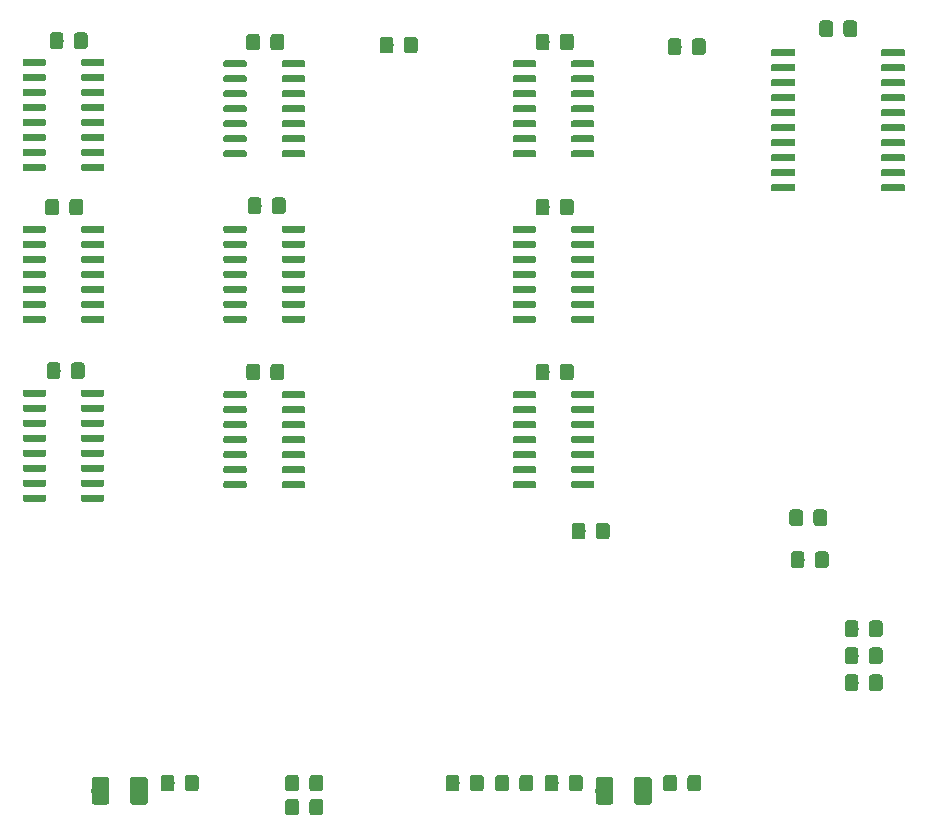
<source format=gbr>
G04 #@! TF.GenerationSoftware,KiCad,Pcbnew,(5.1.2-1)-1*
G04 #@! TF.CreationDate,2020-06-29T00:37:08+01:00*
G04 #@! TF.ProjectId,tranZPUter-SW_v1_1,7472616e-5a50-4557-9465-722d53575f76,rev?*
G04 #@! TF.SameCoordinates,Original*
G04 #@! TF.FileFunction,Paste,Top*
G04 #@! TF.FilePolarity,Positive*
%FSLAX46Y46*%
G04 Gerber Fmt 4.6, Leading zero omitted, Abs format (unit mm)*
G04 Created by KiCad (PCBNEW (5.1.2-1)-1) date 2020-06-29 00:37:08*
%MOMM*%
%LPD*%
G04 APERTURE LIST*
%ADD10C,0.100000*%
%ADD11C,0.600000*%
%ADD12C,1.150000*%
%ADD13C,1.500000*%
G04 APERTURE END LIST*
D10*
G36*
X194134703Y-78440722D02*
G01*
X194149264Y-78442882D01*
X194163543Y-78446459D01*
X194177403Y-78451418D01*
X194190710Y-78457712D01*
X194203336Y-78465280D01*
X194215159Y-78474048D01*
X194226066Y-78483934D01*
X194235952Y-78494841D01*
X194244720Y-78506664D01*
X194252288Y-78519290D01*
X194258582Y-78532597D01*
X194263541Y-78546457D01*
X194267118Y-78560736D01*
X194269278Y-78575297D01*
X194270000Y-78590000D01*
X194270000Y-78890000D01*
X194269278Y-78904703D01*
X194267118Y-78919264D01*
X194263541Y-78933543D01*
X194258582Y-78947403D01*
X194252288Y-78960710D01*
X194244720Y-78973336D01*
X194235952Y-78985159D01*
X194226066Y-78996066D01*
X194215159Y-79005952D01*
X194203336Y-79014720D01*
X194190710Y-79022288D01*
X194177403Y-79028582D01*
X194163543Y-79033541D01*
X194149264Y-79037118D01*
X194134703Y-79039278D01*
X194120000Y-79040000D01*
X192370000Y-79040000D01*
X192355297Y-79039278D01*
X192340736Y-79037118D01*
X192326457Y-79033541D01*
X192312597Y-79028582D01*
X192299290Y-79022288D01*
X192286664Y-79014720D01*
X192274841Y-79005952D01*
X192263934Y-78996066D01*
X192254048Y-78985159D01*
X192245280Y-78973336D01*
X192237712Y-78960710D01*
X192231418Y-78947403D01*
X192226459Y-78933543D01*
X192222882Y-78919264D01*
X192220722Y-78904703D01*
X192220000Y-78890000D01*
X192220000Y-78590000D01*
X192220722Y-78575297D01*
X192222882Y-78560736D01*
X192226459Y-78546457D01*
X192231418Y-78532597D01*
X192237712Y-78519290D01*
X192245280Y-78506664D01*
X192254048Y-78494841D01*
X192263934Y-78483934D01*
X192274841Y-78474048D01*
X192286664Y-78465280D01*
X192299290Y-78457712D01*
X192312597Y-78451418D01*
X192326457Y-78446459D01*
X192340736Y-78442882D01*
X192355297Y-78440722D01*
X192370000Y-78440000D01*
X194120000Y-78440000D01*
X194134703Y-78440722D01*
X194134703Y-78440722D01*
G37*
D11*
X193245000Y-78740000D03*
D10*
G36*
X194134703Y-79710722D02*
G01*
X194149264Y-79712882D01*
X194163543Y-79716459D01*
X194177403Y-79721418D01*
X194190710Y-79727712D01*
X194203336Y-79735280D01*
X194215159Y-79744048D01*
X194226066Y-79753934D01*
X194235952Y-79764841D01*
X194244720Y-79776664D01*
X194252288Y-79789290D01*
X194258582Y-79802597D01*
X194263541Y-79816457D01*
X194267118Y-79830736D01*
X194269278Y-79845297D01*
X194270000Y-79860000D01*
X194270000Y-80160000D01*
X194269278Y-80174703D01*
X194267118Y-80189264D01*
X194263541Y-80203543D01*
X194258582Y-80217403D01*
X194252288Y-80230710D01*
X194244720Y-80243336D01*
X194235952Y-80255159D01*
X194226066Y-80266066D01*
X194215159Y-80275952D01*
X194203336Y-80284720D01*
X194190710Y-80292288D01*
X194177403Y-80298582D01*
X194163543Y-80303541D01*
X194149264Y-80307118D01*
X194134703Y-80309278D01*
X194120000Y-80310000D01*
X192370000Y-80310000D01*
X192355297Y-80309278D01*
X192340736Y-80307118D01*
X192326457Y-80303541D01*
X192312597Y-80298582D01*
X192299290Y-80292288D01*
X192286664Y-80284720D01*
X192274841Y-80275952D01*
X192263934Y-80266066D01*
X192254048Y-80255159D01*
X192245280Y-80243336D01*
X192237712Y-80230710D01*
X192231418Y-80217403D01*
X192226459Y-80203543D01*
X192222882Y-80189264D01*
X192220722Y-80174703D01*
X192220000Y-80160000D01*
X192220000Y-79860000D01*
X192220722Y-79845297D01*
X192222882Y-79830736D01*
X192226459Y-79816457D01*
X192231418Y-79802597D01*
X192237712Y-79789290D01*
X192245280Y-79776664D01*
X192254048Y-79764841D01*
X192263934Y-79753934D01*
X192274841Y-79744048D01*
X192286664Y-79735280D01*
X192299290Y-79727712D01*
X192312597Y-79721418D01*
X192326457Y-79716459D01*
X192340736Y-79712882D01*
X192355297Y-79710722D01*
X192370000Y-79710000D01*
X194120000Y-79710000D01*
X194134703Y-79710722D01*
X194134703Y-79710722D01*
G37*
D11*
X193245000Y-80010000D03*
D10*
G36*
X194134703Y-80980722D02*
G01*
X194149264Y-80982882D01*
X194163543Y-80986459D01*
X194177403Y-80991418D01*
X194190710Y-80997712D01*
X194203336Y-81005280D01*
X194215159Y-81014048D01*
X194226066Y-81023934D01*
X194235952Y-81034841D01*
X194244720Y-81046664D01*
X194252288Y-81059290D01*
X194258582Y-81072597D01*
X194263541Y-81086457D01*
X194267118Y-81100736D01*
X194269278Y-81115297D01*
X194270000Y-81130000D01*
X194270000Y-81430000D01*
X194269278Y-81444703D01*
X194267118Y-81459264D01*
X194263541Y-81473543D01*
X194258582Y-81487403D01*
X194252288Y-81500710D01*
X194244720Y-81513336D01*
X194235952Y-81525159D01*
X194226066Y-81536066D01*
X194215159Y-81545952D01*
X194203336Y-81554720D01*
X194190710Y-81562288D01*
X194177403Y-81568582D01*
X194163543Y-81573541D01*
X194149264Y-81577118D01*
X194134703Y-81579278D01*
X194120000Y-81580000D01*
X192370000Y-81580000D01*
X192355297Y-81579278D01*
X192340736Y-81577118D01*
X192326457Y-81573541D01*
X192312597Y-81568582D01*
X192299290Y-81562288D01*
X192286664Y-81554720D01*
X192274841Y-81545952D01*
X192263934Y-81536066D01*
X192254048Y-81525159D01*
X192245280Y-81513336D01*
X192237712Y-81500710D01*
X192231418Y-81487403D01*
X192226459Y-81473543D01*
X192222882Y-81459264D01*
X192220722Y-81444703D01*
X192220000Y-81430000D01*
X192220000Y-81130000D01*
X192220722Y-81115297D01*
X192222882Y-81100736D01*
X192226459Y-81086457D01*
X192231418Y-81072597D01*
X192237712Y-81059290D01*
X192245280Y-81046664D01*
X192254048Y-81034841D01*
X192263934Y-81023934D01*
X192274841Y-81014048D01*
X192286664Y-81005280D01*
X192299290Y-80997712D01*
X192312597Y-80991418D01*
X192326457Y-80986459D01*
X192340736Y-80982882D01*
X192355297Y-80980722D01*
X192370000Y-80980000D01*
X194120000Y-80980000D01*
X194134703Y-80980722D01*
X194134703Y-80980722D01*
G37*
D11*
X193245000Y-81280000D03*
D10*
G36*
X194134703Y-82250722D02*
G01*
X194149264Y-82252882D01*
X194163543Y-82256459D01*
X194177403Y-82261418D01*
X194190710Y-82267712D01*
X194203336Y-82275280D01*
X194215159Y-82284048D01*
X194226066Y-82293934D01*
X194235952Y-82304841D01*
X194244720Y-82316664D01*
X194252288Y-82329290D01*
X194258582Y-82342597D01*
X194263541Y-82356457D01*
X194267118Y-82370736D01*
X194269278Y-82385297D01*
X194270000Y-82400000D01*
X194270000Y-82700000D01*
X194269278Y-82714703D01*
X194267118Y-82729264D01*
X194263541Y-82743543D01*
X194258582Y-82757403D01*
X194252288Y-82770710D01*
X194244720Y-82783336D01*
X194235952Y-82795159D01*
X194226066Y-82806066D01*
X194215159Y-82815952D01*
X194203336Y-82824720D01*
X194190710Y-82832288D01*
X194177403Y-82838582D01*
X194163543Y-82843541D01*
X194149264Y-82847118D01*
X194134703Y-82849278D01*
X194120000Y-82850000D01*
X192370000Y-82850000D01*
X192355297Y-82849278D01*
X192340736Y-82847118D01*
X192326457Y-82843541D01*
X192312597Y-82838582D01*
X192299290Y-82832288D01*
X192286664Y-82824720D01*
X192274841Y-82815952D01*
X192263934Y-82806066D01*
X192254048Y-82795159D01*
X192245280Y-82783336D01*
X192237712Y-82770710D01*
X192231418Y-82757403D01*
X192226459Y-82743543D01*
X192222882Y-82729264D01*
X192220722Y-82714703D01*
X192220000Y-82700000D01*
X192220000Y-82400000D01*
X192220722Y-82385297D01*
X192222882Y-82370736D01*
X192226459Y-82356457D01*
X192231418Y-82342597D01*
X192237712Y-82329290D01*
X192245280Y-82316664D01*
X192254048Y-82304841D01*
X192263934Y-82293934D01*
X192274841Y-82284048D01*
X192286664Y-82275280D01*
X192299290Y-82267712D01*
X192312597Y-82261418D01*
X192326457Y-82256459D01*
X192340736Y-82252882D01*
X192355297Y-82250722D01*
X192370000Y-82250000D01*
X194120000Y-82250000D01*
X194134703Y-82250722D01*
X194134703Y-82250722D01*
G37*
D11*
X193245000Y-82550000D03*
D10*
G36*
X194134703Y-83520722D02*
G01*
X194149264Y-83522882D01*
X194163543Y-83526459D01*
X194177403Y-83531418D01*
X194190710Y-83537712D01*
X194203336Y-83545280D01*
X194215159Y-83554048D01*
X194226066Y-83563934D01*
X194235952Y-83574841D01*
X194244720Y-83586664D01*
X194252288Y-83599290D01*
X194258582Y-83612597D01*
X194263541Y-83626457D01*
X194267118Y-83640736D01*
X194269278Y-83655297D01*
X194270000Y-83670000D01*
X194270000Y-83970000D01*
X194269278Y-83984703D01*
X194267118Y-83999264D01*
X194263541Y-84013543D01*
X194258582Y-84027403D01*
X194252288Y-84040710D01*
X194244720Y-84053336D01*
X194235952Y-84065159D01*
X194226066Y-84076066D01*
X194215159Y-84085952D01*
X194203336Y-84094720D01*
X194190710Y-84102288D01*
X194177403Y-84108582D01*
X194163543Y-84113541D01*
X194149264Y-84117118D01*
X194134703Y-84119278D01*
X194120000Y-84120000D01*
X192370000Y-84120000D01*
X192355297Y-84119278D01*
X192340736Y-84117118D01*
X192326457Y-84113541D01*
X192312597Y-84108582D01*
X192299290Y-84102288D01*
X192286664Y-84094720D01*
X192274841Y-84085952D01*
X192263934Y-84076066D01*
X192254048Y-84065159D01*
X192245280Y-84053336D01*
X192237712Y-84040710D01*
X192231418Y-84027403D01*
X192226459Y-84013543D01*
X192222882Y-83999264D01*
X192220722Y-83984703D01*
X192220000Y-83970000D01*
X192220000Y-83670000D01*
X192220722Y-83655297D01*
X192222882Y-83640736D01*
X192226459Y-83626457D01*
X192231418Y-83612597D01*
X192237712Y-83599290D01*
X192245280Y-83586664D01*
X192254048Y-83574841D01*
X192263934Y-83563934D01*
X192274841Y-83554048D01*
X192286664Y-83545280D01*
X192299290Y-83537712D01*
X192312597Y-83531418D01*
X192326457Y-83526459D01*
X192340736Y-83522882D01*
X192355297Y-83520722D01*
X192370000Y-83520000D01*
X194120000Y-83520000D01*
X194134703Y-83520722D01*
X194134703Y-83520722D01*
G37*
D11*
X193245000Y-83820000D03*
D10*
G36*
X194134703Y-84790722D02*
G01*
X194149264Y-84792882D01*
X194163543Y-84796459D01*
X194177403Y-84801418D01*
X194190710Y-84807712D01*
X194203336Y-84815280D01*
X194215159Y-84824048D01*
X194226066Y-84833934D01*
X194235952Y-84844841D01*
X194244720Y-84856664D01*
X194252288Y-84869290D01*
X194258582Y-84882597D01*
X194263541Y-84896457D01*
X194267118Y-84910736D01*
X194269278Y-84925297D01*
X194270000Y-84940000D01*
X194270000Y-85240000D01*
X194269278Y-85254703D01*
X194267118Y-85269264D01*
X194263541Y-85283543D01*
X194258582Y-85297403D01*
X194252288Y-85310710D01*
X194244720Y-85323336D01*
X194235952Y-85335159D01*
X194226066Y-85346066D01*
X194215159Y-85355952D01*
X194203336Y-85364720D01*
X194190710Y-85372288D01*
X194177403Y-85378582D01*
X194163543Y-85383541D01*
X194149264Y-85387118D01*
X194134703Y-85389278D01*
X194120000Y-85390000D01*
X192370000Y-85390000D01*
X192355297Y-85389278D01*
X192340736Y-85387118D01*
X192326457Y-85383541D01*
X192312597Y-85378582D01*
X192299290Y-85372288D01*
X192286664Y-85364720D01*
X192274841Y-85355952D01*
X192263934Y-85346066D01*
X192254048Y-85335159D01*
X192245280Y-85323336D01*
X192237712Y-85310710D01*
X192231418Y-85297403D01*
X192226459Y-85283543D01*
X192222882Y-85269264D01*
X192220722Y-85254703D01*
X192220000Y-85240000D01*
X192220000Y-84940000D01*
X192220722Y-84925297D01*
X192222882Y-84910736D01*
X192226459Y-84896457D01*
X192231418Y-84882597D01*
X192237712Y-84869290D01*
X192245280Y-84856664D01*
X192254048Y-84844841D01*
X192263934Y-84833934D01*
X192274841Y-84824048D01*
X192286664Y-84815280D01*
X192299290Y-84807712D01*
X192312597Y-84801418D01*
X192326457Y-84796459D01*
X192340736Y-84792882D01*
X192355297Y-84790722D01*
X192370000Y-84790000D01*
X194120000Y-84790000D01*
X194134703Y-84790722D01*
X194134703Y-84790722D01*
G37*
D11*
X193245000Y-85090000D03*
D10*
G36*
X194134703Y-86060722D02*
G01*
X194149264Y-86062882D01*
X194163543Y-86066459D01*
X194177403Y-86071418D01*
X194190710Y-86077712D01*
X194203336Y-86085280D01*
X194215159Y-86094048D01*
X194226066Y-86103934D01*
X194235952Y-86114841D01*
X194244720Y-86126664D01*
X194252288Y-86139290D01*
X194258582Y-86152597D01*
X194263541Y-86166457D01*
X194267118Y-86180736D01*
X194269278Y-86195297D01*
X194270000Y-86210000D01*
X194270000Y-86510000D01*
X194269278Y-86524703D01*
X194267118Y-86539264D01*
X194263541Y-86553543D01*
X194258582Y-86567403D01*
X194252288Y-86580710D01*
X194244720Y-86593336D01*
X194235952Y-86605159D01*
X194226066Y-86616066D01*
X194215159Y-86625952D01*
X194203336Y-86634720D01*
X194190710Y-86642288D01*
X194177403Y-86648582D01*
X194163543Y-86653541D01*
X194149264Y-86657118D01*
X194134703Y-86659278D01*
X194120000Y-86660000D01*
X192370000Y-86660000D01*
X192355297Y-86659278D01*
X192340736Y-86657118D01*
X192326457Y-86653541D01*
X192312597Y-86648582D01*
X192299290Y-86642288D01*
X192286664Y-86634720D01*
X192274841Y-86625952D01*
X192263934Y-86616066D01*
X192254048Y-86605159D01*
X192245280Y-86593336D01*
X192237712Y-86580710D01*
X192231418Y-86567403D01*
X192226459Y-86553543D01*
X192222882Y-86539264D01*
X192220722Y-86524703D01*
X192220000Y-86510000D01*
X192220000Y-86210000D01*
X192220722Y-86195297D01*
X192222882Y-86180736D01*
X192226459Y-86166457D01*
X192231418Y-86152597D01*
X192237712Y-86139290D01*
X192245280Y-86126664D01*
X192254048Y-86114841D01*
X192263934Y-86103934D01*
X192274841Y-86094048D01*
X192286664Y-86085280D01*
X192299290Y-86077712D01*
X192312597Y-86071418D01*
X192326457Y-86066459D01*
X192340736Y-86062882D01*
X192355297Y-86060722D01*
X192370000Y-86060000D01*
X194120000Y-86060000D01*
X194134703Y-86060722D01*
X194134703Y-86060722D01*
G37*
D11*
X193245000Y-86360000D03*
D10*
G36*
X194134703Y-87330722D02*
G01*
X194149264Y-87332882D01*
X194163543Y-87336459D01*
X194177403Y-87341418D01*
X194190710Y-87347712D01*
X194203336Y-87355280D01*
X194215159Y-87364048D01*
X194226066Y-87373934D01*
X194235952Y-87384841D01*
X194244720Y-87396664D01*
X194252288Y-87409290D01*
X194258582Y-87422597D01*
X194263541Y-87436457D01*
X194267118Y-87450736D01*
X194269278Y-87465297D01*
X194270000Y-87480000D01*
X194270000Y-87780000D01*
X194269278Y-87794703D01*
X194267118Y-87809264D01*
X194263541Y-87823543D01*
X194258582Y-87837403D01*
X194252288Y-87850710D01*
X194244720Y-87863336D01*
X194235952Y-87875159D01*
X194226066Y-87886066D01*
X194215159Y-87895952D01*
X194203336Y-87904720D01*
X194190710Y-87912288D01*
X194177403Y-87918582D01*
X194163543Y-87923541D01*
X194149264Y-87927118D01*
X194134703Y-87929278D01*
X194120000Y-87930000D01*
X192370000Y-87930000D01*
X192355297Y-87929278D01*
X192340736Y-87927118D01*
X192326457Y-87923541D01*
X192312597Y-87918582D01*
X192299290Y-87912288D01*
X192286664Y-87904720D01*
X192274841Y-87895952D01*
X192263934Y-87886066D01*
X192254048Y-87875159D01*
X192245280Y-87863336D01*
X192237712Y-87850710D01*
X192231418Y-87837403D01*
X192226459Y-87823543D01*
X192222882Y-87809264D01*
X192220722Y-87794703D01*
X192220000Y-87780000D01*
X192220000Y-87480000D01*
X192220722Y-87465297D01*
X192222882Y-87450736D01*
X192226459Y-87436457D01*
X192231418Y-87422597D01*
X192237712Y-87409290D01*
X192245280Y-87396664D01*
X192254048Y-87384841D01*
X192263934Y-87373934D01*
X192274841Y-87364048D01*
X192286664Y-87355280D01*
X192299290Y-87347712D01*
X192312597Y-87341418D01*
X192326457Y-87336459D01*
X192340736Y-87332882D01*
X192355297Y-87330722D01*
X192370000Y-87330000D01*
X194120000Y-87330000D01*
X194134703Y-87330722D01*
X194134703Y-87330722D01*
G37*
D11*
X193245000Y-87630000D03*
D10*
G36*
X194134703Y-88600722D02*
G01*
X194149264Y-88602882D01*
X194163543Y-88606459D01*
X194177403Y-88611418D01*
X194190710Y-88617712D01*
X194203336Y-88625280D01*
X194215159Y-88634048D01*
X194226066Y-88643934D01*
X194235952Y-88654841D01*
X194244720Y-88666664D01*
X194252288Y-88679290D01*
X194258582Y-88692597D01*
X194263541Y-88706457D01*
X194267118Y-88720736D01*
X194269278Y-88735297D01*
X194270000Y-88750000D01*
X194270000Y-89050000D01*
X194269278Y-89064703D01*
X194267118Y-89079264D01*
X194263541Y-89093543D01*
X194258582Y-89107403D01*
X194252288Y-89120710D01*
X194244720Y-89133336D01*
X194235952Y-89145159D01*
X194226066Y-89156066D01*
X194215159Y-89165952D01*
X194203336Y-89174720D01*
X194190710Y-89182288D01*
X194177403Y-89188582D01*
X194163543Y-89193541D01*
X194149264Y-89197118D01*
X194134703Y-89199278D01*
X194120000Y-89200000D01*
X192370000Y-89200000D01*
X192355297Y-89199278D01*
X192340736Y-89197118D01*
X192326457Y-89193541D01*
X192312597Y-89188582D01*
X192299290Y-89182288D01*
X192286664Y-89174720D01*
X192274841Y-89165952D01*
X192263934Y-89156066D01*
X192254048Y-89145159D01*
X192245280Y-89133336D01*
X192237712Y-89120710D01*
X192231418Y-89107403D01*
X192226459Y-89093543D01*
X192222882Y-89079264D01*
X192220722Y-89064703D01*
X192220000Y-89050000D01*
X192220000Y-88750000D01*
X192220722Y-88735297D01*
X192222882Y-88720736D01*
X192226459Y-88706457D01*
X192231418Y-88692597D01*
X192237712Y-88679290D01*
X192245280Y-88666664D01*
X192254048Y-88654841D01*
X192263934Y-88643934D01*
X192274841Y-88634048D01*
X192286664Y-88625280D01*
X192299290Y-88617712D01*
X192312597Y-88611418D01*
X192326457Y-88606459D01*
X192340736Y-88602882D01*
X192355297Y-88600722D01*
X192370000Y-88600000D01*
X194120000Y-88600000D01*
X194134703Y-88600722D01*
X194134703Y-88600722D01*
G37*
D11*
X193245000Y-88900000D03*
D10*
G36*
X194134703Y-89870722D02*
G01*
X194149264Y-89872882D01*
X194163543Y-89876459D01*
X194177403Y-89881418D01*
X194190710Y-89887712D01*
X194203336Y-89895280D01*
X194215159Y-89904048D01*
X194226066Y-89913934D01*
X194235952Y-89924841D01*
X194244720Y-89936664D01*
X194252288Y-89949290D01*
X194258582Y-89962597D01*
X194263541Y-89976457D01*
X194267118Y-89990736D01*
X194269278Y-90005297D01*
X194270000Y-90020000D01*
X194270000Y-90320000D01*
X194269278Y-90334703D01*
X194267118Y-90349264D01*
X194263541Y-90363543D01*
X194258582Y-90377403D01*
X194252288Y-90390710D01*
X194244720Y-90403336D01*
X194235952Y-90415159D01*
X194226066Y-90426066D01*
X194215159Y-90435952D01*
X194203336Y-90444720D01*
X194190710Y-90452288D01*
X194177403Y-90458582D01*
X194163543Y-90463541D01*
X194149264Y-90467118D01*
X194134703Y-90469278D01*
X194120000Y-90470000D01*
X192370000Y-90470000D01*
X192355297Y-90469278D01*
X192340736Y-90467118D01*
X192326457Y-90463541D01*
X192312597Y-90458582D01*
X192299290Y-90452288D01*
X192286664Y-90444720D01*
X192274841Y-90435952D01*
X192263934Y-90426066D01*
X192254048Y-90415159D01*
X192245280Y-90403336D01*
X192237712Y-90390710D01*
X192231418Y-90377403D01*
X192226459Y-90363543D01*
X192222882Y-90349264D01*
X192220722Y-90334703D01*
X192220000Y-90320000D01*
X192220000Y-90020000D01*
X192220722Y-90005297D01*
X192222882Y-89990736D01*
X192226459Y-89976457D01*
X192231418Y-89962597D01*
X192237712Y-89949290D01*
X192245280Y-89936664D01*
X192254048Y-89924841D01*
X192263934Y-89913934D01*
X192274841Y-89904048D01*
X192286664Y-89895280D01*
X192299290Y-89887712D01*
X192312597Y-89881418D01*
X192326457Y-89876459D01*
X192340736Y-89872882D01*
X192355297Y-89870722D01*
X192370000Y-89870000D01*
X194120000Y-89870000D01*
X194134703Y-89870722D01*
X194134703Y-89870722D01*
G37*
D11*
X193245000Y-90170000D03*
D10*
G36*
X184834703Y-89870722D02*
G01*
X184849264Y-89872882D01*
X184863543Y-89876459D01*
X184877403Y-89881418D01*
X184890710Y-89887712D01*
X184903336Y-89895280D01*
X184915159Y-89904048D01*
X184926066Y-89913934D01*
X184935952Y-89924841D01*
X184944720Y-89936664D01*
X184952288Y-89949290D01*
X184958582Y-89962597D01*
X184963541Y-89976457D01*
X184967118Y-89990736D01*
X184969278Y-90005297D01*
X184970000Y-90020000D01*
X184970000Y-90320000D01*
X184969278Y-90334703D01*
X184967118Y-90349264D01*
X184963541Y-90363543D01*
X184958582Y-90377403D01*
X184952288Y-90390710D01*
X184944720Y-90403336D01*
X184935952Y-90415159D01*
X184926066Y-90426066D01*
X184915159Y-90435952D01*
X184903336Y-90444720D01*
X184890710Y-90452288D01*
X184877403Y-90458582D01*
X184863543Y-90463541D01*
X184849264Y-90467118D01*
X184834703Y-90469278D01*
X184820000Y-90470000D01*
X183070000Y-90470000D01*
X183055297Y-90469278D01*
X183040736Y-90467118D01*
X183026457Y-90463541D01*
X183012597Y-90458582D01*
X182999290Y-90452288D01*
X182986664Y-90444720D01*
X182974841Y-90435952D01*
X182963934Y-90426066D01*
X182954048Y-90415159D01*
X182945280Y-90403336D01*
X182937712Y-90390710D01*
X182931418Y-90377403D01*
X182926459Y-90363543D01*
X182922882Y-90349264D01*
X182920722Y-90334703D01*
X182920000Y-90320000D01*
X182920000Y-90020000D01*
X182920722Y-90005297D01*
X182922882Y-89990736D01*
X182926459Y-89976457D01*
X182931418Y-89962597D01*
X182937712Y-89949290D01*
X182945280Y-89936664D01*
X182954048Y-89924841D01*
X182963934Y-89913934D01*
X182974841Y-89904048D01*
X182986664Y-89895280D01*
X182999290Y-89887712D01*
X183012597Y-89881418D01*
X183026457Y-89876459D01*
X183040736Y-89872882D01*
X183055297Y-89870722D01*
X183070000Y-89870000D01*
X184820000Y-89870000D01*
X184834703Y-89870722D01*
X184834703Y-89870722D01*
G37*
D11*
X183945000Y-90170000D03*
D10*
G36*
X184834703Y-88600722D02*
G01*
X184849264Y-88602882D01*
X184863543Y-88606459D01*
X184877403Y-88611418D01*
X184890710Y-88617712D01*
X184903336Y-88625280D01*
X184915159Y-88634048D01*
X184926066Y-88643934D01*
X184935952Y-88654841D01*
X184944720Y-88666664D01*
X184952288Y-88679290D01*
X184958582Y-88692597D01*
X184963541Y-88706457D01*
X184967118Y-88720736D01*
X184969278Y-88735297D01*
X184970000Y-88750000D01*
X184970000Y-89050000D01*
X184969278Y-89064703D01*
X184967118Y-89079264D01*
X184963541Y-89093543D01*
X184958582Y-89107403D01*
X184952288Y-89120710D01*
X184944720Y-89133336D01*
X184935952Y-89145159D01*
X184926066Y-89156066D01*
X184915159Y-89165952D01*
X184903336Y-89174720D01*
X184890710Y-89182288D01*
X184877403Y-89188582D01*
X184863543Y-89193541D01*
X184849264Y-89197118D01*
X184834703Y-89199278D01*
X184820000Y-89200000D01*
X183070000Y-89200000D01*
X183055297Y-89199278D01*
X183040736Y-89197118D01*
X183026457Y-89193541D01*
X183012597Y-89188582D01*
X182999290Y-89182288D01*
X182986664Y-89174720D01*
X182974841Y-89165952D01*
X182963934Y-89156066D01*
X182954048Y-89145159D01*
X182945280Y-89133336D01*
X182937712Y-89120710D01*
X182931418Y-89107403D01*
X182926459Y-89093543D01*
X182922882Y-89079264D01*
X182920722Y-89064703D01*
X182920000Y-89050000D01*
X182920000Y-88750000D01*
X182920722Y-88735297D01*
X182922882Y-88720736D01*
X182926459Y-88706457D01*
X182931418Y-88692597D01*
X182937712Y-88679290D01*
X182945280Y-88666664D01*
X182954048Y-88654841D01*
X182963934Y-88643934D01*
X182974841Y-88634048D01*
X182986664Y-88625280D01*
X182999290Y-88617712D01*
X183012597Y-88611418D01*
X183026457Y-88606459D01*
X183040736Y-88602882D01*
X183055297Y-88600722D01*
X183070000Y-88600000D01*
X184820000Y-88600000D01*
X184834703Y-88600722D01*
X184834703Y-88600722D01*
G37*
D11*
X183945000Y-88900000D03*
D10*
G36*
X184834703Y-87330722D02*
G01*
X184849264Y-87332882D01*
X184863543Y-87336459D01*
X184877403Y-87341418D01*
X184890710Y-87347712D01*
X184903336Y-87355280D01*
X184915159Y-87364048D01*
X184926066Y-87373934D01*
X184935952Y-87384841D01*
X184944720Y-87396664D01*
X184952288Y-87409290D01*
X184958582Y-87422597D01*
X184963541Y-87436457D01*
X184967118Y-87450736D01*
X184969278Y-87465297D01*
X184970000Y-87480000D01*
X184970000Y-87780000D01*
X184969278Y-87794703D01*
X184967118Y-87809264D01*
X184963541Y-87823543D01*
X184958582Y-87837403D01*
X184952288Y-87850710D01*
X184944720Y-87863336D01*
X184935952Y-87875159D01*
X184926066Y-87886066D01*
X184915159Y-87895952D01*
X184903336Y-87904720D01*
X184890710Y-87912288D01*
X184877403Y-87918582D01*
X184863543Y-87923541D01*
X184849264Y-87927118D01*
X184834703Y-87929278D01*
X184820000Y-87930000D01*
X183070000Y-87930000D01*
X183055297Y-87929278D01*
X183040736Y-87927118D01*
X183026457Y-87923541D01*
X183012597Y-87918582D01*
X182999290Y-87912288D01*
X182986664Y-87904720D01*
X182974841Y-87895952D01*
X182963934Y-87886066D01*
X182954048Y-87875159D01*
X182945280Y-87863336D01*
X182937712Y-87850710D01*
X182931418Y-87837403D01*
X182926459Y-87823543D01*
X182922882Y-87809264D01*
X182920722Y-87794703D01*
X182920000Y-87780000D01*
X182920000Y-87480000D01*
X182920722Y-87465297D01*
X182922882Y-87450736D01*
X182926459Y-87436457D01*
X182931418Y-87422597D01*
X182937712Y-87409290D01*
X182945280Y-87396664D01*
X182954048Y-87384841D01*
X182963934Y-87373934D01*
X182974841Y-87364048D01*
X182986664Y-87355280D01*
X182999290Y-87347712D01*
X183012597Y-87341418D01*
X183026457Y-87336459D01*
X183040736Y-87332882D01*
X183055297Y-87330722D01*
X183070000Y-87330000D01*
X184820000Y-87330000D01*
X184834703Y-87330722D01*
X184834703Y-87330722D01*
G37*
D11*
X183945000Y-87630000D03*
D10*
G36*
X184834703Y-86060722D02*
G01*
X184849264Y-86062882D01*
X184863543Y-86066459D01*
X184877403Y-86071418D01*
X184890710Y-86077712D01*
X184903336Y-86085280D01*
X184915159Y-86094048D01*
X184926066Y-86103934D01*
X184935952Y-86114841D01*
X184944720Y-86126664D01*
X184952288Y-86139290D01*
X184958582Y-86152597D01*
X184963541Y-86166457D01*
X184967118Y-86180736D01*
X184969278Y-86195297D01*
X184970000Y-86210000D01*
X184970000Y-86510000D01*
X184969278Y-86524703D01*
X184967118Y-86539264D01*
X184963541Y-86553543D01*
X184958582Y-86567403D01*
X184952288Y-86580710D01*
X184944720Y-86593336D01*
X184935952Y-86605159D01*
X184926066Y-86616066D01*
X184915159Y-86625952D01*
X184903336Y-86634720D01*
X184890710Y-86642288D01*
X184877403Y-86648582D01*
X184863543Y-86653541D01*
X184849264Y-86657118D01*
X184834703Y-86659278D01*
X184820000Y-86660000D01*
X183070000Y-86660000D01*
X183055297Y-86659278D01*
X183040736Y-86657118D01*
X183026457Y-86653541D01*
X183012597Y-86648582D01*
X182999290Y-86642288D01*
X182986664Y-86634720D01*
X182974841Y-86625952D01*
X182963934Y-86616066D01*
X182954048Y-86605159D01*
X182945280Y-86593336D01*
X182937712Y-86580710D01*
X182931418Y-86567403D01*
X182926459Y-86553543D01*
X182922882Y-86539264D01*
X182920722Y-86524703D01*
X182920000Y-86510000D01*
X182920000Y-86210000D01*
X182920722Y-86195297D01*
X182922882Y-86180736D01*
X182926459Y-86166457D01*
X182931418Y-86152597D01*
X182937712Y-86139290D01*
X182945280Y-86126664D01*
X182954048Y-86114841D01*
X182963934Y-86103934D01*
X182974841Y-86094048D01*
X182986664Y-86085280D01*
X182999290Y-86077712D01*
X183012597Y-86071418D01*
X183026457Y-86066459D01*
X183040736Y-86062882D01*
X183055297Y-86060722D01*
X183070000Y-86060000D01*
X184820000Y-86060000D01*
X184834703Y-86060722D01*
X184834703Y-86060722D01*
G37*
D11*
X183945000Y-86360000D03*
D10*
G36*
X184834703Y-84790722D02*
G01*
X184849264Y-84792882D01*
X184863543Y-84796459D01*
X184877403Y-84801418D01*
X184890710Y-84807712D01*
X184903336Y-84815280D01*
X184915159Y-84824048D01*
X184926066Y-84833934D01*
X184935952Y-84844841D01*
X184944720Y-84856664D01*
X184952288Y-84869290D01*
X184958582Y-84882597D01*
X184963541Y-84896457D01*
X184967118Y-84910736D01*
X184969278Y-84925297D01*
X184970000Y-84940000D01*
X184970000Y-85240000D01*
X184969278Y-85254703D01*
X184967118Y-85269264D01*
X184963541Y-85283543D01*
X184958582Y-85297403D01*
X184952288Y-85310710D01*
X184944720Y-85323336D01*
X184935952Y-85335159D01*
X184926066Y-85346066D01*
X184915159Y-85355952D01*
X184903336Y-85364720D01*
X184890710Y-85372288D01*
X184877403Y-85378582D01*
X184863543Y-85383541D01*
X184849264Y-85387118D01*
X184834703Y-85389278D01*
X184820000Y-85390000D01*
X183070000Y-85390000D01*
X183055297Y-85389278D01*
X183040736Y-85387118D01*
X183026457Y-85383541D01*
X183012597Y-85378582D01*
X182999290Y-85372288D01*
X182986664Y-85364720D01*
X182974841Y-85355952D01*
X182963934Y-85346066D01*
X182954048Y-85335159D01*
X182945280Y-85323336D01*
X182937712Y-85310710D01*
X182931418Y-85297403D01*
X182926459Y-85283543D01*
X182922882Y-85269264D01*
X182920722Y-85254703D01*
X182920000Y-85240000D01*
X182920000Y-84940000D01*
X182920722Y-84925297D01*
X182922882Y-84910736D01*
X182926459Y-84896457D01*
X182931418Y-84882597D01*
X182937712Y-84869290D01*
X182945280Y-84856664D01*
X182954048Y-84844841D01*
X182963934Y-84833934D01*
X182974841Y-84824048D01*
X182986664Y-84815280D01*
X182999290Y-84807712D01*
X183012597Y-84801418D01*
X183026457Y-84796459D01*
X183040736Y-84792882D01*
X183055297Y-84790722D01*
X183070000Y-84790000D01*
X184820000Y-84790000D01*
X184834703Y-84790722D01*
X184834703Y-84790722D01*
G37*
D11*
X183945000Y-85090000D03*
D10*
G36*
X184834703Y-83520722D02*
G01*
X184849264Y-83522882D01*
X184863543Y-83526459D01*
X184877403Y-83531418D01*
X184890710Y-83537712D01*
X184903336Y-83545280D01*
X184915159Y-83554048D01*
X184926066Y-83563934D01*
X184935952Y-83574841D01*
X184944720Y-83586664D01*
X184952288Y-83599290D01*
X184958582Y-83612597D01*
X184963541Y-83626457D01*
X184967118Y-83640736D01*
X184969278Y-83655297D01*
X184970000Y-83670000D01*
X184970000Y-83970000D01*
X184969278Y-83984703D01*
X184967118Y-83999264D01*
X184963541Y-84013543D01*
X184958582Y-84027403D01*
X184952288Y-84040710D01*
X184944720Y-84053336D01*
X184935952Y-84065159D01*
X184926066Y-84076066D01*
X184915159Y-84085952D01*
X184903336Y-84094720D01*
X184890710Y-84102288D01*
X184877403Y-84108582D01*
X184863543Y-84113541D01*
X184849264Y-84117118D01*
X184834703Y-84119278D01*
X184820000Y-84120000D01*
X183070000Y-84120000D01*
X183055297Y-84119278D01*
X183040736Y-84117118D01*
X183026457Y-84113541D01*
X183012597Y-84108582D01*
X182999290Y-84102288D01*
X182986664Y-84094720D01*
X182974841Y-84085952D01*
X182963934Y-84076066D01*
X182954048Y-84065159D01*
X182945280Y-84053336D01*
X182937712Y-84040710D01*
X182931418Y-84027403D01*
X182926459Y-84013543D01*
X182922882Y-83999264D01*
X182920722Y-83984703D01*
X182920000Y-83970000D01*
X182920000Y-83670000D01*
X182920722Y-83655297D01*
X182922882Y-83640736D01*
X182926459Y-83626457D01*
X182931418Y-83612597D01*
X182937712Y-83599290D01*
X182945280Y-83586664D01*
X182954048Y-83574841D01*
X182963934Y-83563934D01*
X182974841Y-83554048D01*
X182986664Y-83545280D01*
X182999290Y-83537712D01*
X183012597Y-83531418D01*
X183026457Y-83526459D01*
X183040736Y-83522882D01*
X183055297Y-83520722D01*
X183070000Y-83520000D01*
X184820000Y-83520000D01*
X184834703Y-83520722D01*
X184834703Y-83520722D01*
G37*
D11*
X183945000Y-83820000D03*
D10*
G36*
X184834703Y-82250722D02*
G01*
X184849264Y-82252882D01*
X184863543Y-82256459D01*
X184877403Y-82261418D01*
X184890710Y-82267712D01*
X184903336Y-82275280D01*
X184915159Y-82284048D01*
X184926066Y-82293934D01*
X184935952Y-82304841D01*
X184944720Y-82316664D01*
X184952288Y-82329290D01*
X184958582Y-82342597D01*
X184963541Y-82356457D01*
X184967118Y-82370736D01*
X184969278Y-82385297D01*
X184970000Y-82400000D01*
X184970000Y-82700000D01*
X184969278Y-82714703D01*
X184967118Y-82729264D01*
X184963541Y-82743543D01*
X184958582Y-82757403D01*
X184952288Y-82770710D01*
X184944720Y-82783336D01*
X184935952Y-82795159D01*
X184926066Y-82806066D01*
X184915159Y-82815952D01*
X184903336Y-82824720D01*
X184890710Y-82832288D01*
X184877403Y-82838582D01*
X184863543Y-82843541D01*
X184849264Y-82847118D01*
X184834703Y-82849278D01*
X184820000Y-82850000D01*
X183070000Y-82850000D01*
X183055297Y-82849278D01*
X183040736Y-82847118D01*
X183026457Y-82843541D01*
X183012597Y-82838582D01*
X182999290Y-82832288D01*
X182986664Y-82824720D01*
X182974841Y-82815952D01*
X182963934Y-82806066D01*
X182954048Y-82795159D01*
X182945280Y-82783336D01*
X182937712Y-82770710D01*
X182931418Y-82757403D01*
X182926459Y-82743543D01*
X182922882Y-82729264D01*
X182920722Y-82714703D01*
X182920000Y-82700000D01*
X182920000Y-82400000D01*
X182920722Y-82385297D01*
X182922882Y-82370736D01*
X182926459Y-82356457D01*
X182931418Y-82342597D01*
X182937712Y-82329290D01*
X182945280Y-82316664D01*
X182954048Y-82304841D01*
X182963934Y-82293934D01*
X182974841Y-82284048D01*
X182986664Y-82275280D01*
X182999290Y-82267712D01*
X183012597Y-82261418D01*
X183026457Y-82256459D01*
X183040736Y-82252882D01*
X183055297Y-82250722D01*
X183070000Y-82250000D01*
X184820000Y-82250000D01*
X184834703Y-82250722D01*
X184834703Y-82250722D01*
G37*
D11*
X183945000Y-82550000D03*
D10*
G36*
X184834703Y-80980722D02*
G01*
X184849264Y-80982882D01*
X184863543Y-80986459D01*
X184877403Y-80991418D01*
X184890710Y-80997712D01*
X184903336Y-81005280D01*
X184915159Y-81014048D01*
X184926066Y-81023934D01*
X184935952Y-81034841D01*
X184944720Y-81046664D01*
X184952288Y-81059290D01*
X184958582Y-81072597D01*
X184963541Y-81086457D01*
X184967118Y-81100736D01*
X184969278Y-81115297D01*
X184970000Y-81130000D01*
X184970000Y-81430000D01*
X184969278Y-81444703D01*
X184967118Y-81459264D01*
X184963541Y-81473543D01*
X184958582Y-81487403D01*
X184952288Y-81500710D01*
X184944720Y-81513336D01*
X184935952Y-81525159D01*
X184926066Y-81536066D01*
X184915159Y-81545952D01*
X184903336Y-81554720D01*
X184890710Y-81562288D01*
X184877403Y-81568582D01*
X184863543Y-81573541D01*
X184849264Y-81577118D01*
X184834703Y-81579278D01*
X184820000Y-81580000D01*
X183070000Y-81580000D01*
X183055297Y-81579278D01*
X183040736Y-81577118D01*
X183026457Y-81573541D01*
X183012597Y-81568582D01*
X182999290Y-81562288D01*
X182986664Y-81554720D01*
X182974841Y-81545952D01*
X182963934Y-81536066D01*
X182954048Y-81525159D01*
X182945280Y-81513336D01*
X182937712Y-81500710D01*
X182931418Y-81487403D01*
X182926459Y-81473543D01*
X182922882Y-81459264D01*
X182920722Y-81444703D01*
X182920000Y-81430000D01*
X182920000Y-81130000D01*
X182920722Y-81115297D01*
X182922882Y-81100736D01*
X182926459Y-81086457D01*
X182931418Y-81072597D01*
X182937712Y-81059290D01*
X182945280Y-81046664D01*
X182954048Y-81034841D01*
X182963934Y-81023934D01*
X182974841Y-81014048D01*
X182986664Y-81005280D01*
X182999290Y-80997712D01*
X183012597Y-80991418D01*
X183026457Y-80986459D01*
X183040736Y-80982882D01*
X183055297Y-80980722D01*
X183070000Y-80980000D01*
X184820000Y-80980000D01*
X184834703Y-80980722D01*
X184834703Y-80980722D01*
G37*
D11*
X183945000Y-81280000D03*
D10*
G36*
X184834703Y-79710722D02*
G01*
X184849264Y-79712882D01*
X184863543Y-79716459D01*
X184877403Y-79721418D01*
X184890710Y-79727712D01*
X184903336Y-79735280D01*
X184915159Y-79744048D01*
X184926066Y-79753934D01*
X184935952Y-79764841D01*
X184944720Y-79776664D01*
X184952288Y-79789290D01*
X184958582Y-79802597D01*
X184963541Y-79816457D01*
X184967118Y-79830736D01*
X184969278Y-79845297D01*
X184970000Y-79860000D01*
X184970000Y-80160000D01*
X184969278Y-80174703D01*
X184967118Y-80189264D01*
X184963541Y-80203543D01*
X184958582Y-80217403D01*
X184952288Y-80230710D01*
X184944720Y-80243336D01*
X184935952Y-80255159D01*
X184926066Y-80266066D01*
X184915159Y-80275952D01*
X184903336Y-80284720D01*
X184890710Y-80292288D01*
X184877403Y-80298582D01*
X184863543Y-80303541D01*
X184849264Y-80307118D01*
X184834703Y-80309278D01*
X184820000Y-80310000D01*
X183070000Y-80310000D01*
X183055297Y-80309278D01*
X183040736Y-80307118D01*
X183026457Y-80303541D01*
X183012597Y-80298582D01*
X182999290Y-80292288D01*
X182986664Y-80284720D01*
X182974841Y-80275952D01*
X182963934Y-80266066D01*
X182954048Y-80255159D01*
X182945280Y-80243336D01*
X182937712Y-80230710D01*
X182931418Y-80217403D01*
X182926459Y-80203543D01*
X182922882Y-80189264D01*
X182920722Y-80174703D01*
X182920000Y-80160000D01*
X182920000Y-79860000D01*
X182920722Y-79845297D01*
X182922882Y-79830736D01*
X182926459Y-79816457D01*
X182931418Y-79802597D01*
X182937712Y-79789290D01*
X182945280Y-79776664D01*
X182954048Y-79764841D01*
X182963934Y-79753934D01*
X182974841Y-79744048D01*
X182986664Y-79735280D01*
X182999290Y-79727712D01*
X183012597Y-79721418D01*
X183026457Y-79716459D01*
X183040736Y-79712882D01*
X183055297Y-79710722D01*
X183070000Y-79710000D01*
X184820000Y-79710000D01*
X184834703Y-79710722D01*
X184834703Y-79710722D01*
G37*
D11*
X183945000Y-80010000D03*
D10*
G36*
X184834703Y-78440722D02*
G01*
X184849264Y-78442882D01*
X184863543Y-78446459D01*
X184877403Y-78451418D01*
X184890710Y-78457712D01*
X184903336Y-78465280D01*
X184915159Y-78474048D01*
X184926066Y-78483934D01*
X184935952Y-78494841D01*
X184944720Y-78506664D01*
X184952288Y-78519290D01*
X184958582Y-78532597D01*
X184963541Y-78546457D01*
X184967118Y-78560736D01*
X184969278Y-78575297D01*
X184970000Y-78590000D01*
X184970000Y-78890000D01*
X184969278Y-78904703D01*
X184967118Y-78919264D01*
X184963541Y-78933543D01*
X184958582Y-78947403D01*
X184952288Y-78960710D01*
X184944720Y-78973336D01*
X184935952Y-78985159D01*
X184926066Y-78996066D01*
X184915159Y-79005952D01*
X184903336Y-79014720D01*
X184890710Y-79022288D01*
X184877403Y-79028582D01*
X184863543Y-79033541D01*
X184849264Y-79037118D01*
X184834703Y-79039278D01*
X184820000Y-79040000D01*
X183070000Y-79040000D01*
X183055297Y-79039278D01*
X183040736Y-79037118D01*
X183026457Y-79033541D01*
X183012597Y-79028582D01*
X182999290Y-79022288D01*
X182986664Y-79014720D01*
X182974841Y-79005952D01*
X182963934Y-78996066D01*
X182954048Y-78985159D01*
X182945280Y-78973336D01*
X182937712Y-78960710D01*
X182931418Y-78947403D01*
X182926459Y-78933543D01*
X182922882Y-78919264D01*
X182920722Y-78904703D01*
X182920000Y-78890000D01*
X182920000Y-78590000D01*
X182920722Y-78575297D01*
X182922882Y-78560736D01*
X182926459Y-78546457D01*
X182931418Y-78532597D01*
X182937712Y-78519290D01*
X182945280Y-78506664D01*
X182954048Y-78494841D01*
X182963934Y-78483934D01*
X182974841Y-78474048D01*
X182986664Y-78465280D01*
X182999290Y-78457712D01*
X183012597Y-78451418D01*
X183026457Y-78446459D01*
X183040736Y-78442882D01*
X183055297Y-78440722D01*
X183070000Y-78440000D01*
X184820000Y-78440000D01*
X184834703Y-78440722D01*
X184834703Y-78440722D01*
G37*
D11*
X183945000Y-78740000D03*
D10*
G36*
X150708505Y-77406204D02*
G01*
X150732773Y-77409804D01*
X150756572Y-77415765D01*
X150779671Y-77424030D01*
X150801850Y-77434520D01*
X150822893Y-77447132D01*
X150842599Y-77461747D01*
X150860777Y-77478223D01*
X150877253Y-77496401D01*
X150891868Y-77516107D01*
X150904480Y-77537150D01*
X150914970Y-77559329D01*
X150923235Y-77582428D01*
X150929196Y-77606227D01*
X150932796Y-77630495D01*
X150934000Y-77654999D01*
X150934000Y-78555001D01*
X150932796Y-78579505D01*
X150929196Y-78603773D01*
X150923235Y-78627572D01*
X150914970Y-78650671D01*
X150904480Y-78672850D01*
X150891868Y-78693893D01*
X150877253Y-78713599D01*
X150860777Y-78731777D01*
X150842599Y-78748253D01*
X150822893Y-78762868D01*
X150801850Y-78775480D01*
X150779671Y-78785970D01*
X150756572Y-78794235D01*
X150732773Y-78800196D01*
X150708505Y-78803796D01*
X150684001Y-78805000D01*
X150033999Y-78805000D01*
X150009495Y-78803796D01*
X149985227Y-78800196D01*
X149961428Y-78794235D01*
X149938329Y-78785970D01*
X149916150Y-78775480D01*
X149895107Y-78762868D01*
X149875401Y-78748253D01*
X149857223Y-78731777D01*
X149840747Y-78713599D01*
X149826132Y-78693893D01*
X149813520Y-78672850D01*
X149803030Y-78650671D01*
X149794765Y-78627572D01*
X149788804Y-78603773D01*
X149785204Y-78579505D01*
X149784000Y-78555001D01*
X149784000Y-77654999D01*
X149785204Y-77630495D01*
X149788804Y-77606227D01*
X149794765Y-77582428D01*
X149803030Y-77559329D01*
X149813520Y-77537150D01*
X149826132Y-77516107D01*
X149840747Y-77496401D01*
X149857223Y-77478223D01*
X149875401Y-77461747D01*
X149895107Y-77447132D01*
X149916150Y-77434520D01*
X149938329Y-77424030D01*
X149961428Y-77415765D01*
X149985227Y-77409804D01*
X150009495Y-77406204D01*
X150033999Y-77405000D01*
X150684001Y-77405000D01*
X150708505Y-77406204D01*
X150708505Y-77406204D01*
G37*
D12*
X150359000Y-78105000D03*
D10*
G36*
X152758505Y-77406204D02*
G01*
X152782773Y-77409804D01*
X152806572Y-77415765D01*
X152829671Y-77424030D01*
X152851850Y-77434520D01*
X152872893Y-77447132D01*
X152892599Y-77461747D01*
X152910777Y-77478223D01*
X152927253Y-77496401D01*
X152941868Y-77516107D01*
X152954480Y-77537150D01*
X152964970Y-77559329D01*
X152973235Y-77582428D01*
X152979196Y-77606227D01*
X152982796Y-77630495D01*
X152984000Y-77654999D01*
X152984000Y-78555001D01*
X152982796Y-78579505D01*
X152979196Y-78603773D01*
X152973235Y-78627572D01*
X152964970Y-78650671D01*
X152954480Y-78672850D01*
X152941868Y-78693893D01*
X152927253Y-78713599D01*
X152910777Y-78731777D01*
X152892599Y-78748253D01*
X152872893Y-78762868D01*
X152851850Y-78775480D01*
X152829671Y-78785970D01*
X152806572Y-78794235D01*
X152782773Y-78800196D01*
X152758505Y-78803796D01*
X152734001Y-78805000D01*
X152083999Y-78805000D01*
X152059495Y-78803796D01*
X152035227Y-78800196D01*
X152011428Y-78794235D01*
X151988329Y-78785970D01*
X151966150Y-78775480D01*
X151945107Y-78762868D01*
X151925401Y-78748253D01*
X151907223Y-78731777D01*
X151890747Y-78713599D01*
X151876132Y-78693893D01*
X151863520Y-78672850D01*
X151853030Y-78650671D01*
X151844765Y-78627572D01*
X151838804Y-78603773D01*
X151835204Y-78579505D01*
X151834000Y-78555001D01*
X151834000Y-77654999D01*
X151835204Y-77630495D01*
X151838804Y-77606227D01*
X151844765Y-77582428D01*
X151853030Y-77559329D01*
X151863520Y-77537150D01*
X151876132Y-77516107D01*
X151890747Y-77496401D01*
X151907223Y-77478223D01*
X151925401Y-77461747D01*
X151945107Y-77447132D01*
X151966150Y-77434520D01*
X151988329Y-77424030D01*
X152011428Y-77415765D01*
X152035227Y-77409804D01*
X152059495Y-77406204D01*
X152083999Y-77405000D01*
X152734001Y-77405000D01*
X152758505Y-77406204D01*
X152758505Y-77406204D01*
G37*
D12*
X152409000Y-78105000D03*
D10*
G36*
X192128505Y-129095204D02*
G01*
X192152773Y-129098804D01*
X192176572Y-129104765D01*
X192199671Y-129113030D01*
X192221850Y-129123520D01*
X192242893Y-129136132D01*
X192262599Y-129150747D01*
X192280777Y-129167223D01*
X192297253Y-129185401D01*
X192311868Y-129205107D01*
X192324480Y-129226150D01*
X192334970Y-129248329D01*
X192343235Y-129271428D01*
X192349196Y-129295227D01*
X192352796Y-129319495D01*
X192354000Y-129343999D01*
X192354000Y-130244001D01*
X192352796Y-130268505D01*
X192349196Y-130292773D01*
X192343235Y-130316572D01*
X192334970Y-130339671D01*
X192324480Y-130361850D01*
X192311868Y-130382893D01*
X192297253Y-130402599D01*
X192280777Y-130420777D01*
X192262599Y-130437253D01*
X192242893Y-130451868D01*
X192221850Y-130464480D01*
X192199671Y-130474970D01*
X192176572Y-130483235D01*
X192152773Y-130489196D01*
X192128505Y-130492796D01*
X192104001Y-130494000D01*
X191453999Y-130494000D01*
X191429495Y-130492796D01*
X191405227Y-130489196D01*
X191381428Y-130483235D01*
X191358329Y-130474970D01*
X191336150Y-130464480D01*
X191315107Y-130451868D01*
X191295401Y-130437253D01*
X191277223Y-130420777D01*
X191260747Y-130402599D01*
X191246132Y-130382893D01*
X191233520Y-130361850D01*
X191223030Y-130339671D01*
X191214765Y-130316572D01*
X191208804Y-130292773D01*
X191205204Y-130268505D01*
X191204000Y-130244001D01*
X191204000Y-129343999D01*
X191205204Y-129319495D01*
X191208804Y-129295227D01*
X191214765Y-129271428D01*
X191223030Y-129248329D01*
X191233520Y-129226150D01*
X191246132Y-129205107D01*
X191260747Y-129185401D01*
X191277223Y-129167223D01*
X191295401Y-129150747D01*
X191315107Y-129136132D01*
X191336150Y-129123520D01*
X191358329Y-129113030D01*
X191381428Y-129104765D01*
X191405227Y-129098804D01*
X191429495Y-129095204D01*
X191453999Y-129094000D01*
X192104001Y-129094000D01*
X192128505Y-129095204D01*
X192128505Y-129095204D01*
G37*
D12*
X191779000Y-129794000D03*
D10*
G36*
X190078505Y-129095204D02*
G01*
X190102773Y-129098804D01*
X190126572Y-129104765D01*
X190149671Y-129113030D01*
X190171850Y-129123520D01*
X190192893Y-129136132D01*
X190212599Y-129150747D01*
X190230777Y-129167223D01*
X190247253Y-129185401D01*
X190261868Y-129205107D01*
X190274480Y-129226150D01*
X190284970Y-129248329D01*
X190293235Y-129271428D01*
X190299196Y-129295227D01*
X190302796Y-129319495D01*
X190304000Y-129343999D01*
X190304000Y-130244001D01*
X190302796Y-130268505D01*
X190299196Y-130292773D01*
X190293235Y-130316572D01*
X190284970Y-130339671D01*
X190274480Y-130361850D01*
X190261868Y-130382893D01*
X190247253Y-130402599D01*
X190230777Y-130420777D01*
X190212599Y-130437253D01*
X190192893Y-130451868D01*
X190171850Y-130464480D01*
X190149671Y-130474970D01*
X190126572Y-130483235D01*
X190102773Y-130489196D01*
X190078505Y-130492796D01*
X190054001Y-130494000D01*
X189403999Y-130494000D01*
X189379495Y-130492796D01*
X189355227Y-130489196D01*
X189331428Y-130483235D01*
X189308329Y-130474970D01*
X189286150Y-130464480D01*
X189265107Y-130451868D01*
X189245401Y-130437253D01*
X189227223Y-130420777D01*
X189210747Y-130402599D01*
X189196132Y-130382893D01*
X189183520Y-130361850D01*
X189173030Y-130339671D01*
X189164765Y-130316572D01*
X189158804Y-130292773D01*
X189155204Y-130268505D01*
X189154000Y-130244001D01*
X189154000Y-129343999D01*
X189155204Y-129319495D01*
X189158804Y-129295227D01*
X189164765Y-129271428D01*
X189173030Y-129248329D01*
X189183520Y-129226150D01*
X189196132Y-129205107D01*
X189210747Y-129185401D01*
X189227223Y-129167223D01*
X189245401Y-129150747D01*
X189265107Y-129136132D01*
X189286150Y-129123520D01*
X189308329Y-129113030D01*
X189331428Y-129104765D01*
X189355227Y-129098804D01*
X189379495Y-129095204D01*
X189403999Y-129094000D01*
X190054001Y-129094000D01*
X190078505Y-129095204D01*
X190078505Y-129095204D01*
G37*
D12*
X189729000Y-129794000D03*
D10*
G36*
X190078505Y-131381204D02*
G01*
X190102773Y-131384804D01*
X190126572Y-131390765D01*
X190149671Y-131399030D01*
X190171850Y-131409520D01*
X190192893Y-131422132D01*
X190212599Y-131436747D01*
X190230777Y-131453223D01*
X190247253Y-131471401D01*
X190261868Y-131491107D01*
X190274480Y-131512150D01*
X190284970Y-131534329D01*
X190293235Y-131557428D01*
X190299196Y-131581227D01*
X190302796Y-131605495D01*
X190304000Y-131629999D01*
X190304000Y-132530001D01*
X190302796Y-132554505D01*
X190299196Y-132578773D01*
X190293235Y-132602572D01*
X190284970Y-132625671D01*
X190274480Y-132647850D01*
X190261868Y-132668893D01*
X190247253Y-132688599D01*
X190230777Y-132706777D01*
X190212599Y-132723253D01*
X190192893Y-132737868D01*
X190171850Y-132750480D01*
X190149671Y-132760970D01*
X190126572Y-132769235D01*
X190102773Y-132775196D01*
X190078505Y-132778796D01*
X190054001Y-132780000D01*
X189403999Y-132780000D01*
X189379495Y-132778796D01*
X189355227Y-132775196D01*
X189331428Y-132769235D01*
X189308329Y-132760970D01*
X189286150Y-132750480D01*
X189265107Y-132737868D01*
X189245401Y-132723253D01*
X189227223Y-132706777D01*
X189210747Y-132688599D01*
X189196132Y-132668893D01*
X189183520Y-132647850D01*
X189173030Y-132625671D01*
X189164765Y-132602572D01*
X189158804Y-132578773D01*
X189155204Y-132554505D01*
X189154000Y-132530001D01*
X189154000Y-131629999D01*
X189155204Y-131605495D01*
X189158804Y-131581227D01*
X189164765Y-131557428D01*
X189173030Y-131534329D01*
X189183520Y-131512150D01*
X189196132Y-131491107D01*
X189210747Y-131471401D01*
X189227223Y-131453223D01*
X189245401Y-131436747D01*
X189265107Y-131422132D01*
X189286150Y-131409520D01*
X189308329Y-131399030D01*
X189331428Y-131390765D01*
X189355227Y-131384804D01*
X189379495Y-131381204D01*
X189403999Y-131380000D01*
X190054001Y-131380000D01*
X190078505Y-131381204D01*
X190078505Y-131381204D01*
G37*
D12*
X189729000Y-132080000D03*
D10*
G36*
X192128505Y-131381204D02*
G01*
X192152773Y-131384804D01*
X192176572Y-131390765D01*
X192199671Y-131399030D01*
X192221850Y-131409520D01*
X192242893Y-131422132D01*
X192262599Y-131436747D01*
X192280777Y-131453223D01*
X192297253Y-131471401D01*
X192311868Y-131491107D01*
X192324480Y-131512150D01*
X192334970Y-131534329D01*
X192343235Y-131557428D01*
X192349196Y-131581227D01*
X192352796Y-131605495D01*
X192354000Y-131629999D01*
X192354000Y-132530001D01*
X192352796Y-132554505D01*
X192349196Y-132578773D01*
X192343235Y-132602572D01*
X192334970Y-132625671D01*
X192324480Y-132647850D01*
X192311868Y-132668893D01*
X192297253Y-132688599D01*
X192280777Y-132706777D01*
X192262599Y-132723253D01*
X192242893Y-132737868D01*
X192221850Y-132750480D01*
X192199671Y-132760970D01*
X192176572Y-132769235D01*
X192152773Y-132775196D01*
X192128505Y-132778796D01*
X192104001Y-132780000D01*
X191453999Y-132780000D01*
X191429495Y-132778796D01*
X191405227Y-132775196D01*
X191381428Y-132769235D01*
X191358329Y-132760970D01*
X191336150Y-132750480D01*
X191315107Y-132737868D01*
X191295401Y-132723253D01*
X191277223Y-132706777D01*
X191260747Y-132688599D01*
X191246132Y-132668893D01*
X191233520Y-132647850D01*
X191223030Y-132625671D01*
X191214765Y-132602572D01*
X191208804Y-132578773D01*
X191205204Y-132554505D01*
X191204000Y-132530001D01*
X191204000Y-131629999D01*
X191205204Y-131605495D01*
X191208804Y-131581227D01*
X191214765Y-131557428D01*
X191223030Y-131534329D01*
X191233520Y-131512150D01*
X191246132Y-131491107D01*
X191260747Y-131471401D01*
X191277223Y-131453223D01*
X191295401Y-131436747D01*
X191315107Y-131422132D01*
X191336150Y-131409520D01*
X191358329Y-131399030D01*
X191381428Y-131390765D01*
X191405227Y-131384804D01*
X191429495Y-131381204D01*
X191453999Y-131380000D01*
X192104001Y-131380000D01*
X192128505Y-131381204D01*
X192128505Y-131381204D01*
G37*
D12*
X191779000Y-132080000D03*
D10*
G36*
X185379505Y-117411204D02*
G01*
X185403773Y-117414804D01*
X185427572Y-117420765D01*
X185450671Y-117429030D01*
X185472850Y-117439520D01*
X185493893Y-117452132D01*
X185513599Y-117466747D01*
X185531777Y-117483223D01*
X185548253Y-117501401D01*
X185562868Y-117521107D01*
X185575480Y-117542150D01*
X185585970Y-117564329D01*
X185594235Y-117587428D01*
X185600196Y-117611227D01*
X185603796Y-117635495D01*
X185605000Y-117659999D01*
X185605000Y-118560001D01*
X185603796Y-118584505D01*
X185600196Y-118608773D01*
X185594235Y-118632572D01*
X185585970Y-118655671D01*
X185575480Y-118677850D01*
X185562868Y-118698893D01*
X185548253Y-118718599D01*
X185531777Y-118736777D01*
X185513599Y-118753253D01*
X185493893Y-118767868D01*
X185472850Y-118780480D01*
X185450671Y-118790970D01*
X185427572Y-118799235D01*
X185403773Y-118805196D01*
X185379505Y-118808796D01*
X185355001Y-118810000D01*
X184704999Y-118810000D01*
X184680495Y-118808796D01*
X184656227Y-118805196D01*
X184632428Y-118799235D01*
X184609329Y-118790970D01*
X184587150Y-118780480D01*
X184566107Y-118767868D01*
X184546401Y-118753253D01*
X184528223Y-118736777D01*
X184511747Y-118718599D01*
X184497132Y-118698893D01*
X184484520Y-118677850D01*
X184474030Y-118655671D01*
X184465765Y-118632572D01*
X184459804Y-118608773D01*
X184456204Y-118584505D01*
X184455000Y-118560001D01*
X184455000Y-117659999D01*
X184456204Y-117635495D01*
X184459804Y-117611227D01*
X184465765Y-117587428D01*
X184474030Y-117564329D01*
X184484520Y-117542150D01*
X184497132Y-117521107D01*
X184511747Y-117501401D01*
X184528223Y-117483223D01*
X184546401Y-117466747D01*
X184566107Y-117452132D01*
X184587150Y-117439520D01*
X184609329Y-117429030D01*
X184632428Y-117420765D01*
X184656227Y-117414804D01*
X184680495Y-117411204D01*
X184704999Y-117410000D01*
X185355001Y-117410000D01*
X185379505Y-117411204D01*
X185379505Y-117411204D01*
G37*
D12*
X185030000Y-118110000D03*
D10*
G36*
X187429505Y-117411204D02*
G01*
X187453773Y-117414804D01*
X187477572Y-117420765D01*
X187500671Y-117429030D01*
X187522850Y-117439520D01*
X187543893Y-117452132D01*
X187563599Y-117466747D01*
X187581777Y-117483223D01*
X187598253Y-117501401D01*
X187612868Y-117521107D01*
X187625480Y-117542150D01*
X187635970Y-117564329D01*
X187644235Y-117587428D01*
X187650196Y-117611227D01*
X187653796Y-117635495D01*
X187655000Y-117659999D01*
X187655000Y-118560001D01*
X187653796Y-118584505D01*
X187650196Y-118608773D01*
X187644235Y-118632572D01*
X187635970Y-118655671D01*
X187625480Y-118677850D01*
X187612868Y-118698893D01*
X187598253Y-118718599D01*
X187581777Y-118736777D01*
X187563599Y-118753253D01*
X187543893Y-118767868D01*
X187522850Y-118780480D01*
X187500671Y-118790970D01*
X187477572Y-118799235D01*
X187453773Y-118805196D01*
X187429505Y-118808796D01*
X187405001Y-118810000D01*
X186754999Y-118810000D01*
X186730495Y-118808796D01*
X186706227Y-118805196D01*
X186682428Y-118799235D01*
X186659329Y-118790970D01*
X186637150Y-118780480D01*
X186616107Y-118767868D01*
X186596401Y-118753253D01*
X186578223Y-118736777D01*
X186561747Y-118718599D01*
X186547132Y-118698893D01*
X186534520Y-118677850D01*
X186524030Y-118655671D01*
X186515765Y-118632572D01*
X186509804Y-118608773D01*
X186506204Y-118584505D01*
X186505000Y-118560001D01*
X186505000Y-117659999D01*
X186506204Y-117635495D01*
X186509804Y-117611227D01*
X186515765Y-117587428D01*
X186524030Y-117564329D01*
X186534520Y-117542150D01*
X186547132Y-117521107D01*
X186561747Y-117501401D01*
X186578223Y-117483223D01*
X186596401Y-117466747D01*
X186616107Y-117452132D01*
X186637150Y-117439520D01*
X186659329Y-117429030D01*
X186682428Y-117420765D01*
X186706227Y-117414804D01*
X186730495Y-117411204D01*
X186754999Y-117410000D01*
X187405001Y-117410000D01*
X187429505Y-117411204D01*
X187429505Y-117411204D01*
G37*
D12*
X187080000Y-118110000D03*
D10*
G36*
X126314703Y-93390722D02*
G01*
X126329264Y-93392882D01*
X126343543Y-93396459D01*
X126357403Y-93401418D01*
X126370710Y-93407712D01*
X126383336Y-93415280D01*
X126395159Y-93424048D01*
X126406066Y-93433934D01*
X126415952Y-93444841D01*
X126424720Y-93456664D01*
X126432288Y-93469290D01*
X126438582Y-93482597D01*
X126443541Y-93496457D01*
X126447118Y-93510736D01*
X126449278Y-93525297D01*
X126450000Y-93540000D01*
X126450000Y-93840000D01*
X126449278Y-93854703D01*
X126447118Y-93869264D01*
X126443541Y-93883543D01*
X126438582Y-93897403D01*
X126432288Y-93910710D01*
X126424720Y-93923336D01*
X126415952Y-93935159D01*
X126406066Y-93946066D01*
X126395159Y-93955952D01*
X126383336Y-93964720D01*
X126370710Y-93972288D01*
X126357403Y-93978582D01*
X126343543Y-93983541D01*
X126329264Y-93987118D01*
X126314703Y-93989278D01*
X126300000Y-93990000D01*
X124650000Y-93990000D01*
X124635297Y-93989278D01*
X124620736Y-93987118D01*
X124606457Y-93983541D01*
X124592597Y-93978582D01*
X124579290Y-93972288D01*
X124566664Y-93964720D01*
X124554841Y-93955952D01*
X124543934Y-93946066D01*
X124534048Y-93935159D01*
X124525280Y-93923336D01*
X124517712Y-93910710D01*
X124511418Y-93897403D01*
X124506459Y-93883543D01*
X124502882Y-93869264D01*
X124500722Y-93854703D01*
X124500000Y-93840000D01*
X124500000Y-93540000D01*
X124500722Y-93525297D01*
X124502882Y-93510736D01*
X124506459Y-93496457D01*
X124511418Y-93482597D01*
X124517712Y-93469290D01*
X124525280Y-93456664D01*
X124534048Y-93444841D01*
X124543934Y-93433934D01*
X124554841Y-93424048D01*
X124566664Y-93415280D01*
X124579290Y-93407712D01*
X124592597Y-93401418D01*
X124606457Y-93396459D01*
X124620736Y-93392882D01*
X124635297Y-93390722D01*
X124650000Y-93390000D01*
X126300000Y-93390000D01*
X126314703Y-93390722D01*
X126314703Y-93390722D01*
G37*
D11*
X125475000Y-93690000D03*
D10*
G36*
X126314703Y-94660722D02*
G01*
X126329264Y-94662882D01*
X126343543Y-94666459D01*
X126357403Y-94671418D01*
X126370710Y-94677712D01*
X126383336Y-94685280D01*
X126395159Y-94694048D01*
X126406066Y-94703934D01*
X126415952Y-94714841D01*
X126424720Y-94726664D01*
X126432288Y-94739290D01*
X126438582Y-94752597D01*
X126443541Y-94766457D01*
X126447118Y-94780736D01*
X126449278Y-94795297D01*
X126450000Y-94810000D01*
X126450000Y-95110000D01*
X126449278Y-95124703D01*
X126447118Y-95139264D01*
X126443541Y-95153543D01*
X126438582Y-95167403D01*
X126432288Y-95180710D01*
X126424720Y-95193336D01*
X126415952Y-95205159D01*
X126406066Y-95216066D01*
X126395159Y-95225952D01*
X126383336Y-95234720D01*
X126370710Y-95242288D01*
X126357403Y-95248582D01*
X126343543Y-95253541D01*
X126329264Y-95257118D01*
X126314703Y-95259278D01*
X126300000Y-95260000D01*
X124650000Y-95260000D01*
X124635297Y-95259278D01*
X124620736Y-95257118D01*
X124606457Y-95253541D01*
X124592597Y-95248582D01*
X124579290Y-95242288D01*
X124566664Y-95234720D01*
X124554841Y-95225952D01*
X124543934Y-95216066D01*
X124534048Y-95205159D01*
X124525280Y-95193336D01*
X124517712Y-95180710D01*
X124511418Y-95167403D01*
X124506459Y-95153543D01*
X124502882Y-95139264D01*
X124500722Y-95124703D01*
X124500000Y-95110000D01*
X124500000Y-94810000D01*
X124500722Y-94795297D01*
X124502882Y-94780736D01*
X124506459Y-94766457D01*
X124511418Y-94752597D01*
X124517712Y-94739290D01*
X124525280Y-94726664D01*
X124534048Y-94714841D01*
X124543934Y-94703934D01*
X124554841Y-94694048D01*
X124566664Y-94685280D01*
X124579290Y-94677712D01*
X124592597Y-94671418D01*
X124606457Y-94666459D01*
X124620736Y-94662882D01*
X124635297Y-94660722D01*
X124650000Y-94660000D01*
X126300000Y-94660000D01*
X126314703Y-94660722D01*
X126314703Y-94660722D01*
G37*
D11*
X125475000Y-94960000D03*
D10*
G36*
X126314703Y-95930722D02*
G01*
X126329264Y-95932882D01*
X126343543Y-95936459D01*
X126357403Y-95941418D01*
X126370710Y-95947712D01*
X126383336Y-95955280D01*
X126395159Y-95964048D01*
X126406066Y-95973934D01*
X126415952Y-95984841D01*
X126424720Y-95996664D01*
X126432288Y-96009290D01*
X126438582Y-96022597D01*
X126443541Y-96036457D01*
X126447118Y-96050736D01*
X126449278Y-96065297D01*
X126450000Y-96080000D01*
X126450000Y-96380000D01*
X126449278Y-96394703D01*
X126447118Y-96409264D01*
X126443541Y-96423543D01*
X126438582Y-96437403D01*
X126432288Y-96450710D01*
X126424720Y-96463336D01*
X126415952Y-96475159D01*
X126406066Y-96486066D01*
X126395159Y-96495952D01*
X126383336Y-96504720D01*
X126370710Y-96512288D01*
X126357403Y-96518582D01*
X126343543Y-96523541D01*
X126329264Y-96527118D01*
X126314703Y-96529278D01*
X126300000Y-96530000D01*
X124650000Y-96530000D01*
X124635297Y-96529278D01*
X124620736Y-96527118D01*
X124606457Y-96523541D01*
X124592597Y-96518582D01*
X124579290Y-96512288D01*
X124566664Y-96504720D01*
X124554841Y-96495952D01*
X124543934Y-96486066D01*
X124534048Y-96475159D01*
X124525280Y-96463336D01*
X124517712Y-96450710D01*
X124511418Y-96437403D01*
X124506459Y-96423543D01*
X124502882Y-96409264D01*
X124500722Y-96394703D01*
X124500000Y-96380000D01*
X124500000Y-96080000D01*
X124500722Y-96065297D01*
X124502882Y-96050736D01*
X124506459Y-96036457D01*
X124511418Y-96022597D01*
X124517712Y-96009290D01*
X124525280Y-95996664D01*
X124534048Y-95984841D01*
X124543934Y-95973934D01*
X124554841Y-95964048D01*
X124566664Y-95955280D01*
X124579290Y-95947712D01*
X124592597Y-95941418D01*
X124606457Y-95936459D01*
X124620736Y-95932882D01*
X124635297Y-95930722D01*
X124650000Y-95930000D01*
X126300000Y-95930000D01*
X126314703Y-95930722D01*
X126314703Y-95930722D01*
G37*
D11*
X125475000Y-96230000D03*
D10*
G36*
X126314703Y-97200722D02*
G01*
X126329264Y-97202882D01*
X126343543Y-97206459D01*
X126357403Y-97211418D01*
X126370710Y-97217712D01*
X126383336Y-97225280D01*
X126395159Y-97234048D01*
X126406066Y-97243934D01*
X126415952Y-97254841D01*
X126424720Y-97266664D01*
X126432288Y-97279290D01*
X126438582Y-97292597D01*
X126443541Y-97306457D01*
X126447118Y-97320736D01*
X126449278Y-97335297D01*
X126450000Y-97350000D01*
X126450000Y-97650000D01*
X126449278Y-97664703D01*
X126447118Y-97679264D01*
X126443541Y-97693543D01*
X126438582Y-97707403D01*
X126432288Y-97720710D01*
X126424720Y-97733336D01*
X126415952Y-97745159D01*
X126406066Y-97756066D01*
X126395159Y-97765952D01*
X126383336Y-97774720D01*
X126370710Y-97782288D01*
X126357403Y-97788582D01*
X126343543Y-97793541D01*
X126329264Y-97797118D01*
X126314703Y-97799278D01*
X126300000Y-97800000D01*
X124650000Y-97800000D01*
X124635297Y-97799278D01*
X124620736Y-97797118D01*
X124606457Y-97793541D01*
X124592597Y-97788582D01*
X124579290Y-97782288D01*
X124566664Y-97774720D01*
X124554841Y-97765952D01*
X124543934Y-97756066D01*
X124534048Y-97745159D01*
X124525280Y-97733336D01*
X124517712Y-97720710D01*
X124511418Y-97707403D01*
X124506459Y-97693543D01*
X124502882Y-97679264D01*
X124500722Y-97664703D01*
X124500000Y-97650000D01*
X124500000Y-97350000D01*
X124500722Y-97335297D01*
X124502882Y-97320736D01*
X124506459Y-97306457D01*
X124511418Y-97292597D01*
X124517712Y-97279290D01*
X124525280Y-97266664D01*
X124534048Y-97254841D01*
X124543934Y-97243934D01*
X124554841Y-97234048D01*
X124566664Y-97225280D01*
X124579290Y-97217712D01*
X124592597Y-97211418D01*
X124606457Y-97206459D01*
X124620736Y-97202882D01*
X124635297Y-97200722D01*
X124650000Y-97200000D01*
X126300000Y-97200000D01*
X126314703Y-97200722D01*
X126314703Y-97200722D01*
G37*
D11*
X125475000Y-97500000D03*
D10*
G36*
X126314703Y-98470722D02*
G01*
X126329264Y-98472882D01*
X126343543Y-98476459D01*
X126357403Y-98481418D01*
X126370710Y-98487712D01*
X126383336Y-98495280D01*
X126395159Y-98504048D01*
X126406066Y-98513934D01*
X126415952Y-98524841D01*
X126424720Y-98536664D01*
X126432288Y-98549290D01*
X126438582Y-98562597D01*
X126443541Y-98576457D01*
X126447118Y-98590736D01*
X126449278Y-98605297D01*
X126450000Y-98620000D01*
X126450000Y-98920000D01*
X126449278Y-98934703D01*
X126447118Y-98949264D01*
X126443541Y-98963543D01*
X126438582Y-98977403D01*
X126432288Y-98990710D01*
X126424720Y-99003336D01*
X126415952Y-99015159D01*
X126406066Y-99026066D01*
X126395159Y-99035952D01*
X126383336Y-99044720D01*
X126370710Y-99052288D01*
X126357403Y-99058582D01*
X126343543Y-99063541D01*
X126329264Y-99067118D01*
X126314703Y-99069278D01*
X126300000Y-99070000D01*
X124650000Y-99070000D01*
X124635297Y-99069278D01*
X124620736Y-99067118D01*
X124606457Y-99063541D01*
X124592597Y-99058582D01*
X124579290Y-99052288D01*
X124566664Y-99044720D01*
X124554841Y-99035952D01*
X124543934Y-99026066D01*
X124534048Y-99015159D01*
X124525280Y-99003336D01*
X124517712Y-98990710D01*
X124511418Y-98977403D01*
X124506459Y-98963543D01*
X124502882Y-98949264D01*
X124500722Y-98934703D01*
X124500000Y-98920000D01*
X124500000Y-98620000D01*
X124500722Y-98605297D01*
X124502882Y-98590736D01*
X124506459Y-98576457D01*
X124511418Y-98562597D01*
X124517712Y-98549290D01*
X124525280Y-98536664D01*
X124534048Y-98524841D01*
X124543934Y-98513934D01*
X124554841Y-98504048D01*
X124566664Y-98495280D01*
X124579290Y-98487712D01*
X124592597Y-98481418D01*
X124606457Y-98476459D01*
X124620736Y-98472882D01*
X124635297Y-98470722D01*
X124650000Y-98470000D01*
X126300000Y-98470000D01*
X126314703Y-98470722D01*
X126314703Y-98470722D01*
G37*
D11*
X125475000Y-98770000D03*
D10*
G36*
X126314703Y-99740722D02*
G01*
X126329264Y-99742882D01*
X126343543Y-99746459D01*
X126357403Y-99751418D01*
X126370710Y-99757712D01*
X126383336Y-99765280D01*
X126395159Y-99774048D01*
X126406066Y-99783934D01*
X126415952Y-99794841D01*
X126424720Y-99806664D01*
X126432288Y-99819290D01*
X126438582Y-99832597D01*
X126443541Y-99846457D01*
X126447118Y-99860736D01*
X126449278Y-99875297D01*
X126450000Y-99890000D01*
X126450000Y-100190000D01*
X126449278Y-100204703D01*
X126447118Y-100219264D01*
X126443541Y-100233543D01*
X126438582Y-100247403D01*
X126432288Y-100260710D01*
X126424720Y-100273336D01*
X126415952Y-100285159D01*
X126406066Y-100296066D01*
X126395159Y-100305952D01*
X126383336Y-100314720D01*
X126370710Y-100322288D01*
X126357403Y-100328582D01*
X126343543Y-100333541D01*
X126329264Y-100337118D01*
X126314703Y-100339278D01*
X126300000Y-100340000D01*
X124650000Y-100340000D01*
X124635297Y-100339278D01*
X124620736Y-100337118D01*
X124606457Y-100333541D01*
X124592597Y-100328582D01*
X124579290Y-100322288D01*
X124566664Y-100314720D01*
X124554841Y-100305952D01*
X124543934Y-100296066D01*
X124534048Y-100285159D01*
X124525280Y-100273336D01*
X124517712Y-100260710D01*
X124511418Y-100247403D01*
X124506459Y-100233543D01*
X124502882Y-100219264D01*
X124500722Y-100204703D01*
X124500000Y-100190000D01*
X124500000Y-99890000D01*
X124500722Y-99875297D01*
X124502882Y-99860736D01*
X124506459Y-99846457D01*
X124511418Y-99832597D01*
X124517712Y-99819290D01*
X124525280Y-99806664D01*
X124534048Y-99794841D01*
X124543934Y-99783934D01*
X124554841Y-99774048D01*
X124566664Y-99765280D01*
X124579290Y-99757712D01*
X124592597Y-99751418D01*
X124606457Y-99746459D01*
X124620736Y-99742882D01*
X124635297Y-99740722D01*
X124650000Y-99740000D01*
X126300000Y-99740000D01*
X126314703Y-99740722D01*
X126314703Y-99740722D01*
G37*
D11*
X125475000Y-100040000D03*
D10*
G36*
X126314703Y-101010722D02*
G01*
X126329264Y-101012882D01*
X126343543Y-101016459D01*
X126357403Y-101021418D01*
X126370710Y-101027712D01*
X126383336Y-101035280D01*
X126395159Y-101044048D01*
X126406066Y-101053934D01*
X126415952Y-101064841D01*
X126424720Y-101076664D01*
X126432288Y-101089290D01*
X126438582Y-101102597D01*
X126443541Y-101116457D01*
X126447118Y-101130736D01*
X126449278Y-101145297D01*
X126450000Y-101160000D01*
X126450000Y-101460000D01*
X126449278Y-101474703D01*
X126447118Y-101489264D01*
X126443541Y-101503543D01*
X126438582Y-101517403D01*
X126432288Y-101530710D01*
X126424720Y-101543336D01*
X126415952Y-101555159D01*
X126406066Y-101566066D01*
X126395159Y-101575952D01*
X126383336Y-101584720D01*
X126370710Y-101592288D01*
X126357403Y-101598582D01*
X126343543Y-101603541D01*
X126329264Y-101607118D01*
X126314703Y-101609278D01*
X126300000Y-101610000D01*
X124650000Y-101610000D01*
X124635297Y-101609278D01*
X124620736Y-101607118D01*
X124606457Y-101603541D01*
X124592597Y-101598582D01*
X124579290Y-101592288D01*
X124566664Y-101584720D01*
X124554841Y-101575952D01*
X124543934Y-101566066D01*
X124534048Y-101555159D01*
X124525280Y-101543336D01*
X124517712Y-101530710D01*
X124511418Y-101517403D01*
X124506459Y-101503543D01*
X124502882Y-101489264D01*
X124500722Y-101474703D01*
X124500000Y-101460000D01*
X124500000Y-101160000D01*
X124500722Y-101145297D01*
X124502882Y-101130736D01*
X124506459Y-101116457D01*
X124511418Y-101102597D01*
X124517712Y-101089290D01*
X124525280Y-101076664D01*
X124534048Y-101064841D01*
X124543934Y-101053934D01*
X124554841Y-101044048D01*
X124566664Y-101035280D01*
X124579290Y-101027712D01*
X124592597Y-101021418D01*
X124606457Y-101016459D01*
X124620736Y-101012882D01*
X124635297Y-101010722D01*
X124650000Y-101010000D01*
X126300000Y-101010000D01*
X126314703Y-101010722D01*
X126314703Y-101010722D01*
G37*
D11*
X125475000Y-101310000D03*
D10*
G36*
X121364703Y-101010722D02*
G01*
X121379264Y-101012882D01*
X121393543Y-101016459D01*
X121407403Y-101021418D01*
X121420710Y-101027712D01*
X121433336Y-101035280D01*
X121445159Y-101044048D01*
X121456066Y-101053934D01*
X121465952Y-101064841D01*
X121474720Y-101076664D01*
X121482288Y-101089290D01*
X121488582Y-101102597D01*
X121493541Y-101116457D01*
X121497118Y-101130736D01*
X121499278Y-101145297D01*
X121500000Y-101160000D01*
X121500000Y-101460000D01*
X121499278Y-101474703D01*
X121497118Y-101489264D01*
X121493541Y-101503543D01*
X121488582Y-101517403D01*
X121482288Y-101530710D01*
X121474720Y-101543336D01*
X121465952Y-101555159D01*
X121456066Y-101566066D01*
X121445159Y-101575952D01*
X121433336Y-101584720D01*
X121420710Y-101592288D01*
X121407403Y-101598582D01*
X121393543Y-101603541D01*
X121379264Y-101607118D01*
X121364703Y-101609278D01*
X121350000Y-101610000D01*
X119700000Y-101610000D01*
X119685297Y-101609278D01*
X119670736Y-101607118D01*
X119656457Y-101603541D01*
X119642597Y-101598582D01*
X119629290Y-101592288D01*
X119616664Y-101584720D01*
X119604841Y-101575952D01*
X119593934Y-101566066D01*
X119584048Y-101555159D01*
X119575280Y-101543336D01*
X119567712Y-101530710D01*
X119561418Y-101517403D01*
X119556459Y-101503543D01*
X119552882Y-101489264D01*
X119550722Y-101474703D01*
X119550000Y-101460000D01*
X119550000Y-101160000D01*
X119550722Y-101145297D01*
X119552882Y-101130736D01*
X119556459Y-101116457D01*
X119561418Y-101102597D01*
X119567712Y-101089290D01*
X119575280Y-101076664D01*
X119584048Y-101064841D01*
X119593934Y-101053934D01*
X119604841Y-101044048D01*
X119616664Y-101035280D01*
X119629290Y-101027712D01*
X119642597Y-101021418D01*
X119656457Y-101016459D01*
X119670736Y-101012882D01*
X119685297Y-101010722D01*
X119700000Y-101010000D01*
X121350000Y-101010000D01*
X121364703Y-101010722D01*
X121364703Y-101010722D01*
G37*
D11*
X120525000Y-101310000D03*
D10*
G36*
X121364703Y-99740722D02*
G01*
X121379264Y-99742882D01*
X121393543Y-99746459D01*
X121407403Y-99751418D01*
X121420710Y-99757712D01*
X121433336Y-99765280D01*
X121445159Y-99774048D01*
X121456066Y-99783934D01*
X121465952Y-99794841D01*
X121474720Y-99806664D01*
X121482288Y-99819290D01*
X121488582Y-99832597D01*
X121493541Y-99846457D01*
X121497118Y-99860736D01*
X121499278Y-99875297D01*
X121500000Y-99890000D01*
X121500000Y-100190000D01*
X121499278Y-100204703D01*
X121497118Y-100219264D01*
X121493541Y-100233543D01*
X121488582Y-100247403D01*
X121482288Y-100260710D01*
X121474720Y-100273336D01*
X121465952Y-100285159D01*
X121456066Y-100296066D01*
X121445159Y-100305952D01*
X121433336Y-100314720D01*
X121420710Y-100322288D01*
X121407403Y-100328582D01*
X121393543Y-100333541D01*
X121379264Y-100337118D01*
X121364703Y-100339278D01*
X121350000Y-100340000D01*
X119700000Y-100340000D01*
X119685297Y-100339278D01*
X119670736Y-100337118D01*
X119656457Y-100333541D01*
X119642597Y-100328582D01*
X119629290Y-100322288D01*
X119616664Y-100314720D01*
X119604841Y-100305952D01*
X119593934Y-100296066D01*
X119584048Y-100285159D01*
X119575280Y-100273336D01*
X119567712Y-100260710D01*
X119561418Y-100247403D01*
X119556459Y-100233543D01*
X119552882Y-100219264D01*
X119550722Y-100204703D01*
X119550000Y-100190000D01*
X119550000Y-99890000D01*
X119550722Y-99875297D01*
X119552882Y-99860736D01*
X119556459Y-99846457D01*
X119561418Y-99832597D01*
X119567712Y-99819290D01*
X119575280Y-99806664D01*
X119584048Y-99794841D01*
X119593934Y-99783934D01*
X119604841Y-99774048D01*
X119616664Y-99765280D01*
X119629290Y-99757712D01*
X119642597Y-99751418D01*
X119656457Y-99746459D01*
X119670736Y-99742882D01*
X119685297Y-99740722D01*
X119700000Y-99740000D01*
X121350000Y-99740000D01*
X121364703Y-99740722D01*
X121364703Y-99740722D01*
G37*
D11*
X120525000Y-100040000D03*
D10*
G36*
X121364703Y-98470722D02*
G01*
X121379264Y-98472882D01*
X121393543Y-98476459D01*
X121407403Y-98481418D01*
X121420710Y-98487712D01*
X121433336Y-98495280D01*
X121445159Y-98504048D01*
X121456066Y-98513934D01*
X121465952Y-98524841D01*
X121474720Y-98536664D01*
X121482288Y-98549290D01*
X121488582Y-98562597D01*
X121493541Y-98576457D01*
X121497118Y-98590736D01*
X121499278Y-98605297D01*
X121500000Y-98620000D01*
X121500000Y-98920000D01*
X121499278Y-98934703D01*
X121497118Y-98949264D01*
X121493541Y-98963543D01*
X121488582Y-98977403D01*
X121482288Y-98990710D01*
X121474720Y-99003336D01*
X121465952Y-99015159D01*
X121456066Y-99026066D01*
X121445159Y-99035952D01*
X121433336Y-99044720D01*
X121420710Y-99052288D01*
X121407403Y-99058582D01*
X121393543Y-99063541D01*
X121379264Y-99067118D01*
X121364703Y-99069278D01*
X121350000Y-99070000D01*
X119700000Y-99070000D01*
X119685297Y-99069278D01*
X119670736Y-99067118D01*
X119656457Y-99063541D01*
X119642597Y-99058582D01*
X119629290Y-99052288D01*
X119616664Y-99044720D01*
X119604841Y-99035952D01*
X119593934Y-99026066D01*
X119584048Y-99015159D01*
X119575280Y-99003336D01*
X119567712Y-98990710D01*
X119561418Y-98977403D01*
X119556459Y-98963543D01*
X119552882Y-98949264D01*
X119550722Y-98934703D01*
X119550000Y-98920000D01*
X119550000Y-98620000D01*
X119550722Y-98605297D01*
X119552882Y-98590736D01*
X119556459Y-98576457D01*
X119561418Y-98562597D01*
X119567712Y-98549290D01*
X119575280Y-98536664D01*
X119584048Y-98524841D01*
X119593934Y-98513934D01*
X119604841Y-98504048D01*
X119616664Y-98495280D01*
X119629290Y-98487712D01*
X119642597Y-98481418D01*
X119656457Y-98476459D01*
X119670736Y-98472882D01*
X119685297Y-98470722D01*
X119700000Y-98470000D01*
X121350000Y-98470000D01*
X121364703Y-98470722D01*
X121364703Y-98470722D01*
G37*
D11*
X120525000Y-98770000D03*
D10*
G36*
X121364703Y-97200722D02*
G01*
X121379264Y-97202882D01*
X121393543Y-97206459D01*
X121407403Y-97211418D01*
X121420710Y-97217712D01*
X121433336Y-97225280D01*
X121445159Y-97234048D01*
X121456066Y-97243934D01*
X121465952Y-97254841D01*
X121474720Y-97266664D01*
X121482288Y-97279290D01*
X121488582Y-97292597D01*
X121493541Y-97306457D01*
X121497118Y-97320736D01*
X121499278Y-97335297D01*
X121500000Y-97350000D01*
X121500000Y-97650000D01*
X121499278Y-97664703D01*
X121497118Y-97679264D01*
X121493541Y-97693543D01*
X121488582Y-97707403D01*
X121482288Y-97720710D01*
X121474720Y-97733336D01*
X121465952Y-97745159D01*
X121456066Y-97756066D01*
X121445159Y-97765952D01*
X121433336Y-97774720D01*
X121420710Y-97782288D01*
X121407403Y-97788582D01*
X121393543Y-97793541D01*
X121379264Y-97797118D01*
X121364703Y-97799278D01*
X121350000Y-97800000D01*
X119700000Y-97800000D01*
X119685297Y-97799278D01*
X119670736Y-97797118D01*
X119656457Y-97793541D01*
X119642597Y-97788582D01*
X119629290Y-97782288D01*
X119616664Y-97774720D01*
X119604841Y-97765952D01*
X119593934Y-97756066D01*
X119584048Y-97745159D01*
X119575280Y-97733336D01*
X119567712Y-97720710D01*
X119561418Y-97707403D01*
X119556459Y-97693543D01*
X119552882Y-97679264D01*
X119550722Y-97664703D01*
X119550000Y-97650000D01*
X119550000Y-97350000D01*
X119550722Y-97335297D01*
X119552882Y-97320736D01*
X119556459Y-97306457D01*
X119561418Y-97292597D01*
X119567712Y-97279290D01*
X119575280Y-97266664D01*
X119584048Y-97254841D01*
X119593934Y-97243934D01*
X119604841Y-97234048D01*
X119616664Y-97225280D01*
X119629290Y-97217712D01*
X119642597Y-97211418D01*
X119656457Y-97206459D01*
X119670736Y-97202882D01*
X119685297Y-97200722D01*
X119700000Y-97200000D01*
X121350000Y-97200000D01*
X121364703Y-97200722D01*
X121364703Y-97200722D01*
G37*
D11*
X120525000Y-97500000D03*
D10*
G36*
X121364703Y-95930722D02*
G01*
X121379264Y-95932882D01*
X121393543Y-95936459D01*
X121407403Y-95941418D01*
X121420710Y-95947712D01*
X121433336Y-95955280D01*
X121445159Y-95964048D01*
X121456066Y-95973934D01*
X121465952Y-95984841D01*
X121474720Y-95996664D01*
X121482288Y-96009290D01*
X121488582Y-96022597D01*
X121493541Y-96036457D01*
X121497118Y-96050736D01*
X121499278Y-96065297D01*
X121500000Y-96080000D01*
X121500000Y-96380000D01*
X121499278Y-96394703D01*
X121497118Y-96409264D01*
X121493541Y-96423543D01*
X121488582Y-96437403D01*
X121482288Y-96450710D01*
X121474720Y-96463336D01*
X121465952Y-96475159D01*
X121456066Y-96486066D01*
X121445159Y-96495952D01*
X121433336Y-96504720D01*
X121420710Y-96512288D01*
X121407403Y-96518582D01*
X121393543Y-96523541D01*
X121379264Y-96527118D01*
X121364703Y-96529278D01*
X121350000Y-96530000D01*
X119700000Y-96530000D01*
X119685297Y-96529278D01*
X119670736Y-96527118D01*
X119656457Y-96523541D01*
X119642597Y-96518582D01*
X119629290Y-96512288D01*
X119616664Y-96504720D01*
X119604841Y-96495952D01*
X119593934Y-96486066D01*
X119584048Y-96475159D01*
X119575280Y-96463336D01*
X119567712Y-96450710D01*
X119561418Y-96437403D01*
X119556459Y-96423543D01*
X119552882Y-96409264D01*
X119550722Y-96394703D01*
X119550000Y-96380000D01*
X119550000Y-96080000D01*
X119550722Y-96065297D01*
X119552882Y-96050736D01*
X119556459Y-96036457D01*
X119561418Y-96022597D01*
X119567712Y-96009290D01*
X119575280Y-95996664D01*
X119584048Y-95984841D01*
X119593934Y-95973934D01*
X119604841Y-95964048D01*
X119616664Y-95955280D01*
X119629290Y-95947712D01*
X119642597Y-95941418D01*
X119656457Y-95936459D01*
X119670736Y-95932882D01*
X119685297Y-95930722D01*
X119700000Y-95930000D01*
X121350000Y-95930000D01*
X121364703Y-95930722D01*
X121364703Y-95930722D01*
G37*
D11*
X120525000Y-96230000D03*
D10*
G36*
X121364703Y-94660722D02*
G01*
X121379264Y-94662882D01*
X121393543Y-94666459D01*
X121407403Y-94671418D01*
X121420710Y-94677712D01*
X121433336Y-94685280D01*
X121445159Y-94694048D01*
X121456066Y-94703934D01*
X121465952Y-94714841D01*
X121474720Y-94726664D01*
X121482288Y-94739290D01*
X121488582Y-94752597D01*
X121493541Y-94766457D01*
X121497118Y-94780736D01*
X121499278Y-94795297D01*
X121500000Y-94810000D01*
X121500000Y-95110000D01*
X121499278Y-95124703D01*
X121497118Y-95139264D01*
X121493541Y-95153543D01*
X121488582Y-95167403D01*
X121482288Y-95180710D01*
X121474720Y-95193336D01*
X121465952Y-95205159D01*
X121456066Y-95216066D01*
X121445159Y-95225952D01*
X121433336Y-95234720D01*
X121420710Y-95242288D01*
X121407403Y-95248582D01*
X121393543Y-95253541D01*
X121379264Y-95257118D01*
X121364703Y-95259278D01*
X121350000Y-95260000D01*
X119700000Y-95260000D01*
X119685297Y-95259278D01*
X119670736Y-95257118D01*
X119656457Y-95253541D01*
X119642597Y-95248582D01*
X119629290Y-95242288D01*
X119616664Y-95234720D01*
X119604841Y-95225952D01*
X119593934Y-95216066D01*
X119584048Y-95205159D01*
X119575280Y-95193336D01*
X119567712Y-95180710D01*
X119561418Y-95167403D01*
X119556459Y-95153543D01*
X119552882Y-95139264D01*
X119550722Y-95124703D01*
X119550000Y-95110000D01*
X119550000Y-94810000D01*
X119550722Y-94795297D01*
X119552882Y-94780736D01*
X119556459Y-94766457D01*
X119561418Y-94752597D01*
X119567712Y-94739290D01*
X119575280Y-94726664D01*
X119584048Y-94714841D01*
X119593934Y-94703934D01*
X119604841Y-94694048D01*
X119616664Y-94685280D01*
X119629290Y-94677712D01*
X119642597Y-94671418D01*
X119656457Y-94666459D01*
X119670736Y-94662882D01*
X119685297Y-94660722D01*
X119700000Y-94660000D01*
X121350000Y-94660000D01*
X121364703Y-94660722D01*
X121364703Y-94660722D01*
G37*
D11*
X120525000Y-94960000D03*
D10*
G36*
X121364703Y-93390722D02*
G01*
X121379264Y-93392882D01*
X121393543Y-93396459D01*
X121407403Y-93401418D01*
X121420710Y-93407712D01*
X121433336Y-93415280D01*
X121445159Y-93424048D01*
X121456066Y-93433934D01*
X121465952Y-93444841D01*
X121474720Y-93456664D01*
X121482288Y-93469290D01*
X121488582Y-93482597D01*
X121493541Y-93496457D01*
X121497118Y-93510736D01*
X121499278Y-93525297D01*
X121500000Y-93540000D01*
X121500000Y-93840000D01*
X121499278Y-93854703D01*
X121497118Y-93869264D01*
X121493541Y-93883543D01*
X121488582Y-93897403D01*
X121482288Y-93910710D01*
X121474720Y-93923336D01*
X121465952Y-93935159D01*
X121456066Y-93946066D01*
X121445159Y-93955952D01*
X121433336Y-93964720D01*
X121420710Y-93972288D01*
X121407403Y-93978582D01*
X121393543Y-93983541D01*
X121379264Y-93987118D01*
X121364703Y-93989278D01*
X121350000Y-93990000D01*
X119700000Y-93990000D01*
X119685297Y-93989278D01*
X119670736Y-93987118D01*
X119656457Y-93983541D01*
X119642597Y-93978582D01*
X119629290Y-93972288D01*
X119616664Y-93964720D01*
X119604841Y-93955952D01*
X119593934Y-93946066D01*
X119584048Y-93935159D01*
X119575280Y-93923336D01*
X119567712Y-93910710D01*
X119561418Y-93897403D01*
X119556459Y-93883543D01*
X119552882Y-93869264D01*
X119550722Y-93854703D01*
X119550000Y-93840000D01*
X119550000Y-93540000D01*
X119550722Y-93525297D01*
X119552882Y-93510736D01*
X119556459Y-93496457D01*
X119561418Y-93482597D01*
X119567712Y-93469290D01*
X119575280Y-93456664D01*
X119584048Y-93444841D01*
X119593934Y-93433934D01*
X119604841Y-93424048D01*
X119616664Y-93415280D01*
X119629290Y-93407712D01*
X119642597Y-93401418D01*
X119656457Y-93396459D01*
X119670736Y-93392882D01*
X119685297Y-93390722D01*
X119700000Y-93390000D01*
X121350000Y-93390000D01*
X121364703Y-93390722D01*
X121364703Y-93390722D01*
G37*
D11*
X120525000Y-93690000D03*
D10*
G36*
X167814703Y-79390722D02*
G01*
X167829264Y-79392882D01*
X167843543Y-79396459D01*
X167857403Y-79401418D01*
X167870710Y-79407712D01*
X167883336Y-79415280D01*
X167895159Y-79424048D01*
X167906066Y-79433934D01*
X167915952Y-79444841D01*
X167924720Y-79456664D01*
X167932288Y-79469290D01*
X167938582Y-79482597D01*
X167943541Y-79496457D01*
X167947118Y-79510736D01*
X167949278Y-79525297D01*
X167950000Y-79540000D01*
X167950000Y-79840000D01*
X167949278Y-79854703D01*
X167947118Y-79869264D01*
X167943541Y-79883543D01*
X167938582Y-79897403D01*
X167932288Y-79910710D01*
X167924720Y-79923336D01*
X167915952Y-79935159D01*
X167906066Y-79946066D01*
X167895159Y-79955952D01*
X167883336Y-79964720D01*
X167870710Y-79972288D01*
X167857403Y-79978582D01*
X167843543Y-79983541D01*
X167829264Y-79987118D01*
X167814703Y-79989278D01*
X167800000Y-79990000D01*
X166150000Y-79990000D01*
X166135297Y-79989278D01*
X166120736Y-79987118D01*
X166106457Y-79983541D01*
X166092597Y-79978582D01*
X166079290Y-79972288D01*
X166066664Y-79964720D01*
X166054841Y-79955952D01*
X166043934Y-79946066D01*
X166034048Y-79935159D01*
X166025280Y-79923336D01*
X166017712Y-79910710D01*
X166011418Y-79897403D01*
X166006459Y-79883543D01*
X166002882Y-79869264D01*
X166000722Y-79854703D01*
X166000000Y-79840000D01*
X166000000Y-79540000D01*
X166000722Y-79525297D01*
X166002882Y-79510736D01*
X166006459Y-79496457D01*
X166011418Y-79482597D01*
X166017712Y-79469290D01*
X166025280Y-79456664D01*
X166034048Y-79444841D01*
X166043934Y-79433934D01*
X166054841Y-79424048D01*
X166066664Y-79415280D01*
X166079290Y-79407712D01*
X166092597Y-79401418D01*
X166106457Y-79396459D01*
X166120736Y-79392882D01*
X166135297Y-79390722D01*
X166150000Y-79390000D01*
X167800000Y-79390000D01*
X167814703Y-79390722D01*
X167814703Y-79390722D01*
G37*
D11*
X166975000Y-79690000D03*
D10*
G36*
X167814703Y-80660722D02*
G01*
X167829264Y-80662882D01*
X167843543Y-80666459D01*
X167857403Y-80671418D01*
X167870710Y-80677712D01*
X167883336Y-80685280D01*
X167895159Y-80694048D01*
X167906066Y-80703934D01*
X167915952Y-80714841D01*
X167924720Y-80726664D01*
X167932288Y-80739290D01*
X167938582Y-80752597D01*
X167943541Y-80766457D01*
X167947118Y-80780736D01*
X167949278Y-80795297D01*
X167950000Y-80810000D01*
X167950000Y-81110000D01*
X167949278Y-81124703D01*
X167947118Y-81139264D01*
X167943541Y-81153543D01*
X167938582Y-81167403D01*
X167932288Y-81180710D01*
X167924720Y-81193336D01*
X167915952Y-81205159D01*
X167906066Y-81216066D01*
X167895159Y-81225952D01*
X167883336Y-81234720D01*
X167870710Y-81242288D01*
X167857403Y-81248582D01*
X167843543Y-81253541D01*
X167829264Y-81257118D01*
X167814703Y-81259278D01*
X167800000Y-81260000D01*
X166150000Y-81260000D01*
X166135297Y-81259278D01*
X166120736Y-81257118D01*
X166106457Y-81253541D01*
X166092597Y-81248582D01*
X166079290Y-81242288D01*
X166066664Y-81234720D01*
X166054841Y-81225952D01*
X166043934Y-81216066D01*
X166034048Y-81205159D01*
X166025280Y-81193336D01*
X166017712Y-81180710D01*
X166011418Y-81167403D01*
X166006459Y-81153543D01*
X166002882Y-81139264D01*
X166000722Y-81124703D01*
X166000000Y-81110000D01*
X166000000Y-80810000D01*
X166000722Y-80795297D01*
X166002882Y-80780736D01*
X166006459Y-80766457D01*
X166011418Y-80752597D01*
X166017712Y-80739290D01*
X166025280Y-80726664D01*
X166034048Y-80714841D01*
X166043934Y-80703934D01*
X166054841Y-80694048D01*
X166066664Y-80685280D01*
X166079290Y-80677712D01*
X166092597Y-80671418D01*
X166106457Y-80666459D01*
X166120736Y-80662882D01*
X166135297Y-80660722D01*
X166150000Y-80660000D01*
X167800000Y-80660000D01*
X167814703Y-80660722D01*
X167814703Y-80660722D01*
G37*
D11*
X166975000Y-80960000D03*
D10*
G36*
X167814703Y-81930722D02*
G01*
X167829264Y-81932882D01*
X167843543Y-81936459D01*
X167857403Y-81941418D01*
X167870710Y-81947712D01*
X167883336Y-81955280D01*
X167895159Y-81964048D01*
X167906066Y-81973934D01*
X167915952Y-81984841D01*
X167924720Y-81996664D01*
X167932288Y-82009290D01*
X167938582Y-82022597D01*
X167943541Y-82036457D01*
X167947118Y-82050736D01*
X167949278Y-82065297D01*
X167950000Y-82080000D01*
X167950000Y-82380000D01*
X167949278Y-82394703D01*
X167947118Y-82409264D01*
X167943541Y-82423543D01*
X167938582Y-82437403D01*
X167932288Y-82450710D01*
X167924720Y-82463336D01*
X167915952Y-82475159D01*
X167906066Y-82486066D01*
X167895159Y-82495952D01*
X167883336Y-82504720D01*
X167870710Y-82512288D01*
X167857403Y-82518582D01*
X167843543Y-82523541D01*
X167829264Y-82527118D01*
X167814703Y-82529278D01*
X167800000Y-82530000D01*
X166150000Y-82530000D01*
X166135297Y-82529278D01*
X166120736Y-82527118D01*
X166106457Y-82523541D01*
X166092597Y-82518582D01*
X166079290Y-82512288D01*
X166066664Y-82504720D01*
X166054841Y-82495952D01*
X166043934Y-82486066D01*
X166034048Y-82475159D01*
X166025280Y-82463336D01*
X166017712Y-82450710D01*
X166011418Y-82437403D01*
X166006459Y-82423543D01*
X166002882Y-82409264D01*
X166000722Y-82394703D01*
X166000000Y-82380000D01*
X166000000Y-82080000D01*
X166000722Y-82065297D01*
X166002882Y-82050736D01*
X166006459Y-82036457D01*
X166011418Y-82022597D01*
X166017712Y-82009290D01*
X166025280Y-81996664D01*
X166034048Y-81984841D01*
X166043934Y-81973934D01*
X166054841Y-81964048D01*
X166066664Y-81955280D01*
X166079290Y-81947712D01*
X166092597Y-81941418D01*
X166106457Y-81936459D01*
X166120736Y-81932882D01*
X166135297Y-81930722D01*
X166150000Y-81930000D01*
X167800000Y-81930000D01*
X167814703Y-81930722D01*
X167814703Y-81930722D01*
G37*
D11*
X166975000Y-82230000D03*
D10*
G36*
X167814703Y-83200722D02*
G01*
X167829264Y-83202882D01*
X167843543Y-83206459D01*
X167857403Y-83211418D01*
X167870710Y-83217712D01*
X167883336Y-83225280D01*
X167895159Y-83234048D01*
X167906066Y-83243934D01*
X167915952Y-83254841D01*
X167924720Y-83266664D01*
X167932288Y-83279290D01*
X167938582Y-83292597D01*
X167943541Y-83306457D01*
X167947118Y-83320736D01*
X167949278Y-83335297D01*
X167950000Y-83350000D01*
X167950000Y-83650000D01*
X167949278Y-83664703D01*
X167947118Y-83679264D01*
X167943541Y-83693543D01*
X167938582Y-83707403D01*
X167932288Y-83720710D01*
X167924720Y-83733336D01*
X167915952Y-83745159D01*
X167906066Y-83756066D01*
X167895159Y-83765952D01*
X167883336Y-83774720D01*
X167870710Y-83782288D01*
X167857403Y-83788582D01*
X167843543Y-83793541D01*
X167829264Y-83797118D01*
X167814703Y-83799278D01*
X167800000Y-83800000D01*
X166150000Y-83800000D01*
X166135297Y-83799278D01*
X166120736Y-83797118D01*
X166106457Y-83793541D01*
X166092597Y-83788582D01*
X166079290Y-83782288D01*
X166066664Y-83774720D01*
X166054841Y-83765952D01*
X166043934Y-83756066D01*
X166034048Y-83745159D01*
X166025280Y-83733336D01*
X166017712Y-83720710D01*
X166011418Y-83707403D01*
X166006459Y-83693543D01*
X166002882Y-83679264D01*
X166000722Y-83664703D01*
X166000000Y-83650000D01*
X166000000Y-83350000D01*
X166000722Y-83335297D01*
X166002882Y-83320736D01*
X166006459Y-83306457D01*
X166011418Y-83292597D01*
X166017712Y-83279290D01*
X166025280Y-83266664D01*
X166034048Y-83254841D01*
X166043934Y-83243934D01*
X166054841Y-83234048D01*
X166066664Y-83225280D01*
X166079290Y-83217712D01*
X166092597Y-83211418D01*
X166106457Y-83206459D01*
X166120736Y-83202882D01*
X166135297Y-83200722D01*
X166150000Y-83200000D01*
X167800000Y-83200000D01*
X167814703Y-83200722D01*
X167814703Y-83200722D01*
G37*
D11*
X166975000Y-83500000D03*
D10*
G36*
X167814703Y-84470722D02*
G01*
X167829264Y-84472882D01*
X167843543Y-84476459D01*
X167857403Y-84481418D01*
X167870710Y-84487712D01*
X167883336Y-84495280D01*
X167895159Y-84504048D01*
X167906066Y-84513934D01*
X167915952Y-84524841D01*
X167924720Y-84536664D01*
X167932288Y-84549290D01*
X167938582Y-84562597D01*
X167943541Y-84576457D01*
X167947118Y-84590736D01*
X167949278Y-84605297D01*
X167950000Y-84620000D01*
X167950000Y-84920000D01*
X167949278Y-84934703D01*
X167947118Y-84949264D01*
X167943541Y-84963543D01*
X167938582Y-84977403D01*
X167932288Y-84990710D01*
X167924720Y-85003336D01*
X167915952Y-85015159D01*
X167906066Y-85026066D01*
X167895159Y-85035952D01*
X167883336Y-85044720D01*
X167870710Y-85052288D01*
X167857403Y-85058582D01*
X167843543Y-85063541D01*
X167829264Y-85067118D01*
X167814703Y-85069278D01*
X167800000Y-85070000D01*
X166150000Y-85070000D01*
X166135297Y-85069278D01*
X166120736Y-85067118D01*
X166106457Y-85063541D01*
X166092597Y-85058582D01*
X166079290Y-85052288D01*
X166066664Y-85044720D01*
X166054841Y-85035952D01*
X166043934Y-85026066D01*
X166034048Y-85015159D01*
X166025280Y-85003336D01*
X166017712Y-84990710D01*
X166011418Y-84977403D01*
X166006459Y-84963543D01*
X166002882Y-84949264D01*
X166000722Y-84934703D01*
X166000000Y-84920000D01*
X166000000Y-84620000D01*
X166000722Y-84605297D01*
X166002882Y-84590736D01*
X166006459Y-84576457D01*
X166011418Y-84562597D01*
X166017712Y-84549290D01*
X166025280Y-84536664D01*
X166034048Y-84524841D01*
X166043934Y-84513934D01*
X166054841Y-84504048D01*
X166066664Y-84495280D01*
X166079290Y-84487712D01*
X166092597Y-84481418D01*
X166106457Y-84476459D01*
X166120736Y-84472882D01*
X166135297Y-84470722D01*
X166150000Y-84470000D01*
X167800000Y-84470000D01*
X167814703Y-84470722D01*
X167814703Y-84470722D01*
G37*
D11*
X166975000Y-84770000D03*
D10*
G36*
X167814703Y-85740722D02*
G01*
X167829264Y-85742882D01*
X167843543Y-85746459D01*
X167857403Y-85751418D01*
X167870710Y-85757712D01*
X167883336Y-85765280D01*
X167895159Y-85774048D01*
X167906066Y-85783934D01*
X167915952Y-85794841D01*
X167924720Y-85806664D01*
X167932288Y-85819290D01*
X167938582Y-85832597D01*
X167943541Y-85846457D01*
X167947118Y-85860736D01*
X167949278Y-85875297D01*
X167950000Y-85890000D01*
X167950000Y-86190000D01*
X167949278Y-86204703D01*
X167947118Y-86219264D01*
X167943541Y-86233543D01*
X167938582Y-86247403D01*
X167932288Y-86260710D01*
X167924720Y-86273336D01*
X167915952Y-86285159D01*
X167906066Y-86296066D01*
X167895159Y-86305952D01*
X167883336Y-86314720D01*
X167870710Y-86322288D01*
X167857403Y-86328582D01*
X167843543Y-86333541D01*
X167829264Y-86337118D01*
X167814703Y-86339278D01*
X167800000Y-86340000D01*
X166150000Y-86340000D01*
X166135297Y-86339278D01*
X166120736Y-86337118D01*
X166106457Y-86333541D01*
X166092597Y-86328582D01*
X166079290Y-86322288D01*
X166066664Y-86314720D01*
X166054841Y-86305952D01*
X166043934Y-86296066D01*
X166034048Y-86285159D01*
X166025280Y-86273336D01*
X166017712Y-86260710D01*
X166011418Y-86247403D01*
X166006459Y-86233543D01*
X166002882Y-86219264D01*
X166000722Y-86204703D01*
X166000000Y-86190000D01*
X166000000Y-85890000D01*
X166000722Y-85875297D01*
X166002882Y-85860736D01*
X166006459Y-85846457D01*
X166011418Y-85832597D01*
X166017712Y-85819290D01*
X166025280Y-85806664D01*
X166034048Y-85794841D01*
X166043934Y-85783934D01*
X166054841Y-85774048D01*
X166066664Y-85765280D01*
X166079290Y-85757712D01*
X166092597Y-85751418D01*
X166106457Y-85746459D01*
X166120736Y-85742882D01*
X166135297Y-85740722D01*
X166150000Y-85740000D01*
X167800000Y-85740000D01*
X167814703Y-85740722D01*
X167814703Y-85740722D01*
G37*
D11*
X166975000Y-86040000D03*
D10*
G36*
X167814703Y-87010722D02*
G01*
X167829264Y-87012882D01*
X167843543Y-87016459D01*
X167857403Y-87021418D01*
X167870710Y-87027712D01*
X167883336Y-87035280D01*
X167895159Y-87044048D01*
X167906066Y-87053934D01*
X167915952Y-87064841D01*
X167924720Y-87076664D01*
X167932288Y-87089290D01*
X167938582Y-87102597D01*
X167943541Y-87116457D01*
X167947118Y-87130736D01*
X167949278Y-87145297D01*
X167950000Y-87160000D01*
X167950000Y-87460000D01*
X167949278Y-87474703D01*
X167947118Y-87489264D01*
X167943541Y-87503543D01*
X167938582Y-87517403D01*
X167932288Y-87530710D01*
X167924720Y-87543336D01*
X167915952Y-87555159D01*
X167906066Y-87566066D01*
X167895159Y-87575952D01*
X167883336Y-87584720D01*
X167870710Y-87592288D01*
X167857403Y-87598582D01*
X167843543Y-87603541D01*
X167829264Y-87607118D01*
X167814703Y-87609278D01*
X167800000Y-87610000D01*
X166150000Y-87610000D01*
X166135297Y-87609278D01*
X166120736Y-87607118D01*
X166106457Y-87603541D01*
X166092597Y-87598582D01*
X166079290Y-87592288D01*
X166066664Y-87584720D01*
X166054841Y-87575952D01*
X166043934Y-87566066D01*
X166034048Y-87555159D01*
X166025280Y-87543336D01*
X166017712Y-87530710D01*
X166011418Y-87517403D01*
X166006459Y-87503543D01*
X166002882Y-87489264D01*
X166000722Y-87474703D01*
X166000000Y-87460000D01*
X166000000Y-87160000D01*
X166000722Y-87145297D01*
X166002882Y-87130736D01*
X166006459Y-87116457D01*
X166011418Y-87102597D01*
X166017712Y-87089290D01*
X166025280Y-87076664D01*
X166034048Y-87064841D01*
X166043934Y-87053934D01*
X166054841Y-87044048D01*
X166066664Y-87035280D01*
X166079290Y-87027712D01*
X166092597Y-87021418D01*
X166106457Y-87016459D01*
X166120736Y-87012882D01*
X166135297Y-87010722D01*
X166150000Y-87010000D01*
X167800000Y-87010000D01*
X167814703Y-87010722D01*
X167814703Y-87010722D01*
G37*
D11*
X166975000Y-87310000D03*
D10*
G36*
X162864703Y-87010722D02*
G01*
X162879264Y-87012882D01*
X162893543Y-87016459D01*
X162907403Y-87021418D01*
X162920710Y-87027712D01*
X162933336Y-87035280D01*
X162945159Y-87044048D01*
X162956066Y-87053934D01*
X162965952Y-87064841D01*
X162974720Y-87076664D01*
X162982288Y-87089290D01*
X162988582Y-87102597D01*
X162993541Y-87116457D01*
X162997118Y-87130736D01*
X162999278Y-87145297D01*
X163000000Y-87160000D01*
X163000000Y-87460000D01*
X162999278Y-87474703D01*
X162997118Y-87489264D01*
X162993541Y-87503543D01*
X162988582Y-87517403D01*
X162982288Y-87530710D01*
X162974720Y-87543336D01*
X162965952Y-87555159D01*
X162956066Y-87566066D01*
X162945159Y-87575952D01*
X162933336Y-87584720D01*
X162920710Y-87592288D01*
X162907403Y-87598582D01*
X162893543Y-87603541D01*
X162879264Y-87607118D01*
X162864703Y-87609278D01*
X162850000Y-87610000D01*
X161200000Y-87610000D01*
X161185297Y-87609278D01*
X161170736Y-87607118D01*
X161156457Y-87603541D01*
X161142597Y-87598582D01*
X161129290Y-87592288D01*
X161116664Y-87584720D01*
X161104841Y-87575952D01*
X161093934Y-87566066D01*
X161084048Y-87555159D01*
X161075280Y-87543336D01*
X161067712Y-87530710D01*
X161061418Y-87517403D01*
X161056459Y-87503543D01*
X161052882Y-87489264D01*
X161050722Y-87474703D01*
X161050000Y-87460000D01*
X161050000Y-87160000D01*
X161050722Y-87145297D01*
X161052882Y-87130736D01*
X161056459Y-87116457D01*
X161061418Y-87102597D01*
X161067712Y-87089290D01*
X161075280Y-87076664D01*
X161084048Y-87064841D01*
X161093934Y-87053934D01*
X161104841Y-87044048D01*
X161116664Y-87035280D01*
X161129290Y-87027712D01*
X161142597Y-87021418D01*
X161156457Y-87016459D01*
X161170736Y-87012882D01*
X161185297Y-87010722D01*
X161200000Y-87010000D01*
X162850000Y-87010000D01*
X162864703Y-87010722D01*
X162864703Y-87010722D01*
G37*
D11*
X162025000Y-87310000D03*
D10*
G36*
X162864703Y-85740722D02*
G01*
X162879264Y-85742882D01*
X162893543Y-85746459D01*
X162907403Y-85751418D01*
X162920710Y-85757712D01*
X162933336Y-85765280D01*
X162945159Y-85774048D01*
X162956066Y-85783934D01*
X162965952Y-85794841D01*
X162974720Y-85806664D01*
X162982288Y-85819290D01*
X162988582Y-85832597D01*
X162993541Y-85846457D01*
X162997118Y-85860736D01*
X162999278Y-85875297D01*
X163000000Y-85890000D01*
X163000000Y-86190000D01*
X162999278Y-86204703D01*
X162997118Y-86219264D01*
X162993541Y-86233543D01*
X162988582Y-86247403D01*
X162982288Y-86260710D01*
X162974720Y-86273336D01*
X162965952Y-86285159D01*
X162956066Y-86296066D01*
X162945159Y-86305952D01*
X162933336Y-86314720D01*
X162920710Y-86322288D01*
X162907403Y-86328582D01*
X162893543Y-86333541D01*
X162879264Y-86337118D01*
X162864703Y-86339278D01*
X162850000Y-86340000D01*
X161200000Y-86340000D01*
X161185297Y-86339278D01*
X161170736Y-86337118D01*
X161156457Y-86333541D01*
X161142597Y-86328582D01*
X161129290Y-86322288D01*
X161116664Y-86314720D01*
X161104841Y-86305952D01*
X161093934Y-86296066D01*
X161084048Y-86285159D01*
X161075280Y-86273336D01*
X161067712Y-86260710D01*
X161061418Y-86247403D01*
X161056459Y-86233543D01*
X161052882Y-86219264D01*
X161050722Y-86204703D01*
X161050000Y-86190000D01*
X161050000Y-85890000D01*
X161050722Y-85875297D01*
X161052882Y-85860736D01*
X161056459Y-85846457D01*
X161061418Y-85832597D01*
X161067712Y-85819290D01*
X161075280Y-85806664D01*
X161084048Y-85794841D01*
X161093934Y-85783934D01*
X161104841Y-85774048D01*
X161116664Y-85765280D01*
X161129290Y-85757712D01*
X161142597Y-85751418D01*
X161156457Y-85746459D01*
X161170736Y-85742882D01*
X161185297Y-85740722D01*
X161200000Y-85740000D01*
X162850000Y-85740000D01*
X162864703Y-85740722D01*
X162864703Y-85740722D01*
G37*
D11*
X162025000Y-86040000D03*
D10*
G36*
X162864703Y-84470722D02*
G01*
X162879264Y-84472882D01*
X162893543Y-84476459D01*
X162907403Y-84481418D01*
X162920710Y-84487712D01*
X162933336Y-84495280D01*
X162945159Y-84504048D01*
X162956066Y-84513934D01*
X162965952Y-84524841D01*
X162974720Y-84536664D01*
X162982288Y-84549290D01*
X162988582Y-84562597D01*
X162993541Y-84576457D01*
X162997118Y-84590736D01*
X162999278Y-84605297D01*
X163000000Y-84620000D01*
X163000000Y-84920000D01*
X162999278Y-84934703D01*
X162997118Y-84949264D01*
X162993541Y-84963543D01*
X162988582Y-84977403D01*
X162982288Y-84990710D01*
X162974720Y-85003336D01*
X162965952Y-85015159D01*
X162956066Y-85026066D01*
X162945159Y-85035952D01*
X162933336Y-85044720D01*
X162920710Y-85052288D01*
X162907403Y-85058582D01*
X162893543Y-85063541D01*
X162879264Y-85067118D01*
X162864703Y-85069278D01*
X162850000Y-85070000D01*
X161200000Y-85070000D01*
X161185297Y-85069278D01*
X161170736Y-85067118D01*
X161156457Y-85063541D01*
X161142597Y-85058582D01*
X161129290Y-85052288D01*
X161116664Y-85044720D01*
X161104841Y-85035952D01*
X161093934Y-85026066D01*
X161084048Y-85015159D01*
X161075280Y-85003336D01*
X161067712Y-84990710D01*
X161061418Y-84977403D01*
X161056459Y-84963543D01*
X161052882Y-84949264D01*
X161050722Y-84934703D01*
X161050000Y-84920000D01*
X161050000Y-84620000D01*
X161050722Y-84605297D01*
X161052882Y-84590736D01*
X161056459Y-84576457D01*
X161061418Y-84562597D01*
X161067712Y-84549290D01*
X161075280Y-84536664D01*
X161084048Y-84524841D01*
X161093934Y-84513934D01*
X161104841Y-84504048D01*
X161116664Y-84495280D01*
X161129290Y-84487712D01*
X161142597Y-84481418D01*
X161156457Y-84476459D01*
X161170736Y-84472882D01*
X161185297Y-84470722D01*
X161200000Y-84470000D01*
X162850000Y-84470000D01*
X162864703Y-84470722D01*
X162864703Y-84470722D01*
G37*
D11*
X162025000Y-84770000D03*
D10*
G36*
X162864703Y-83200722D02*
G01*
X162879264Y-83202882D01*
X162893543Y-83206459D01*
X162907403Y-83211418D01*
X162920710Y-83217712D01*
X162933336Y-83225280D01*
X162945159Y-83234048D01*
X162956066Y-83243934D01*
X162965952Y-83254841D01*
X162974720Y-83266664D01*
X162982288Y-83279290D01*
X162988582Y-83292597D01*
X162993541Y-83306457D01*
X162997118Y-83320736D01*
X162999278Y-83335297D01*
X163000000Y-83350000D01*
X163000000Y-83650000D01*
X162999278Y-83664703D01*
X162997118Y-83679264D01*
X162993541Y-83693543D01*
X162988582Y-83707403D01*
X162982288Y-83720710D01*
X162974720Y-83733336D01*
X162965952Y-83745159D01*
X162956066Y-83756066D01*
X162945159Y-83765952D01*
X162933336Y-83774720D01*
X162920710Y-83782288D01*
X162907403Y-83788582D01*
X162893543Y-83793541D01*
X162879264Y-83797118D01*
X162864703Y-83799278D01*
X162850000Y-83800000D01*
X161200000Y-83800000D01*
X161185297Y-83799278D01*
X161170736Y-83797118D01*
X161156457Y-83793541D01*
X161142597Y-83788582D01*
X161129290Y-83782288D01*
X161116664Y-83774720D01*
X161104841Y-83765952D01*
X161093934Y-83756066D01*
X161084048Y-83745159D01*
X161075280Y-83733336D01*
X161067712Y-83720710D01*
X161061418Y-83707403D01*
X161056459Y-83693543D01*
X161052882Y-83679264D01*
X161050722Y-83664703D01*
X161050000Y-83650000D01*
X161050000Y-83350000D01*
X161050722Y-83335297D01*
X161052882Y-83320736D01*
X161056459Y-83306457D01*
X161061418Y-83292597D01*
X161067712Y-83279290D01*
X161075280Y-83266664D01*
X161084048Y-83254841D01*
X161093934Y-83243934D01*
X161104841Y-83234048D01*
X161116664Y-83225280D01*
X161129290Y-83217712D01*
X161142597Y-83211418D01*
X161156457Y-83206459D01*
X161170736Y-83202882D01*
X161185297Y-83200722D01*
X161200000Y-83200000D01*
X162850000Y-83200000D01*
X162864703Y-83200722D01*
X162864703Y-83200722D01*
G37*
D11*
X162025000Y-83500000D03*
D10*
G36*
X162864703Y-81930722D02*
G01*
X162879264Y-81932882D01*
X162893543Y-81936459D01*
X162907403Y-81941418D01*
X162920710Y-81947712D01*
X162933336Y-81955280D01*
X162945159Y-81964048D01*
X162956066Y-81973934D01*
X162965952Y-81984841D01*
X162974720Y-81996664D01*
X162982288Y-82009290D01*
X162988582Y-82022597D01*
X162993541Y-82036457D01*
X162997118Y-82050736D01*
X162999278Y-82065297D01*
X163000000Y-82080000D01*
X163000000Y-82380000D01*
X162999278Y-82394703D01*
X162997118Y-82409264D01*
X162993541Y-82423543D01*
X162988582Y-82437403D01*
X162982288Y-82450710D01*
X162974720Y-82463336D01*
X162965952Y-82475159D01*
X162956066Y-82486066D01*
X162945159Y-82495952D01*
X162933336Y-82504720D01*
X162920710Y-82512288D01*
X162907403Y-82518582D01*
X162893543Y-82523541D01*
X162879264Y-82527118D01*
X162864703Y-82529278D01*
X162850000Y-82530000D01*
X161200000Y-82530000D01*
X161185297Y-82529278D01*
X161170736Y-82527118D01*
X161156457Y-82523541D01*
X161142597Y-82518582D01*
X161129290Y-82512288D01*
X161116664Y-82504720D01*
X161104841Y-82495952D01*
X161093934Y-82486066D01*
X161084048Y-82475159D01*
X161075280Y-82463336D01*
X161067712Y-82450710D01*
X161061418Y-82437403D01*
X161056459Y-82423543D01*
X161052882Y-82409264D01*
X161050722Y-82394703D01*
X161050000Y-82380000D01*
X161050000Y-82080000D01*
X161050722Y-82065297D01*
X161052882Y-82050736D01*
X161056459Y-82036457D01*
X161061418Y-82022597D01*
X161067712Y-82009290D01*
X161075280Y-81996664D01*
X161084048Y-81984841D01*
X161093934Y-81973934D01*
X161104841Y-81964048D01*
X161116664Y-81955280D01*
X161129290Y-81947712D01*
X161142597Y-81941418D01*
X161156457Y-81936459D01*
X161170736Y-81932882D01*
X161185297Y-81930722D01*
X161200000Y-81930000D01*
X162850000Y-81930000D01*
X162864703Y-81930722D01*
X162864703Y-81930722D01*
G37*
D11*
X162025000Y-82230000D03*
D10*
G36*
X162864703Y-80660722D02*
G01*
X162879264Y-80662882D01*
X162893543Y-80666459D01*
X162907403Y-80671418D01*
X162920710Y-80677712D01*
X162933336Y-80685280D01*
X162945159Y-80694048D01*
X162956066Y-80703934D01*
X162965952Y-80714841D01*
X162974720Y-80726664D01*
X162982288Y-80739290D01*
X162988582Y-80752597D01*
X162993541Y-80766457D01*
X162997118Y-80780736D01*
X162999278Y-80795297D01*
X163000000Y-80810000D01*
X163000000Y-81110000D01*
X162999278Y-81124703D01*
X162997118Y-81139264D01*
X162993541Y-81153543D01*
X162988582Y-81167403D01*
X162982288Y-81180710D01*
X162974720Y-81193336D01*
X162965952Y-81205159D01*
X162956066Y-81216066D01*
X162945159Y-81225952D01*
X162933336Y-81234720D01*
X162920710Y-81242288D01*
X162907403Y-81248582D01*
X162893543Y-81253541D01*
X162879264Y-81257118D01*
X162864703Y-81259278D01*
X162850000Y-81260000D01*
X161200000Y-81260000D01*
X161185297Y-81259278D01*
X161170736Y-81257118D01*
X161156457Y-81253541D01*
X161142597Y-81248582D01*
X161129290Y-81242288D01*
X161116664Y-81234720D01*
X161104841Y-81225952D01*
X161093934Y-81216066D01*
X161084048Y-81205159D01*
X161075280Y-81193336D01*
X161067712Y-81180710D01*
X161061418Y-81167403D01*
X161056459Y-81153543D01*
X161052882Y-81139264D01*
X161050722Y-81124703D01*
X161050000Y-81110000D01*
X161050000Y-80810000D01*
X161050722Y-80795297D01*
X161052882Y-80780736D01*
X161056459Y-80766457D01*
X161061418Y-80752597D01*
X161067712Y-80739290D01*
X161075280Y-80726664D01*
X161084048Y-80714841D01*
X161093934Y-80703934D01*
X161104841Y-80694048D01*
X161116664Y-80685280D01*
X161129290Y-80677712D01*
X161142597Y-80671418D01*
X161156457Y-80666459D01*
X161170736Y-80662882D01*
X161185297Y-80660722D01*
X161200000Y-80660000D01*
X162850000Y-80660000D01*
X162864703Y-80660722D01*
X162864703Y-80660722D01*
G37*
D11*
X162025000Y-80960000D03*
D10*
G36*
X162864703Y-79390722D02*
G01*
X162879264Y-79392882D01*
X162893543Y-79396459D01*
X162907403Y-79401418D01*
X162920710Y-79407712D01*
X162933336Y-79415280D01*
X162945159Y-79424048D01*
X162956066Y-79433934D01*
X162965952Y-79444841D01*
X162974720Y-79456664D01*
X162982288Y-79469290D01*
X162988582Y-79482597D01*
X162993541Y-79496457D01*
X162997118Y-79510736D01*
X162999278Y-79525297D01*
X163000000Y-79540000D01*
X163000000Y-79840000D01*
X162999278Y-79854703D01*
X162997118Y-79869264D01*
X162993541Y-79883543D01*
X162988582Y-79897403D01*
X162982288Y-79910710D01*
X162974720Y-79923336D01*
X162965952Y-79935159D01*
X162956066Y-79946066D01*
X162945159Y-79955952D01*
X162933336Y-79964720D01*
X162920710Y-79972288D01*
X162907403Y-79978582D01*
X162893543Y-79983541D01*
X162879264Y-79987118D01*
X162864703Y-79989278D01*
X162850000Y-79990000D01*
X161200000Y-79990000D01*
X161185297Y-79989278D01*
X161170736Y-79987118D01*
X161156457Y-79983541D01*
X161142597Y-79978582D01*
X161129290Y-79972288D01*
X161116664Y-79964720D01*
X161104841Y-79955952D01*
X161093934Y-79946066D01*
X161084048Y-79935159D01*
X161075280Y-79923336D01*
X161067712Y-79910710D01*
X161061418Y-79897403D01*
X161056459Y-79883543D01*
X161052882Y-79869264D01*
X161050722Y-79854703D01*
X161050000Y-79840000D01*
X161050000Y-79540000D01*
X161050722Y-79525297D01*
X161052882Y-79510736D01*
X161056459Y-79496457D01*
X161061418Y-79482597D01*
X161067712Y-79469290D01*
X161075280Y-79456664D01*
X161084048Y-79444841D01*
X161093934Y-79433934D01*
X161104841Y-79424048D01*
X161116664Y-79415280D01*
X161129290Y-79407712D01*
X161142597Y-79401418D01*
X161156457Y-79396459D01*
X161170736Y-79392882D01*
X161185297Y-79390722D01*
X161200000Y-79390000D01*
X162850000Y-79390000D01*
X162864703Y-79390722D01*
X162864703Y-79390722D01*
G37*
D11*
X162025000Y-79690000D03*
D10*
G36*
X143314703Y-79390722D02*
G01*
X143329264Y-79392882D01*
X143343543Y-79396459D01*
X143357403Y-79401418D01*
X143370710Y-79407712D01*
X143383336Y-79415280D01*
X143395159Y-79424048D01*
X143406066Y-79433934D01*
X143415952Y-79444841D01*
X143424720Y-79456664D01*
X143432288Y-79469290D01*
X143438582Y-79482597D01*
X143443541Y-79496457D01*
X143447118Y-79510736D01*
X143449278Y-79525297D01*
X143450000Y-79540000D01*
X143450000Y-79840000D01*
X143449278Y-79854703D01*
X143447118Y-79869264D01*
X143443541Y-79883543D01*
X143438582Y-79897403D01*
X143432288Y-79910710D01*
X143424720Y-79923336D01*
X143415952Y-79935159D01*
X143406066Y-79946066D01*
X143395159Y-79955952D01*
X143383336Y-79964720D01*
X143370710Y-79972288D01*
X143357403Y-79978582D01*
X143343543Y-79983541D01*
X143329264Y-79987118D01*
X143314703Y-79989278D01*
X143300000Y-79990000D01*
X141650000Y-79990000D01*
X141635297Y-79989278D01*
X141620736Y-79987118D01*
X141606457Y-79983541D01*
X141592597Y-79978582D01*
X141579290Y-79972288D01*
X141566664Y-79964720D01*
X141554841Y-79955952D01*
X141543934Y-79946066D01*
X141534048Y-79935159D01*
X141525280Y-79923336D01*
X141517712Y-79910710D01*
X141511418Y-79897403D01*
X141506459Y-79883543D01*
X141502882Y-79869264D01*
X141500722Y-79854703D01*
X141500000Y-79840000D01*
X141500000Y-79540000D01*
X141500722Y-79525297D01*
X141502882Y-79510736D01*
X141506459Y-79496457D01*
X141511418Y-79482597D01*
X141517712Y-79469290D01*
X141525280Y-79456664D01*
X141534048Y-79444841D01*
X141543934Y-79433934D01*
X141554841Y-79424048D01*
X141566664Y-79415280D01*
X141579290Y-79407712D01*
X141592597Y-79401418D01*
X141606457Y-79396459D01*
X141620736Y-79392882D01*
X141635297Y-79390722D01*
X141650000Y-79390000D01*
X143300000Y-79390000D01*
X143314703Y-79390722D01*
X143314703Y-79390722D01*
G37*
D11*
X142475000Y-79690000D03*
D10*
G36*
X143314703Y-80660722D02*
G01*
X143329264Y-80662882D01*
X143343543Y-80666459D01*
X143357403Y-80671418D01*
X143370710Y-80677712D01*
X143383336Y-80685280D01*
X143395159Y-80694048D01*
X143406066Y-80703934D01*
X143415952Y-80714841D01*
X143424720Y-80726664D01*
X143432288Y-80739290D01*
X143438582Y-80752597D01*
X143443541Y-80766457D01*
X143447118Y-80780736D01*
X143449278Y-80795297D01*
X143450000Y-80810000D01*
X143450000Y-81110000D01*
X143449278Y-81124703D01*
X143447118Y-81139264D01*
X143443541Y-81153543D01*
X143438582Y-81167403D01*
X143432288Y-81180710D01*
X143424720Y-81193336D01*
X143415952Y-81205159D01*
X143406066Y-81216066D01*
X143395159Y-81225952D01*
X143383336Y-81234720D01*
X143370710Y-81242288D01*
X143357403Y-81248582D01*
X143343543Y-81253541D01*
X143329264Y-81257118D01*
X143314703Y-81259278D01*
X143300000Y-81260000D01*
X141650000Y-81260000D01*
X141635297Y-81259278D01*
X141620736Y-81257118D01*
X141606457Y-81253541D01*
X141592597Y-81248582D01*
X141579290Y-81242288D01*
X141566664Y-81234720D01*
X141554841Y-81225952D01*
X141543934Y-81216066D01*
X141534048Y-81205159D01*
X141525280Y-81193336D01*
X141517712Y-81180710D01*
X141511418Y-81167403D01*
X141506459Y-81153543D01*
X141502882Y-81139264D01*
X141500722Y-81124703D01*
X141500000Y-81110000D01*
X141500000Y-80810000D01*
X141500722Y-80795297D01*
X141502882Y-80780736D01*
X141506459Y-80766457D01*
X141511418Y-80752597D01*
X141517712Y-80739290D01*
X141525280Y-80726664D01*
X141534048Y-80714841D01*
X141543934Y-80703934D01*
X141554841Y-80694048D01*
X141566664Y-80685280D01*
X141579290Y-80677712D01*
X141592597Y-80671418D01*
X141606457Y-80666459D01*
X141620736Y-80662882D01*
X141635297Y-80660722D01*
X141650000Y-80660000D01*
X143300000Y-80660000D01*
X143314703Y-80660722D01*
X143314703Y-80660722D01*
G37*
D11*
X142475000Y-80960000D03*
D10*
G36*
X143314703Y-81930722D02*
G01*
X143329264Y-81932882D01*
X143343543Y-81936459D01*
X143357403Y-81941418D01*
X143370710Y-81947712D01*
X143383336Y-81955280D01*
X143395159Y-81964048D01*
X143406066Y-81973934D01*
X143415952Y-81984841D01*
X143424720Y-81996664D01*
X143432288Y-82009290D01*
X143438582Y-82022597D01*
X143443541Y-82036457D01*
X143447118Y-82050736D01*
X143449278Y-82065297D01*
X143450000Y-82080000D01*
X143450000Y-82380000D01*
X143449278Y-82394703D01*
X143447118Y-82409264D01*
X143443541Y-82423543D01*
X143438582Y-82437403D01*
X143432288Y-82450710D01*
X143424720Y-82463336D01*
X143415952Y-82475159D01*
X143406066Y-82486066D01*
X143395159Y-82495952D01*
X143383336Y-82504720D01*
X143370710Y-82512288D01*
X143357403Y-82518582D01*
X143343543Y-82523541D01*
X143329264Y-82527118D01*
X143314703Y-82529278D01*
X143300000Y-82530000D01*
X141650000Y-82530000D01*
X141635297Y-82529278D01*
X141620736Y-82527118D01*
X141606457Y-82523541D01*
X141592597Y-82518582D01*
X141579290Y-82512288D01*
X141566664Y-82504720D01*
X141554841Y-82495952D01*
X141543934Y-82486066D01*
X141534048Y-82475159D01*
X141525280Y-82463336D01*
X141517712Y-82450710D01*
X141511418Y-82437403D01*
X141506459Y-82423543D01*
X141502882Y-82409264D01*
X141500722Y-82394703D01*
X141500000Y-82380000D01*
X141500000Y-82080000D01*
X141500722Y-82065297D01*
X141502882Y-82050736D01*
X141506459Y-82036457D01*
X141511418Y-82022597D01*
X141517712Y-82009290D01*
X141525280Y-81996664D01*
X141534048Y-81984841D01*
X141543934Y-81973934D01*
X141554841Y-81964048D01*
X141566664Y-81955280D01*
X141579290Y-81947712D01*
X141592597Y-81941418D01*
X141606457Y-81936459D01*
X141620736Y-81932882D01*
X141635297Y-81930722D01*
X141650000Y-81930000D01*
X143300000Y-81930000D01*
X143314703Y-81930722D01*
X143314703Y-81930722D01*
G37*
D11*
X142475000Y-82230000D03*
D10*
G36*
X143314703Y-83200722D02*
G01*
X143329264Y-83202882D01*
X143343543Y-83206459D01*
X143357403Y-83211418D01*
X143370710Y-83217712D01*
X143383336Y-83225280D01*
X143395159Y-83234048D01*
X143406066Y-83243934D01*
X143415952Y-83254841D01*
X143424720Y-83266664D01*
X143432288Y-83279290D01*
X143438582Y-83292597D01*
X143443541Y-83306457D01*
X143447118Y-83320736D01*
X143449278Y-83335297D01*
X143450000Y-83350000D01*
X143450000Y-83650000D01*
X143449278Y-83664703D01*
X143447118Y-83679264D01*
X143443541Y-83693543D01*
X143438582Y-83707403D01*
X143432288Y-83720710D01*
X143424720Y-83733336D01*
X143415952Y-83745159D01*
X143406066Y-83756066D01*
X143395159Y-83765952D01*
X143383336Y-83774720D01*
X143370710Y-83782288D01*
X143357403Y-83788582D01*
X143343543Y-83793541D01*
X143329264Y-83797118D01*
X143314703Y-83799278D01*
X143300000Y-83800000D01*
X141650000Y-83800000D01*
X141635297Y-83799278D01*
X141620736Y-83797118D01*
X141606457Y-83793541D01*
X141592597Y-83788582D01*
X141579290Y-83782288D01*
X141566664Y-83774720D01*
X141554841Y-83765952D01*
X141543934Y-83756066D01*
X141534048Y-83745159D01*
X141525280Y-83733336D01*
X141517712Y-83720710D01*
X141511418Y-83707403D01*
X141506459Y-83693543D01*
X141502882Y-83679264D01*
X141500722Y-83664703D01*
X141500000Y-83650000D01*
X141500000Y-83350000D01*
X141500722Y-83335297D01*
X141502882Y-83320736D01*
X141506459Y-83306457D01*
X141511418Y-83292597D01*
X141517712Y-83279290D01*
X141525280Y-83266664D01*
X141534048Y-83254841D01*
X141543934Y-83243934D01*
X141554841Y-83234048D01*
X141566664Y-83225280D01*
X141579290Y-83217712D01*
X141592597Y-83211418D01*
X141606457Y-83206459D01*
X141620736Y-83202882D01*
X141635297Y-83200722D01*
X141650000Y-83200000D01*
X143300000Y-83200000D01*
X143314703Y-83200722D01*
X143314703Y-83200722D01*
G37*
D11*
X142475000Y-83500000D03*
D10*
G36*
X143314703Y-84470722D02*
G01*
X143329264Y-84472882D01*
X143343543Y-84476459D01*
X143357403Y-84481418D01*
X143370710Y-84487712D01*
X143383336Y-84495280D01*
X143395159Y-84504048D01*
X143406066Y-84513934D01*
X143415952Y-84524841D01*
X143424720Y-84536664D01*
X143432288Y-84549290D01*
X143438582Y-84562597D01*
X143443541Y-84576457D01*
X143447118Y-84590736D01*
X143449278Y-84605297D01*
X143450000Y-84620000D01*
X143450000Y-84920000D01*
X143449278Y-84934703D01*
X143447118Y-84949264D01*
X143443541Y-84963543D01*
X143438582Y-84977403D01*
X143432288Y-84990710D01*
X143424720Y-85003336D01*
X143415952Y-85015159D01*
X143406066Y-85026066D01*
X143395159Y-85035952D01*
X143383336Y-85044720D01*
X143370710Y-85052288D01*
X143357403Y-85058582D01*
X143343543Y-85063541D01*
X143329264Y-85067118D01*
X143314703Y-85069278D01*
X143300000Y-85070000D01*
X141650000Y-85070000D01*
X141635297Y-85069278D01*
X141620736Y-85067118D01*
X141606457Y-85063541D01*
X141592597Y-85058582D01*
X141579290Y-85052288D01*
X141566664Y-85044720D01*
X141554841Y-85035952D01*
X141543934Y-85026066D01*
X141534048Y-85015159D01*
X141525280Y-85003336D01*
X141517712Y-84990710D01*
X141511418Y-84977403D01*
X141506459Y-84963543D01*
X141502882Y-84949264D01*
X141500722Y-84934703D01*
X141500000Y-84920000D01*
X141500000Y-84620000D01*
X141500722Y-84605297D01*
X141502882Y-84590736D01*
X141506459Y-84576457D01*
X141511418Y-84562597D01*
X141517712Y-84549290D01*
X141525280Y-84536664D01*
X141534048Y-84524841D01*
X141543934Y-84513934D01*
X141554841Y-84504048D01*
X141566664Y-84495280D01*
X141579290Y-84487712D01*
X141592597Y-84481418D01*
X141606457Y-84476459D01*
X141620736Y-84472882D01*
X141635297Y-84470722D01*
X141650000Y-84470000D01*
X143300000Y-84470000D01*
X143314703Y-84470722D01*
X143314703Y-84470722D01*
G37*
D11*
X142475000Y-84770000D03*
D10*
G36*
X143314703Y-85740722D02*
G01*
X143329264Y-85742882D01*
X143343543Y-85746459D01*
X143357403Y-85751418D01*
X143370710Y-85757712D01*
X143383336Y-85765280D01*
X143395159Y-85774048D01*
X143406066Y-85783934D01*
X143415952Y-85794841D01*
X143424720Y-85806664D01*
X143432288Y-85819290D01*
X143438582Y-85832597D01*
X143443541Y-85846457D01*
X143447118Y-85860736D01*
X143449278Y-85875297D01*
X143450000Y-85890000D01*
X143450000Y-86190000D01*
X143449278Y-86204703D01*
X143447118Y-86219264D01*
X143443541Y-86233543D01*
X143438582Y-86247403D01*
X143432288Y-86260710D01*
X143424720Y-86273336D01*
X143415952Y-86285159D01*
X143406066Y-86296066D01*
X143395159Y-86305952D01*
X143383336Y-86314720D01*
X143370710Y-86322288D01*
X143357403Y-86328582D01*
X143343543Y-86333541D01*
X143329264Y-86337118D01*
X143314703Y-86339278D01*
X143300000Y-86340000D01*
X141650000Y-86340000D01*
X141635297Y-86339278D01*
X141620736Y-86337118D01*
X141606457Y-86333541D01*
X141592597Y-86328582D01*
X141579290Y-86322288D01*
X141566664Y-86314720D01*
X141554841Y-86305952D01*
X141543934Y-86296066D01*
X141534048Y-86285159D01*
X141525280Y-86273336D01*
X141517712Y-86260710D01*
X141511418Y-86247403D01*
X141506459Y-86233543D01*
X141502882Y-86219264D01*
X141500722Y-86204703D01*
X141500000Y-86190000D01*
X141500000Y-85890000D01*
X141500722Y-85875297D01*
X141502882Y-85860736D01*
X141506459Y-85846457D01*
X141511418Y-85832597D01*
X141517712Y-85819290D01*
X141525280Y-85806664D01*
X141534048Y-85794841D01*
X141543934Y-85783934D01*
X141554841Y-85774048D01*
X141566664Y-85765280D01*
X141579290Y-85757712D01*
X141592597Y-85751418D01*
X141606457Y-85746459D01*
X141620736Y-85742882D01*
X141635297Y-85740722D01*
X141650000Y-85740000D01*
X143300000Y-85740000D01*
X143314703Y-85740722D01*
X143314703Y-85740722D01*
G37*
D11*
X142475000Y-86040000D03*
D10*
G36*
X143314703Y-87010722D02*
G01*
X143329264Y-87012882D01*
X143343543Y-87016459D01*
X143357403Y-87021418D01*
X143370710Y-87027712D01*
X143383336Y-87035280D01*
X143395159Y-87044048D01*
X143406066Y-87053934D01*
X143415952Y-87064841D01*
X143424720Y-87076664D01*
X143432288Y-87089290D01*
X143438582Y-87102597D01*
X143443541Y-87116457D01*
X143447118Y-87130736D01*
X143449278Y-87145297D01*
X143450000Y-87160000D01*
X143450000Y-87460000D01*
X143449278Y-87474703D01*
X143447118Y-87489264D01*
X143443541Y-87503543D01*
X143438582Y-87517403D01*
X143432288Y-87530710D01*
X143424720Y-87543336D01*
X143415952Y-87555159D01*
X143406066Y-87566066D01*
X143395159Y-87575952D01*
X143383336Y-87584720D01*
X143370710Y-87592288D01*
X143357403Y-87598582D01*
X143343543Y-87603541D01*
X143329264Y-87607118D01*
X143314703Y-87609278D01*
X143300000Y-87610000D01*
X141650000Y-87610000D01*
X141635297Y-87609278D01*
X141620736Y-87607118D01*
X141606457Y-87603541D01*
X141592597Y-87598582D01*
X141579290Y-87592288D01*
X141566664Y-87584720D01*
X141554841Y-87575952D01*
X141543934Y-87566066D01*
X141534048Y-87555159D01*
X141525280Y-87543336D01*
X141517712Y-87530710D01*
X141511418Y-87517403D01*
X141506459Y-87503543D01*
X141502882Y-87489264D01*
X141500722Y-87474703D01*
X141500000Y-87460000D01*
X141500000Y-87160000D01*
X141500722Y-87145297D01*
X141502882Y-87130736D01*
X141506459Y-87116457D01*
X141511418Y-87102597D01*
X141517712Y-87089290D01*
X141525280Y-87076664D01*
X141534048Y-87064841D01*
X141543934Y-87053934D01*
X141554841Y-87044048D01*
X141566664Y-87035280D01*
X141579290Y-87027712D01*
X141592597Y-87021418D01*
X141606457Y-87016459D01*
X141620736Y-87012882D01*
X141635297Y-87010722D01*
X141650000Y-87010000D01*
X143300000Y-87010000D01*
X143314703Y-87010722D01*
X143314703Y-87010722D01*
G37*
D11*
X142475000Y-87310000D03*
D10*
G36*
X138364703Y-87010722D02*
G01*
X138379264Y-87012882D01*
X138393543Y-87016459D01*
X138407403Y-87021418D01*
X138420710Y-87027712D01*
X138433336Y-87035280D01*
X138445159Y-87044048D01*
X138456066Y-87053934D01*
X138465952Y-87064841D01*
X138474720Y-87076664D01*
X138482288Y-87089290D01*
X138488582Y-87102597D01*
X138493541Y-87116457D01*
X138497118Y-87130736D01*
X138499278Y-87145297D01*
X138500000Y-87160000D01*
X138500000Y-87460000D01*
X138499278Y-87474703D01*
X138497118Y-87489264D01*
X138493541Y-87503543D01*
X138488582Y-87517403D01*
X138482288Y-87530710D01*
X138474720Y-87543336D01*
X138465952Y-87555159D01*
X138456066Y-87566066D01*
X138445159Y-87575952D01*
X138433336Y-87584720D01*
X138420710Y-87592288D01*
X138407403Y-87598582D01*
X138393543Y-87603541D01*
X138379264Y-87607118D01*
X138364703Y-87609278D01*
X138350000Y-87610000D01*
X136700000Y-87610000D01*
X136685297Y-87609278D01*
X136670736Y-87607118D01*
X136656457Y-87603541D01*
X136642597Y-87598582D01*
X136629290Y-87592288D01*
X136616664Y-87584720D01*
X136604841Y-87575952D01*
X136593934Y-87566066D01*
X136584048Y-87555159D01*
X136575280Y-87543336D01*
X136567712Y-87530710D01*
X136561418Y-87517403D01*
X136556459Y-87503543D01*
X136552882Y-87489264D01*
X136550722Y-87474703D01*
X136550000Y-87460000D01*
X136550000Y-87160000D01*
X136550722Y-87145297D01*
X136552882Y-87130736D01*
X136556459Y-87116457D01*
X136561418Y-87102597D01*
X136567712Y-87089290D01*
X136575280Y-87076664D01*
X136584048Y-87064841D01*
X136593934Y-87053934D01*
X136604841Y-87044048D01*
X136616664Y-87035280D01*
X136629290Y-87027712D01*
X136642597Y-87021418D01*
X136656457Y-87016459D01*
X136670736Y-87012882D01*
X136685297Y-87010722D01*
X136700000Y-87010000D01*
X138350000Y-87010000D01*
X138364703Y-87010722D01*
X138364703Y-87010722D01*
G37*
D11*
X137525000Y-87310000D03*
D10*
G36*
X138364703Y-85740722D02*
G01*
X138379264Y-85742882D01*
X138393543Y-85746459D01*
X138407403Y-85751418D01*
X138420710Y-85757712D01*
X138433336Y-85765280D01*
X138445159Y-85774048D01*
X138456066Y-85783934D01*
X138465952Y-85794841D01*
X138474720Y-85806664D01*
X138482288Y-85819290D01*
X138488582Y-85832597D01*
X138493541Y-85846457D01*
X138497118Y-85860736D01*
X138499278Y-85875297D01*
X138500000Y-85890000D01*
X138500000Y-86190000D01*
X138499278Y-86204703D01*
X138497118Y-86219264D01*
X138493541Y-86233543D01*
X138488582Y-86247403D01*
X138482288Y-86260710D01*
X138474720Y-86273336D01*
X138465952Y-86285159D01*
X138456066Y-86296066D01*
X138445159Y-86305952D01*
X138433336Y-86314720D01*
X138420710Y-86322288D01*
X138407403Y-86328582D01*
X138393543Y-86333541D01*
X138379264Y-86337118D01*
X138364703Y-86339278D01*
X138350000Y-86340000D01*
X136700000Y-86340000D01*
X136685297Y-86339278D01*
X136670736Y-86337118D01*
X136656457Y-86333541D01*
X136642597Y-86328582D01*
X136629290Y-86322288D01*
X136616664Y-86314720D01*
X136604841Y-86305952D01*
X136593934Y-86296066D01*
X136584048Y-86285159D01*
X136575280Y-86273336D01*
X136567712Y-86260710D01*
X136561418Y-86247403D01*
X136556459Y-86233543D01*
X136552882Y-86219264D01*
X136550722Y-86204703D01*
X136550000Y-86190000D01*
X136550000Y-85890000D01*
X136550722Y-85875297D01*
X136552882Y-85860736D01*
X136556459Y-85846457D01*
X136561418Y-85832597D01*
X136567712Y-85819290D01*
X136575280Y-85806664D01*
X136584048Y-85794841D01*
X136593934Y-85783934D01*
X136604841Y-85774048D01*
X136616664Y-85765280D01*
X136629290Y-85757712D01*
X136642597Y-85751418D01*
X136656457Y-85746459D01*
X136670736Y-85742882D01*
X136685297Y-85740722D01*
X136700000Y-85740000D01*
X138350000Y-85740000D01*
X138364703Y-85740722D01*
X138364703Y-85740722D01*
G37*
D11*
X137525000Y-86040000D03*
D10*
G36*
X138364703Y-84470722D02*
G01*
X138379264Y-84472882D01*
X138393543Y-84476459D01*
X138407403Y-84481418D01*
X138420710Y-84487712D01*
X138433336Y-84495280D01*
X138445159Y-84504048D01*
X138456066Y-84513934D01*
X138465952Y-84524841D01*
X138474720Y-84536664D01*
X138482288Y-84549290D01*
X138488582Y-84562597D01*
X138493541Y-84576457D01*
X138497118Y-84590736D01*
X138499278Y-84605297D01*
X138500000Y-84620000D01*
X138500000Y-84920000D01*
X138499278Y-84934703D01*
X138497118Y-84949264D01*
X138493541Y-84963543D01*
X138488582Y-84977403D01*
X138482288Y-84990710D01*
X138474720Y-85003336D01*
X138465952Y-85015159D01*
X138456066Y-85026066D01*
X138445159Y-85035952D01*
X138433336Y-85044720D01*
X138420710Y-85052288D01*
X138407403Y-85058582D01*
X138393543Y-85063541D01*
X138379264Y-85067118D01*
X138364703Y-85069278D01*
X138350000Y-85070000D01*
X136700000Y-85070000D01*
X136685297Y-85069278D01*
X136670736Y-85067118D01*
X136656457Y-85063541D01*
X136642597Y-85058582D01*
X136629290Y-85052288D01*
X136616664Y-85044720D01*
X136604841Y-85035952D01*
X136593934Y-85026066D01*
X136584048Y-85015159D01*
X136575280Y-85003336D01*
X136567712Y-84990710D01*
X136561418Y-84977403D01*
X136556459Y-84963543D01*
X136552882Y-84949264D01*
X136550722Y-84934703D01*
X136550000Y-84920000D01*
X136550000Y-84620000D01*
X136550722Y-84605297D01*
X136552882Y-84590736D01*
X136556459Y-84576457D01*
X136561418Y-84562597D01*
X136567712Y-84549290D01*
X136575280Y-84536664D01*
X136584048Y-84524841D01*
X136593934Y-84513934D01*
X136604841Y-84504048D01*
X136616664Y-84495280D01*
X136629290Y-84487712D01*
X136642597Y-84481418D01*
X136656457Y-84476459D01*
X136670736Y-84472882D01*
X136685297Y-84470722D01*
X136700000Y-84470000D01*
X138350000Y-84470000D01*
X138364703Y-84470722D01*
X138364703Y-84470722D01*
G37*
D11*
X137525000Y-84770000D03*
D10*
G36*
X138364703Y-83200722D02*
G01*
X138379264Y-83202882D01*
X138393543Y-83206459D01*
X138407403Y-83211418D01*
X138420710Y-83217712D01*
X138433336Y-83225280D01*
X138445159Y-83234048D01*
X138456066Y-83243934D01*
X138465952Y-83254841D01*
X138474720Y-83266664D01*
X138482288Y-83279290D01*
X138488582Y-83292597D01*
X138493541Y-83306457D01*
X138497118Y-83320736D01*
X138499278Y-83335297D01*
X138500000Y-83350000D01*
X138500000Y-83650000D01*
X138499278Y-83664703D01*
X138497118Y-83679264D01*
X138493541Y-83693543D01*
X138488582Y-83707403D01*
X138482288Y-83720710D01*
X138474720Y-83733336D01*
X138465952Y-83745159D01*
X138456066Y-83756066D01*
X138445159Y-83765952D01*
X138433336Y-83774720D01*
X138420710Y-83782288D01*
X138407403Y-83788582D01*
X138393543Y-83793541D01*
X138379264Y-83797118D01*
X138364703Y-83799278D01*
X138350000Y-83800000D01*
X136700000Y-83800000D01*
X136685297Y-83799278D01*
X136670736Y-83797118D01*
X136656457Y-83793541D01*
X136642597Y-83788582D01*
X136629290Y-83782288D01*
X136616664Y-83774720D01*
X136604841Y-83765952D01*
X136593934Y-83756066D01*
X136584048Y-83745159D01*
X136575280Y-83733336D01*
X136567712Y-83720710D01*
X136561418Y-83707403D01*
X136556459Y-83693543D01*
X136552882Y-83679264D01*
X136550722Y-83664703D01*
X136550000Y-83650000D01*
X136550000Y-83350000D01*
X136550722Y-83335297D01*
X136552882Y-83320736D01*
X136556459Y-83306457D01*
X136561418Y-83292597D01*
X136567712Y-83279290D01*
X136575280Y-83266664D01*
X136584048Y-83254841D01*
X136593934Y-83243934D01*
X136604841Y-83234048D01*
X136616664Y-83225280D01*
X136629290Y-83217712D01*
X136642597Y-83211418D01*
X136656457Y-83206459D01*
X136670736Y-83202882D01*
X136685297Y-83200722D01*
X136700000Y-83200000D01*
X138350000Y-83200000D01*
X138364703Y-83200722D01*
X138364703Y-83200722D01*
G37*
D11*
X137525000Y-83500000D03*
D10*
G36*
X138364703Y-81930722D02*
G01*
X138379264Y-81932882D01*
X138393543Y-81936459D01*
X138407403Y-81941418D01*
X138420710Y-81947712D01*
X138433336Y-81955280D01*
X138445159Y-81964048D01*
X138456066Y-81973934D01*
X138465952Y-81984841D01*
X138474720Y-81996664D01*
X138482288Y-82009290D01*
X138488582Y-82022597D01*
X138493541Y-82036457D01*
X138497118Y-82050736D01*
X138499278Y-82065297D01*
X138500000Y-82080000D01*
X138500000Y-82380000D01*
X138499278Y-82394703D01*
X138497118Y-82409264D01*
X138493541Y-82423543D01*
X138488582Y-82437403D01*
X138482288Y-82450710D01*
X138474720Y-82463336D01*
X138465952Y-82475159D01*
X138456066Y-82486066D01*
X138445159Y-82495952D01*
X138433336Y-82504720D01*
X138420710Y-82512288D01*
X138407403Y-82518582D01*
X138393543Y-82523541D01*
X138379264Y-82527118D01*
X138364703Y-82529278D01*
X138350000Y-82530000D01*
X136700000Y-82530000D01*
X136685297Y-82529278D01*
X136670736Y-82527118D01*
X136656457Y-82523541D01*
X136642597Y-82518582D01*
X136629290Y-82512288D01*
X136616664Y-82504720D01*
X136604841Y-82495952D01*
X136593934Y-82486066D01*
X136584048Y-82475159D01*
X136575280Y-82463336D01*
X136567712Y-82450710D01*
X136561418Y-82437403D01*
X136556459Y-82423543D01*
X136552882Y-82409264D01*
X136550722Y-82394703D01*
X136550000Y-82380000D01*
X136550000Y-82080000D01*
X136550722Y-82065297D01*
X136552882Y-82050736D01*
X136556459Y-82036457D01*
X136561418Y-82022597D01*
X136567712Y-82009290D01*
X136575280Y-81996664D01*
X136584048Y-81984841D01*
X136593934Y-81973934D01*
X136604841Y-81964048D01*
X136616664Y-81955280D01*
X136629290Y-81947712D01*
X136642597Y-81941418D01*
X136656457Y-81936459D01*
X136670736Y-81932882D01*
X136685297Y-81930722D01*
X136700000Y-81930000D01*
X138350000Y-81930000D01*
X138364703Y-81930722D01*
X138364703Y-81930722D01*
G37*
D11*
X137525000Y-82230000D03*
D10*
G36*
X138364703Y-80660722D02*
G01*
X138379264Y-80662882D01*
X138393543Y-80666459D01*
X138407403Y-80671418D01*
X138420710Y-80677712D01*
X138433336Y-80685280D01*
X138445159Y-80694048D01*
X138456066Y-80703934D01*
X138465952Y-80714841D01*
X138474720Y-80726664D01*
X138482288Y-80739290D01*
X138488582Y-80752597D01*
X138493541Y-80766457D01*
X138497118Y-80780736D01*
X138499278Y-80795297D01*
X138500000Y-80810000D01*
X138500000Y-81110000D01*
X138499278Y-81124703D01*
X138497118Y-81139264D01*
X138493541Y-81153543D01*
X138488582Y-81167403D01*
X138482288Y-81180710D01*
X138474720Y-81193336D01*
X138465952Y-81205159D01*
X138456066Y-81216066D01*
X138445159Y-81225952D01*
X138433336Y-81234720D01*
X138420710Y-81242288D01*
X138407403Y-81248582D01*
X138393543Y-81253541D01*
X138379264Y-81257118D01*
X138364703Y-81259278D01*
X138350000Y-81260000D01*
X136700000Y-81260000D01*
X136685297Y-81259278D01*
X136670736Y-81257118D01*
X136656457Y-81253541D01*
X136642597Y-81248582D01*
X136629290Y-81242288D01*
X136616664Y-81234720D01*
X136604841Y-81225952D01*
X136593934Y-81216066D01*
X136584048Y-81205159D01*
X136575280Y-81193336D01*
X136567712Y-81180710D01*
X136561418Y-81167403D01*
X136556459Y-81153543D01*
X136552882Y-81139264D01*
X136550722Y-81124703D01*
X136550000Y-81110000D01*
X136550000Y-80810000D01*
X136550722Y-80795297D01*
X136552882Y-80780736D01*
X136556459Y-80766457D01*
X136561418Y-80752597D01*
X136567712Y-80739290D01*
X136575280Y-80726664D01*
X136584048Y-80714841D01*
X136593934Y-80703934D01*
X136604841Y-80694048D01*
X136616664Y-80685280D01*
X136629290Y-80677712D01*
X136642597Y-80671418D01*
X136656457Y-80666459D01*
X136670736Y-80662882D01*
X136685297Y-80660722D01*
X136700000Y-80660000D01*
X138350000Y-80660000D01*
X138364703Y-80660722D01*
X138364703Y-80660722D01*
G37*
D11*
X137525000Y-80960000D03*
D10*
G36*
X138364703Y-79390722D02*
G01*
X138379264Y-79392882D01*
X138393543Y-79396459D01*
X138407403Y-79401418D01*
X138420710Y-79407712D01*
X138433336Y-79415280D01*
X138445159Y-79424048D01*
X138456066Y-79433934D01*
X138465952Y-79444841D01*
X138474720Y-79456664D01*
X138482288Y-79469290D01*
X138488582Y-79482597D01*
X138493541Y-79496457D01*
X138497118Y-79510736D01*
X138499278Y-79525297D01*
X138500000Y-79540000D01*
X138500000Y-79840000D01*
X138499278Y-79854703D01*
X138497118Y-79869264D01*
X138493541Y-79883543D01*
X138488582Y-79897403D01*
X138482288Y-79910710D01*
X138474720Y-79923336D01*
X138465952Y-79935159D01*
X138456066Y-79946066D01*
X138445159Y-79955952D01*
X138433336Y-79964720D01*
X138420710Y-79972288D01*
X138407403Y-79978582D01*
X138393543Y-79983541D01*
X138379264Y-79987118D01*
X138364703Y-79989278D01*
X138350000Y-79990000D01*
X136700000Y-79990000D01*
X136685297Y-79989278D01*
X136670736Y-79987118D01*
X136656457Y-79983541D01*
X136642597Y-79978582D01*
X136629290Y-79972288D01*
X136616664Y-79964720D01*
X136604841Y-79955952D01*
X136593934Y-79946066D01*
X136584048Y-79935159D01*
X136575280Y-79923336D01*
X136567712Y-79910710D01*
X136561418Y-79897403D01*
X136556459Y-79883543D01*
X136552882Y-79869264D01*
X136550722Y-79854703D01*
X136550000Y-79840000D01*
X136550000Y-79540000D01*
X136550722Y-79525297D01*
X136552882Y-79510736D01*
X136556459Y-79496457D01*
X136561418Y-79482597D01*
X136567712Y-79469290D01*
X136575280Y-79456664D01*
X136584048Y-79444841D01*
X136593934Y-79433934D01*
X136604841Y-79424048D01*
X136616664Y-79415280D01*
X136629290Y-79407712D01*
X136642597Y-79401418D01*
X136656457Y-79396459D01*
X136670736Y-79392882D01*
X136685297Y-79390722D01*
X136700000Y-79390000D01*
X138350000Y-79390000D01*
X138364703Y-79390722D01*
X138364703Y-79390722D01*
G37*
D11*
X137525000Y-79690000D03*
D10*
G36*
X167814703Y-93390722D02*
G01*
X167829264Y-93392882D01*
X167843543Y-93396459D01*
X167857403Y-93401418D01*
X167870710Y-93407712D01*
X167883336Y-93415280D01*
X167895159Y-93424048D01*
X167906066Y-93433934D01*
X167915952Y-93444841D01*
X167924720Y-93456664D01*
X167932288Y-93469290D01*
X167938582Y-93482597D01*
X167943541Y-93496457D01*
X167947118Y-93510736D01*
X167949278Y-93525297D01*
X167950000Y-93540000D01*
X167950000Y-93840000D01*
X167949278Y-93854703D01*
X167947118Y-93869264D01*
X167943541Y-93883543D01*
X167938582Y-93897403D01*
X167932288Y-93910710D01*
X167924720Y-93923336D01*
X167915952Y-93935159D01*
X167906066Y-93946066D01*
X167895159Y-93955952D01*
X167883336Y-93964720D01*
X167870710Y-93972288D01*
X167857403Y-93978582D01*
X167843543Y-93983541D01*
X167829264Y-93987118D01*
X167814703Y-93989278D01*
X167800000Y-93990000D01*
X166150000Y-93990000D01*
X166135297Y-93989278D01*
X166120736Y-93987118D01*
X166106457Y-93983541D01*
X166092597Y-93978582D01*
X166079290Y-93972288D01*
X166066664Y-93964720D01*
X166054841Y-93955952D01*
X166043934Y-93946066D01*
X166034048Y-93935159D01*
X166025280Y-93923336D01*
X166017712Y-93910710D01*
X166011418Y-93897403D01*
X166006459Y-93883543D01*
X166002882Y-93869264D01*
X166000722Y-93854703D01*
X166000000Y-93840000D01*
X166000000Y-93540000D01*
X166000722Y-93525297D01*
X166002882Y-93510736D01*
X166006459Y-93496457D01*
X166011418Y-93482597D01*
X166017712Y-93469290D01*
X166025280Y-93456664D01*
X166034048Y-93444841D01*
X166043934Y-93433934D01*
X166054841Y-93424048D01*
X166066664Y-93415280D01*
X166079290Y-93407712D01*
X166092597Y-93401418D01*
X166106457Y-93396459D01*
X166120736Y-93392882D01*
X166135297Y-93390722D01*
X166150000Y-93390000D01*
X167800000Y-93390000D01*
X167814703Y-93390722D01*
X167814703Y-93390722D01*
G37*
D11*
X166975000Y-93690000D03*
D10*
G36*
X167814703Y-94660722D02*
G01*
X167829264Y-94662882D01*
X167843543Y-94666459D01*
X167857403Y-94671418D01*
X167870710Y-94677712D01*
X167883336Y-94685280D01*
X167895159Y-94694048D01*
X167906066Y-94703934D01*
X167915952Y-94714841D01*
X167924720Y-94726664D01*
X167932288Y-94739290D01*
X167938582Y-94752597D01*
X167943541Y-94766457D01*
X167947118Y-94780736D01*
X167949278Y-94795297D01*
X167950000Y-94810000D01*
X167950000Y-95110000D01*
X167949278Y-95124703D01*
X167947118Y-95139264D01*
X167943541Y-95153543D01*
X167938582Y-95167403D01*
X167932288Y-95180710D01*
X167924720Y-95193336D01*
X167915952Y-95205159D01*
X167906066Y-95216066D01*
X167895159Y-95225952D01*
X167883336Y-95234720D01*
X167870710Y-95242288D01*
X167857403Y-95248582D01*
X167843543Y-95253541D01*
X167829264Y-95257118D01*
X167814703Y-95259278D01*
X167800000Y-95260000D01*
X166150000Y-95260000D01*
X166135297Y-95259278D01*
X166120736Y-95257118D01*
X166106457Y-95253541D01*
X166092597Y-95248582D01*
X166079290Y-95242288D01*
X166066664Y-95234720D01*
X166054841Y-95225952D01*
X166043934Y-95216066D01*
X166034048Y-95205159D01*
X166025280Y-95193336D01*
X166017712Y-95180710D01*
X166011418Y-95167403D01*
X166006459Y-95153543D01*
X166002882Y-95139264D01*
X166000722Y-95124703D01*
X166000000Y-95110000D01*
X166000000Y-94810000D01*
X166000722Y-94795297D01*
X166002882Y-94780736D01*
X166006459Y-94766457D01*
X166011418Y-94752597D01*
X166017712Y-94739290D01*
X166025280Y-94726664D01*
X166034048Y-94714841D01*
X166043934Y-94703934D01*
X166054841Y-94694048D01*
X166066664Y-94685280D01*
X166079290Y-94677712D01*
X166092597Y-94671418D01*
X166106457Y-94666459D01*
X166120736Y-94662882D01*
X166135297Y-94660722D01*
X166150000Y-94660000D01*
X167800000Y-94660000D01*
X167814703Y-94660722D01*
X167814703Y-94660722D01*
G37*
D11*
X166975000Y-94960000D03*
D10*
G36*
X167814703Y-95930722D02*
G01*
X167829264Y-95932882D01*
X167843543Y-95936459D01*
X167857403Y-95941418D01*
X167870710Y-95947712D01*
X167883336Y-95955280D01*
X167895159Y-95964048D01*
X167906066Y-95973934D01*
X167915952Y-95984841D01*
X167924720Y-95996664D01*
X167932288Y-96009290D01*
X167938582Y-96022597D01*
X167943541Y-96036457D01*
X167947118Y-96050736D01*
X167949278Y-96065297D01*
X167950000Y-96080000D01*
X167950000Y-96380000D01*
X167949278Y-96394703D01*
X167947118Y-96409264D01*
X167943541Y-96423543D01*
X167938582Y-96437403D01*
X167932288Y-96450710D01*
X167924720Y-96463336D01*
X167915952Y-96475159D01*
X167906066Y-96486066D01*
X167895159Y-96495952D01*
X167883336Y-96504720D01*
X167870710Y-96512288D01*
X167857403Y-96518582D01*
X167843543Y-96523541D01*
X167829264Y-96527118D01*
X167814703Y-96529278D01*
X167800000Y-96530000D01*
X166150000Y-96530000D01*
X166135297Y-96529278D01*
X166120736Y-96527118D01*
X166106457Y-96523541D01*
X166092597Y-96518582D01*
X166079290Y-96512288D01*
X166066664Y-96504720D01*
X166054841Y-96495952D01*
X166043934Y-96486066D01*
X166034048Y-96475159D01*
X166025280Y-96463336D01*
X166017712Y-96450710D01*
X166011418Y-96437403D01*
X166006459Y-96423543D01*
X166002882Y-96409264D01*
X166000722Y-96394703D01*
X166000000Y-96380000D01*
X166000000Y-96080000D01*
X166000722Y-96065297D01*
X166002882Y-96050736D01*
X166006459Y-96036457D01*
X166011418Y-96022597D01*
X166017712Y-96009290D01*
X166025280Y-95996664D01*
X166034048Y-95984841D01*
X166043934Y-95973934D01*
X166054841Y-95964048D01*
X166066664Y-95955280D01*
X166079290Y-95947712D01*
X166092597Y-95941418D01*
X166106457Y-95936459D01*
X166120736Y-95932882D01*
X166135297Y-95930722D01*
X166150000Y-95930000D01*
X167800000Y-95930000D01*
X167814703Y-95930722D01*
X167814703Y-95930722D01*
G37*
D11*
X166975000Y-96230000D03*
D10*
G36*
X167814703Y-97200722D02*
G01*
X167829264Y-97202882D01*
X167843543Y-97206459D01*
X167857403Y-97211418D01*
X167870710Y-97217712D01*
X167883336Y-97225280D01*
X167895159Y-97234048D01*
X167906066Y-97243934D01*
X167915952Y-97254841D01*
X167924720Y-97266664D01*
X167932288Y-97279290D01*
X167938582Y-97292597D01*
X167943541Y-97306457D01*
X167947118Y-97320736D01*
X167949278Y-97335297D01*
X167950000Y-97350000D01*
X167950000Y-97650000D01*
X167949278Y-97664703D01*
X167947118Y-97679264D01*
X167943541Y-97693543D01*
X167938582Y-97707403D01*
X167932288Y-97720710D01*
X167924720Y-97733336D01*
X167915952Y-97745159D01*
X167906066Y-97756066D01*
X167895159Y-97765952D01*
X167883336Y-97774720D01*
X167870710Y-97782288D01*
X167857403Y-97788582D01*
X167843543Y-97793541D01*
X167829264Y-97797118D01*
X167814703Y-97799278D01*
X167800000Y-97800000D01*
X166150000Y-97800000D01*
X166135297Y-97799278D01*
X166120736Y-97797118D01*
X166106457Y-97793541D01*
X166092597Y-97788582D01*
X166079290Y-97782288D01*
X166066664Y-97774720D01*
X166054841Y-97765952D01*
X166043934Y-97756066D01*
X166034048Y-97745159D01*
X166025280Y-97733336D01*
X166017712Y-97720710D01*
X166011418Y-97707403D01*
X166006459Y-97693543D01*
X166002882Y-97679264D01*
X166000722Y-97664703D01*
X166000000Y-97650000D01*
X166000000Y-97350000D01*
X166000722Y-97335297D01*
X166002882Y-97320736D01*
X166006459Y-97306457D01*
X166011418Y-97292597D01*
X166017712Y-97279290D01*
X166025280Y-97266664D01*
X166034048Y-97254841D01*
X166043934Y-97243934D01*
X166054841Y-97234048D01*
X166066664Y-97225280D01*
X166079290Y-97217712D01*
X166092597Y-97211418D01*
X166106457Y-97206459D01*
X166120736Y-97202882D01*
X166135297Y-97200722D01*
X166150000Y-97200000D01*
X167800000Y-97200000D01*
X167814703Y-97200722D01*
X167814703Y-97200722D01*
G37*
D11*
X166975000Y-97500000D03*
D10*
G36*
X167814703Y-98470722D02*
G01*
X167829264Y-98472882D01*
X167843543Y-98476459D01*
X167857403Y-98481418D01*
X167870710Y-98487712D01*
X167883336Y-98495280D01*
X167895159Y-98504048D01*
X167906066Y-98513934D01*
X167915952Y-98524841D01*
X167924720Y-98536664D01*
X167932288Y-98549290D01*
X167938582Y-98562597D01*
X167943541Y-98576457D01*
X167947118Y-98590736D01*
X167949278Y-98605297D01*
X167950000Y-98620000D01*
X167950000Y-98920000D01*
X167949278Y-98934703D01*
X167947118Y-98949264D01*
X167943541Y-98963543D01*
X167938582Y-98977403D01*
X167932288Y-98990710D01*
X167924720Y-99003336D01*
X167915952Y-99015159D01*
X167906066Y-99026066D01*
X167895159Y-99035952D01*
X167883336Y-99044720D01*
X167870710Y-99052288D01*
X167857403Y-99058582D01*
X167843543Y-99063541D01*
X167829264Y-99067118D01*
X167814703Y-99069278D01*
X167800000Y-99070000D01*
X166150000Y-99070000D01*
X166135297Y-99069278D01*
X166120736Y-99067118D01*
X166106457Y-99063541D01*
X166092597Y-99058582D01*
X166079290Y-99052288D01*
X166066664Y-99044720D01*
X166054841Y-99035952D01*
X166043934Y-99026066D01*
X166034048Y-99015159D01*
X166025280Y-99003336D01*
X166017712Y-98990710D01*
X166011418Y-98977403D01*
X166006459Y-98963543D01*
X166002882Y-98949264D01*
X166000722Y-98934703D01*
X166000000Y-98920000D01*
X166000000Y-98620000D01*
X166000722Y-98605297D01*
X166002882Y-98590736D01*
X166006459Y-98576457D01*
X166011418Y-98562597D01*
X166017712Y-98549290D01*
X166025280Y-98536664D01*
X166034048Y-98524841D01*
X166043934Y-98513934D01*
X166054841Y-98504048D01*
X166066664Y-98495280D01*
X166079290Y-98487712D01*
X166092597Y-98481418D01*
X166106457Y-98476459D01*
X166120736Y-98472882D01*
X166135297Y-98470722D01*
X166150000Y-98470000D01*
X167800000Y-98470000D01*
X167814703Y-98470722D01*
X167814703Y-98470722D01*
G37*
D11*
X166975000Y-98770000D03*
D10*
G36*
X167814703Y-99740722D02*
G01*
X167829264Y-99742882D01*
X167843543Y-99746459D01*
X167857403Y-99751418D01*
X167870710Y-99757712D01*
X167883336Y-99765280D01*
X167895159Y-99774048D01*
X167906066Y-99783934D01*
X167915952Y-99794841D01*
X167924720Y-99806664D01*
X167932288Y-99819290D01*
X167938582Y-99832597D01*
X167943541Y-99846457D01*
X167947118Y-99860736D01*
X167949278Y-99875297D01*
X167950000Y-99890000D01*
X167950000Y-100190000D01*
X167949278Y-100204703D01*
X167947118Y-100219264D01*
X167943541Y-100233543D01*
X167938582Y-100247403D01*
X167932288Y-100260710D01*
X167924720Y-100273336D01*
X167915952Y-100285159D01*
X167906066Y-100296066D01*
X167895159Y-100305952D01*
X167883336Y-100314720D01*
X167870710Y-100322288D01*
X167857403Y-100328582D01*
X167843543Y-100333541D01*
X167829264Y-100337118D01*
X167814703Y-100339278D01*
X167800000Y-100340000D01*
X166150000Y-100340000D01*
X166135297Y-100339278D01*
X166120736Y-100337118D01*
X166106457Y-100333541D01*
X166092597Y-100328582D01*
X166079290Y-100322288D01*
X166066664Y-100314720D01*
X166054841Y-100305952D01*
X166043934Y-100296066D01*
X166034048Y-100285159D01*
X166025280Y-100273336D01*
X166017712Y-100260710D01*
X166011418Y-100247403D01*
X166006459Y-100233543D01*
X166002882Y-100219264D01*
X166000722Y-100204703D01*
X166000000Y-100190000D01*
X166000000Y-99890000D01*
X166000722Y-99875297D01*
X166002882Y-99860736D01*
X166006459Y-99846457D01*
X166011418Y-99832597D01*
X166017712Y-99819290D01*
X166025280Y-99806664D01*
X166034048Y-99794841D01*
X166043934Y-99783934D01*
X166054841Y-99774048D01*
X166066664Y-99765280D01*
X166079290Y-99757712D01*
X166092597Y-99751418D01*
X166106457Y-99746459D01*
X166120736Y-99742882D01*
X166135297Y-99740722D01*
X166150000Y-99740000D01*
X167800000Y-99740000D01*
X167814703Y-99740722D01*
X167814703Y-99740722D01*
G37*
D11*
X166975000Y-100040000D03*
D10*
G36*
X167814703Y-101010722D02*
G01*
X167829264Y-101012882D01*
X167843543Y-101016459D01*
X167857403Y-101021418D01*
X167870710Y-101027712D01*
X167883336Y-101035280D01*
X167895159Y-101044048D01*
X167906066Y-101053934D01*
X167915952Y-101064841D01*
X167924720Y-101076664D01*
X167932288Y-101089290D01*
X167938582Y-101102597D01*
X167943541Y-101116457D01*
X167947118Y-101130736D01*
X167949278Y-101145297D01*
X167950000Y-101160000D01*
X167950000Y-101460000D01*
X167949278Y-101474703D01*
X167947118Y-101489264D01*
X167943541Y-101503543D01*
X167938582Y-101517403D01*
X167932288Y-101530710D01*
X167924720Y-101543336D01*
X167915952Y-101555159D01*
X167906066Y-101566066D01*
X167895159Y-101575952D01*
X167883336Y-101584720D01*
X167870710Y-101592288D01*
X167857403Y-101598582D01*
X167843543Y-101603541D01*
X167829264Y-101607118D01*
X167814703Y-101609278D01*
X167800000Y-101610000D01*
X166150000Y-101610000D01*
X166135297Y-101609278D01*
X166120736Y-101607118D01*
X166106457Y-101603541D01*
X166092597Y-101598582D01*
X166079290Y-101592288D01*
X166066664Y-101584720D01*
X166054841Y-101575952D01*
X166043934Y-101566066D01*
X166034048Y-101555159D01*
X166025280Y-101543336D01*
X166017712Y-101530710D01*
X166011418Y-101517403D01*
X166006459Y-101503543D01*
X166002882Y-101489264D01*
X166000722Y-101474703D01*
X166000000Y-101460000D01*
X166000000Y-101160000D01*
X166000722Y-101145297D01*
X166002882Y-101130736D01*
X166006459Y-101116457D01*
X166011418Y-101102597D01*
X166017712Y-101089290D01*
X166025280Y-101076664D01*
X166034048Y-101064841D01*
X166043934Y-101053934D01*
X166054841Y-101044048D01*
X166066664Y-101035280D01*
X166079290Y-101027712D01*
X166092597Y-101021418D01*
X166106457Y-101016459D01*
X166120736Y-101012882D01*
X166135297Y-101010722D01*
X166150000Y-101010000D01*
X167800000Y-101010000D01*
X167814703Y-101010722D01*
X167814703Y-101010722D01*
G37*
D11*
X166975000Y-101310000D03*
D10*
G36*
X162864703Y-101010722D02*
G01*
X162879264Y-101012882D01*
X162893543Y-101016459D01*
X162907403Y-101021418D01*
X162920710Y-101027712D01*
X162933336Y-101035280D01*
X162945159Y-101044048D01*
X162956066Y-101053934D01*
X162965952Y-101064841D01*
X162974720Y-101076664D01*
X162982288Y-101089290D01*
X162988582Y-101102597D01*
X162993541Y-101116457D01*
X162997118Y-101130736D01*
X162999278Y-101145297D01*
X163000000Y-101160000D01*
X163000000Y-101460000D01*
X162999278Y-101474703D01*
X162997118Y-101489264D01*
X162993541Y-101503543D01*
X162988582Y-101517403D01*
X162982288Y-101530710D01*
X162974720Y-101543336D01*
X162965952Y-101555159D01*
X162956066Y-101566066D01*
X162945159Y-101575952D01*
X162933336Y-101584720D01*
X162920710Y-101592288D01*
X162907403Y-101598582D01*
X162893543Y-101603541D01*
X162879264Y-101607118D01*
X162864703Y-101609278D01*
X162850000Y-101610000D01*
X161200000Y-101610000D01*
X161185297Y-101609278D01*
X161170736Y-101607118D01*
X161156457Y-101603541D01*
X161142597Y-101598582D01*
X161129290Y-101592288D01*
X161116664Y-101584720D01*
X161104841Y-101575952D01*
X161093934Y-101566066D01*
X161084048Y-101555159D01*
X161075280Y-101543336D01*
X161067712Y-101530710D01*
X161061418Y-101517403D01*
X161056459Y-101503543D01*
X161052882Y-101489264D01*
X161050722Y-101474703D01*
X161050000Y-101460000D01*
X161050000Y-101160000D01*
X161050722Y-101145297D01*
X161052882Y-101130736D01*
X161056459Y-101116457D01*
X161061418Y-101102597D01*
X161067712Y-101089290D01*
X161075280Y-101076664D01*
X161084048Y-101064841D01*
X161093934Y-101053934D01*
X161104841Y-101044048D01*
X161116664Y-101035280D01*
X161129290Y-101027712D01*
X161142597Y-101021418D01*
X161156457Y-101016459D01*
X161170736Y-101012882D01*
X161185297Y-101010722D01*
X161200000Y-101010000D01*
X162850000Y-101010000D01*
X162864703Y-101010722D01*
X162864703Y-101010722D01*
G37*
D11*
X162025000Y-101310000D03*
D10*
G36*
X162864703Y-99740722D02*
G01*
X162879264Y-99742882D01*
X162893543Y-99746459D01*
X162907403Y-99751418D01*
X162920710Y-99757712D01*
X162933336Y-99765280D01*
X162945159Y-99774048D01*
X162956066Y-99783934D01*
X162965952Y-99794841D01*
X162974720Y-99806664D01*
X162982288Y-99819290D01*
X162988582Y-99832597D01*
X162993541Y-99846457D01*
X162997118Y-99860736D01*
X162999278Y-99875297D01*
X163000000Y-99890000D01*
X163000000Y-100190000D01*
X162999278Y-100204703D01*
X162997118Y-100219264D01*
X162993541Y-100233543D01*
X162988582Y-100247403D01*
X162982288Y-100260710D01*
X162974720Y-100273336D01*
X162965952Y-100285159D01*
X162956066Y-100296066D01*
X162945159Y-100305952D01*
X162933336Y-100314720D01*
X162920710Y-100322288D01*
X162907403Y-100328582D01*
X162893543Y-100333541D01*
X162879264Y-100337118D01*
X162864703Y-100339278D01*
X162850000Y-100340000D01*
X161200000Y-100340000D01*
X161185297Y-100339278D01*
X161170736Y-100337118D01*
X161156457Y-100333541D01*
X161142597Y-100328582D01*
X161129290Y-100322288D01*
X161116664Y-100314720D01*
X161104841Y-100305952D01*
X161093934Y-100296066D01*
X161084048Y-100285159D01*
X161075280Y-100273336D01*
X161067712Y-100260710D01*
X161061418Y-100247403D01*
X161056459Y-100233543D01*
X161052882Y-100219264D01*
X161050722Y-100204703D01*
X161050000Y-100190000D01*
X161050000Y-99890000D01*
X161050722Y-99875297D01*
X161052882Y-99860736D01*
X161056459Y-99846457D01*
X161061418Y-99832597D01*
X161067712Y-99819290D01*
X161075280Y-99806664D01*
X161084048Y-99794841D01*
X161093934Y-99783934D01*
X161104841Y-99774048D01*
X161116664Y-99765280D01*
X161129290Y-99757712D01*
X161142597Y-99751418D01*
X161156457Y-99746459D01*
X161170736Y-99742882D01*
X161185297Y-99740722D01*
X161200000Y-99740000D01*
X162850000Y-99740000D01*
X162864703Y-99740722D01*
X162864703Y-99740722D01*
G37*
D11*
X162025000Y-100040000D03*
D10*
G36*
X162864703Y-98470722D02*
G01*
X162879264Y-98472882D01*
X162893543Y-98476459D01*
X162907403Y-98481418D01*
X162920710Y-98487712D01*
X162933336Y-98495280D01*
X162945159Y-98504048D01*
X162956066Y-98513934D01*
X162965952Y-98524841D01*
X162974720Y-98536664D01*
X162982288Y-98549290D01*
X162988582Y-98562597D01*
X162993541Y-98576457D01*
X162997118Y-98590736D01*
X162999278Y-98605297D01*
X163000000Y-98620000D01*
X163000000Y-98920000D01*
X162999278Y-98934703D01*
X162997118Y-98949264D01*
X162993541Y-98963543D01*
X162988582Y-98977403D01*
X162982288Y-98990710D01*
X162974720Y-99003336D01*
X162965952Y-99015159D01*
X162956066Y-99026066D01*
X162945159Y-99035952D01*
X162933336Y-99044720D01*
X162920710Y-99052288D01*
X162907403Y-99058582D01*
X162893543Y-99063541D01*
X162879264Y-99067118D01*
X162864703Y-99069278D01*
X162850000Y-99070000D01*
X161200000Y-99070000D01*
X161185297Y-99069278D01*
X161170736Y-99067118D01*
X161156457Y-99063541D01*
X161142597Y-99058582D01*
X161129290Y-99052288D01*
X161116664Y-99044720D01*
X161104841Y-99035952D01*
X161093934Y-99026066D01*
X161084048Y-99015159D01*
X161075280Y-99003336D01*
X161067712Y-98990710D01*
X161061418Y-98977403D01*
X161056459Y-98963543D01*
X161052882Y-98949264D01*
X161050722Y-98934703D01*
X161050000Y-98920000D01*
X161050000Y-98620000D01*
X161050722Y-98605297D01*
X161052882Y-98590736D01*
X161056459Y-98576457D01*
X161061418Y-98562597D01*
X161067712Y-98549290D01*
X161075280Y-98536664D01*
X161084048Y-98524841D01*
X161093934Y-98513934D01*
X161104841Y-98504048D01*
X161116664Y-98495280D01*
X161129290Y-98487712D01*
X161142597Y-98481418D01*
X161156457Y-98476459D01*
X161170736Y-98472882D01*
X161185297Y-98470722D01*
X161200000Y-98470000D01*
X162850000Y-98470000D01*
X162864703Y-98470722D01*
X162864703Y-98470722D01*
G37*
D11*
X162025000Y-98770000D03*
D10*
G36*
X162864703Y-97200722D02*
G01*
X162879264Y-97202882D01*
X162893543Y-97206459D01*
X162907403Y-97211418D01*
X162920710Y-97217712D01*
X162933336Y-97225280D01*
X162945159Y-97234048D01*
X162956066Y-97243934D01*
X162965952Y-97254841D01*
X162974720Y-97266664D01*
X162982288Y-97279290D01*
X162988582Y-97292597D01*
X162993541Y-97306457D01*
X162997118Y-97320736D01*
X162999278Y-97335297D01*
X163000000Y-97350000D01*
X163000000Y-97650000D01*
X162999278Y-97664703D01*
X162997118Y-97679264D01*
X162993541Y-97693543D01*
X162988582Y-97707403D01*
X162982288Y-97720710D01*
X162974720Y-97733336D01*
X162965952Y-97745159D01*
X162956066Y-97756066D01*
X162945159Y-97765952D01*
X162933336Y-97774720D01*
X162920710Y-97782288D01*
X162907403Y-97788582D01*
X162893543Y-97793541D01*
X162879264Y-97797118D01*
X162864703Y-97799278D01*
X162850000Y-97800000D01*
X161200000Y-97800000D01*
X161185297Y-97799278D01*
X161170736Y-97797118D01*
X161156457Y-97793541D01*
X161142597Y-97788582D01*
X161129290Y-97782288D01*
X161116664Y-97774720D01*
X161104841Y-97765952D01*
X161093934Y-97756066D01*
X161084048Y-97745159D01*
X161075280Y-97733336D01*
X161067712Y-97720710D01*
X161061418Y-97707403D01*
X161056459Y-97693543D01*
X161052882Y-97679264D01*
X161050722Y-97664703D01*
X161050000Y-97650000D01*
X161050000Y-97350000D01*
X161050722Y-97335297D01*
X161052882Y-97320736D01*
X161056459Y-97306457D01*
X161061418Y-97292597D01*
X161067712Y-97279290D01*
X161075280Y-97266664D01*
X161084048Y-97254841D01*
X161093934Y-97243934D01*
X161104841Y-97234048D01*
X161116664Y-97225280D01*
X161129290Y-97217712D01*
X161142597Y-97211418D01*
X161156457Y-97206459D01*
X161170736Y-97202882D01*
X161185297Y-97200722D01*
X161200000Y-97200000D01*
X162850000Y-97200000D01*
X162864703Y-97200722D01*
X162864703Y-97200722D01*
G37*
D11*
X162025000Y-97500000D03*
D10*
G36*
X162864703Y-95930722D02*
G01*
X162879264Y-95932882D01*
X162893543Y-95936459D01*
X162907403Y-95941418D01*
X162920710Y-95947712D01*
X162933336Y-95955280D01*
X162945159Y-95964048D01*
X162956066Y-95973934D01*
X162965952Y-95984841D01*
X162974720Y-95996664D01*
X162982288Y-96009290D01*
X162988582Y-96022597D01*
X162993541Y-96036457D01*
X162997118Y-96050736D01*
X162999278Y-96065297D01*
X163000000Y-96080000D01*
X163000000Y-96380000D01*
X162999278Y-96394703D01*
X162997118Y-96409264D01*
X162993541Y-96423543D01*
X162988582Y-96437403D01*
X162982288Y-96450710D01*
X162974720Y-96463336D01*
X162965952Y-96475159D01*
X162956066Y-96486066D01*
X162945159Y-96495952D01*
X162933336Y-96504720D01*
X162920710Y-96512288D01*
X162907403Y-96518582D01*
X162893543Y-96523541D01*
X162879264Y-96527118D01*
X162864703Y-96529278D01*
X162850000Y-96530000D01*
X161200000Y-96530000D01*
X161185297Y-96529278D01*
X161170736Y-96527118D01*
X161156457Y-96523541D01*
X161142597Y-96518582D01*
X161129290Y-96512288D01*
X161116664Y-96504720D01*
X161104841Y-96495952D01*
X161093934Y-96486066D01*
X161084048Y-96475159D01*
X161075280Y-96463336D01*
X161067712Y-96450710D01*
X161061418Y-96437403D01*
X161056459Y-96423543D01*
X161052882Y-96409264D01*
X161050722Y-96394703D01*
X161050000Y-96380000D01*
X161050000Y-96080000D01*
X161050722Y-96065297D01*
X161052882Y-96050736D01*
X161056459Y-96036457D01*
X161061418Y-96022597D01*
X161067712Y-96009290D01*
X161075280Y-95996664D01*
X161084048Y-95984841D01*
X161093934Y-95973934D01*
X161104841Y-95964048D01*
X161116664Y-95955280D01*
X161129290Y-95947712D01*
X161142597Y-95941418D01*
X161156457Y-95936459D01*
X161170736Y-95932882D01*
X161185297Y-95930722D01*
X161200000Y-95930000D01*
X162850000Y-95930000D01*
X162864703Y-95930722D01*
X162864703Y-95930722D01*
G37*
D11*
X162025000Y-96230000D03*
D10*
G36*
X162864703Y-94660722D02*
G01*
X162879264Y-94662882D01*
X162893543Y-94666459D01*
X162907403Y-94671418D01*
X162920710Y-94677712D01*
X162933336Y-94685280D01*
X162945159Y-94694048D01*
X162956066Y-94703934D01*
X162965952Y-94714841D01*
X162974720Y-94726664D01*
X162982288Y-94739290D01*
X162988582Y-94752597D01*
X162993541Y-94766457D01*
X162997118Y-94780736D01*
X162999278Y-94795297D01*
X163000000Y-94810000D01*
X163000000Y-95110000D01*
X162999278Y-95124703D01*
X162997118Y-95139264D01*
X162993541Y-95153543D01*
X162988582Y-95167403D01*
X162982288Y-95180710D01*
X162974720Y-95193336D01*
X162965952Y-95205159D01*
X162956066Y-95216066D01*
X162945159Y-95225952D01*
X162933336Y-95234720D01*
X162920710Y-95242288D01*
X162907403Y-95248582D01*
X162893543Y-95253541D01*
X162879264Y-95257118D01*
X162864703Y-95259278D01*
X162850000Y-95260000D01*
X161200000Y-95260000D01*
X161185297Y-95259278D01*
X161170736Y-95257118D01*
X161156457Y-95253541D01*
X161142597Y-95248582D01*
X161129290Y-95242288D01*
X161116664Y-95234720D01*
X161104841Y-95225952D01*
X161093934Y-95216066D01*
X161084048Y-95205159D01*
X161075280Y-95193336D01*
X161067712Y-95180710D01*
X161061418Y-95167403D01*
X161056459Y-95153543D01*
X161052882Y-95139264D01*
X161050722Y-95124703D01*
X161050000Y-95110000D01*
X161050000Y-94810000D01*
X161050722Y-94795297D01*
X161052882Y-94780736D01*
X161056459Y-94766457D01*
X161061418Y-94752597D01*
X161067712Y-94739290D01*
X161075280Y-94726664D01*
X161084048Y-94714841D01*
X161093934Y-94703934D01*
X161104841Y-94694048D01*
X161116664Y-94685280D01*
X161129290Y-94677712D01*
X161142597Y-94671418D01*
X161156457Y-94666459D01*
X161170736Y-94662882D01*
X161185297Y-94660722D01*
X161200000Y-94660000D01*
X162850000Y-94660000D01*
X162864703Y-94660722D01*
X162864703Y-94660722D01*
G37*
D11*
X162025000Y-94960000D03*
D10*
G36*
X162864703Y-93390722D02*
G01*
X162879264Y-93392882D01*
X162893543Y-93396459D01*
X162907403Y-93401418D01*
X162920710Y-93407712D01*
X162933336Y-93415280D01*
X162945159Y-93424048D01*
X162956066Y-93433934D01*
X162965952Y-93444841D01*
X162974720Y-93456664D01*
X162982288Y-93469290D01*
X162988582Y-93482597D01*
X162993541Y-93496457D01*
X162997118Y-93510736D01*
X162999278Y-93525297D01*
X163000000Y-93540000D01*
X163000000Y-93840000D01*
X162999278Y-93854703D01*
X162997118Y-93869264D01*
X162993541Y-93883543D01*
X162988582Y-93897403D01*
X162982288Y-93910710D01*
X162974720Y-93923336D01*
X162965952Y-93935159D01*
X162956066Y-93946066D01*
X162945159Y-93955952D01*
X162933336Y-93964720D01*
X162920710Y-93972288D01*
X162907403Y-93978582D01*
X162893543Y-93983541D01*
X162879264Y-93987118D01*
X162864703Y-93989278D01*
X162850000Y-93990000D01*
X161200000Y-93990000D01*
X161185297Y-93989278D01*
X161170736Y-93987118D01*
X161156457Y-93983541D01*
X161142597Y-93978582D01*
X161129290Y-93972288D01*
X161116664Y-93964720D01*
X161104841Y-93955952D01*
X161093934Y-93946066D01*
X161084048Y-93935159D01*
X161075280Y-93923336D01*
X161067712Y-93910710D01*
X161061418Y-93897403D01*
X161056459Y-93883543D01*
X161052882Y-93869264D01*
X161050722Y-93854703D01*
X161050000Y-93840000D01*
X161050000Y-93540000D01*
X161050722Y-93525297D01*
X161052882Y-93510736D01*
X161056459Y-93496457D01*
X161061418Y-93482597D01*
X161067712Y-93469290D01*
X161075280Y-93456664D01*
X161084048Y-93444841D01*
X161093934Y-93433934D01*
X161104841Y-93424048D01*
X161116664Y-93415280D01*
X161129290Y-93407712D01*
X161142597Y-93401418D01*
X161156457Y-93396459D01*
X161170736Y-93392882D01*
X161185297Y-93390722D01*
X161200000Y-93390000D01*
X162850000Y-93390000D01*
X162864703Y-93390722D01*
X162864703Y-93390722D01*
G37*
D11*
X162025000Y-93690000D03*
D10*
G36*
X143314703Y-93390722D02*
G01*
X143329264Y-93392882D01*
X143343543Y-93396459D01*
X143357403Y-93401418D01*
X143370710Y-93407712D01*
X143383336Y-93415280D01*
X143395159Y-93424048D01*
X143406066Y-93433934D01*
X143415952Y-93444841D01*
X143424720Y-93456664D01*
X143432288Y-93469290D01*
X143438582Y-93482597D01*
X143443541Y-93496457D01*
X143447118Y-93510736D01*
X143449278Y-93525297D01*
X143450000Y-93540000D01*
X143450000Y-93840000D01*
X143449278Y-93854703D01*
X143447118Y-93869264D01*
X143443541Y-93883543D01*
X143438582Y-93897403D01*
X143432288Y-93910710D01*
X143424720Y-93923336D01*
X143415952Y-93935159D01*
X143406066Y-93946066D01*
X143395159Y-93955952D01*
X143383336Y-93964720D01*
X143370710Y-93972288D01*
X143357403Y-93978582D01*
X143343543Y-93983541D01*
X143329264Y-93987118D01*
X143314703Y-93989278D01*
X143300000Y-93990000D01*
X141650000Y-93990000D01*
X141635297Y-93989278D01*
X141620736Y-93987118D01*
X141606457Y-93983541D01*
X141592597Y-93978582D01*
X141579290Y-93972288D01*
X141566664Y-93964720D01*
X141554841Y-93955952D01*
X141543934Y-93946066D01*
X141534048Y-93935159D01*
X141525280Y-93923336D01*
X141517712Y-93910710D01*
X141511418Y-93897403D01*
X141506459Y-93883543D01*
X141502882Y-93869264D01*
X141500722Y-93854703D01*
X141500000Y-93840000D01*
X141500000Y-93540000D01*
X141500722Y-93525297D01*
X141502882Y-93510736D01*
X141506459Y-93496457D01*
X141511418Y-93482597D01*
X141517712Y-93469290D01*
X141525280Y-93456664D01*
X141534048Y-93444841D01*
X141543934Y-93433934D01*
X141554841Y-93424048D01*
X141566664Y-93415280D01*
X141579290Y-93407712D01*
X141592597Y-93401418D01*
X141606457Y-93396459D01*
X141620736Y-93392882D01*
X141635297Y-93390722D01*
X141650000Y-93390000D01*
X143300000Y-93390000D01*
X143314703Y-93390722D01*
X143314703Y-93390722D01*
G37*
D11*
X142475000Y-93690000D03*
D10*
G36*
X143314703Y-94660722D02*
G01*
X143329264Y-94662882D01*
X143343543Y-94666459D01*
X143357403Y-94671418D01*
X143370710Y-94677712D01*
X143383336Y-94685280D01*
X143395159Y-94694048D01*
X143406066Y-94703934D01*
X143415952Y-94714841D01*
X143424720Y-94726664D01*
X143432288Y-94739290D01*
X143438582Y-94752597D01*
X143443541Y-94766457D01*
X143447118Y-94780736D01*
X143449278Y-94795297D01*
X143450000Y-94810000D01*
X143450000Y-95110000D01*
X143449278Y-95124703D01*
X143447118Y-95139264D01*
X143443541Y-95153543D01*
X143438582Y-95167403D01*
X143432288Y-95180710D01*
X143424720Y-95193336D01*
X143415952Y-95205159D01*
X143406066Y-95216066D01*
X143395159Y-95225952D01*
X143383336Y-95234720D01*
X143370710Y-95242288D01*
X143357403Y-95248582D01*
X143343543Y-95253541D01*
X143329264Y-95257118D01*
X143314703Y-95259278D01*
X143300000Y-95260000D01*
X141650000Y-95260000D01*
X141635297Y-95259278D01*
X141620736Y-95257118D01*
X141606457Y-95253541D01*
X141592597Y-95248582D01*
X141579290Y-95242288D01*
X141566664Y-95234720D01*
X141554841Y-95225952D01*
X141543934Y-95216066D01*
X141534048Y-95205159D01*
X141525280Y-95193336D01*
X141517712Y-95180710D01*
X141511418Y-95167403D01*
X141506459Y-95153543D01*
X141502882Y-95139264D01*
X141500722Y-95124703D01*
X141500000Y-95110000D01*
X141500000Y-94810000D01*
X141500722Y-94795297D01*
X141502882Y-94780736D01*
X141506459Y-94766457D01*
X141511418Y-94752597D01*
X141517712Y-94739290D01*
X141525280Y-94726664D01*
X141534048Y-94714841D01*
X141543934Y-94703934D01*
X141554841Y-94694048D01*
X141566664Y-94685280D01*
X141579290Y-94677712D01*
X141592597Y-94671418D01*
X141606457Y-94666459D01*
X141620736Y-94662882D01*
X141635297Y-94660722D01*
X141650000Y-94660000D01*
X143300000Y-94660000D01*
X143314703Y-94660722D01*
X143314703Y-94660722D01*
G37*
D11*
X142475000Y-94960000D03*
D10*
G36*
X143314703Y-95930722D02*
G01*
X143329264Y-95932882D01*
X143343543Y-95936459D01*
X143357403Y-95941418D01*
X143370710Y-95947712D01*
X143383336Y-95955280D01*
X143395159Y-95964048D01*
X143406066Y-95973934D01*
X143415952Y-95984841D01*
X143424720Y-95996664D01*
X143432288Y-96009290D01*
X143438582Y-96022597D01*
X143443541Y-96036457D01*
X143447118Y-96050736D01*
X143449278Y-96065297D01*
X143450000Y-96080000D01*
X143450000Y-96380000D01*
X143449278Y-96394703D01*
X143447118Y-96409264D01*
X143443541Y-96423543D01*
X143438582Y-96437403D01*
X143432288Y-96450710D01*
X143424720Y-96463336D01*
X143415952Y-96475159D01*
X143406066Y-96486066D01*
X143395159Y-96495952D01*
X143383336Y-96504720D01*
X143370710Y-96512288D01*
X143357403Y-96518582D01*
X143343543Y-96523541D01*
X143329264Y-96527118D01*
X143314703Y-96529278D01*
X143300000Y-96530000D01*
X141650000Y-96530000D01*
X141635297Y-96529278D01*
X141620736Y-96527118D01*
X141606457Y-96523541D01*
X141592597Y-96518582D01*
X141579290Y-96512288D01*
X141566664Y-96504720D01*
X141554841Y-96495952D01*
X141543934Y-96486066D01*
X141534048Y-96475159D01*
X141525280Y-96463336D01*
X141517712Y-96450710D01*
X141511418Y-96437403D01*
X141506459Y-96423543D01*
X141502882Y-96409264D01*
X141500722Y-96394703D01*
X141500000Y-96380000D01*
X141500000Y-96080000D01*
X141500722Y-96065297D01*
X141502882Y-96050736D01*
X141506459Y-96036457D01*
X141511418Y-96022597D01*
X141517712Y-96009290D01*
X141525280Y-95996664D01*
X141534048Y-95984841D01*
X141543934Y-95973934D01*
X141554841Y-95964048D01*
X141566664Y-95955280D01*
X141579290Y-95947712D01*
X141592597Y-95941418D01*
X141606457Y-95936459D01*
X141620736Y-95932882D01*
X141635297Y-95930722D01*
X141650000Y-95930000D01*
X143300000Y-95930000D01*
X143314703Y-95930722D01*
X143314703Y-95930722D01*
G37*
D11*
X142475000Y-96230000D03*
D10*
G36*
X143314703Y-97200722D02*
G01*
X143329264Y-97202882D01*
X143343543Y-97206459D01*
X143357403Y-97211418D01*
X143370710Y-97217712D01*
X143383336Y-97225280D01*
X143395159Y-97234048D01*
X143406066Y-97243934D01*
X143415952Y-97254841D01*
X143424720Y-97266664D01*
X143432288Y-97279290D01*
X143438582Y-97292597D01*
X143443541Y-97306457D01*
X143447118Y-97320736D01*
X143449278Y-97335297D01*
X143450000Y-97350000D01*
X143450000Y-97650000D01*
X143449278Y-97664703D01*
X143447118Y-97679264D01*
X143443541Y-97693543D01*
X143438582Y-97707403D01*
X143432288Y-97720710D01*
X143424720Y-97733336D01*
X143415952Y-97745159D01*
X143406066Y-97756066D01*
X143395159Y-97765952D01*
X143383336Y-97774720D01*
X143370710Y-97782288D01*
X143357403Y-97788582D01*
X143343543Y-97793541D01*
X143329264Y-97797118D01*
X143314703Y-97799278D01*
X143300000Y-97800000D01*
X141650000Y-97800000D01*
X141635297Y-97799278D01*
X141620736Y-97797118D01*
X141606457Y-97793541D01*
X141592597Y-97788582D01*
X141579290Y-97782288D01*
X141566664Y-97774720D01*
X141554841Y-97765952D01*
X141543934Y-97756066D01*
X141534048Y-97745159D01*
X141525280Y-97733336D01*
X141517712Y-97720710D01*
X141511418Y-97707403D01*
X141506459Y-97693543D01*
X141502882Y-97679264D01*
X141500722Y-97664703D01*
X141500000Y-97650000D01*
X141500000Y-97350000D01*
X141500722Y-97335297D01*
X141502882Y-97320736D01*
X141506459Y-97306457D01*
X141511418Y-97292597D01*
X141517712Y-97279290D01*
X141525280Y-97266664D01*
X141534048Y-97254841D01*
X141543934Y-97243934D01*
X141554841Y-97234048D01*
X141566664Y-97225280D01*
X141579290Y-97217712D01*
X141592597Y-97211418D01*
X141606457Y-97206459D01*
X141620736Y-97202882D01*
X141635297Y-97200722D01*
X141650000Y-97200000D01*
X143300000Y-97200000D01*
X143314703Y-97200722D01*
X143314703Y-97200722D01*
G37*
D11*
X142475000Y-97500000D03*
D10*
G36*
X143314703Y-98470722D02*
G01*
X143329264Y-98472882D01*
X143343543Y-98476459D01*
X143357403Y-98481418D01*
X143370710Y-98487712D01*
X143383336Y-98495280D01*
X143395159Y-98504048D01*
X143406066Y-98513934D01*
X143415952Y-98524841D01*
X143424720Y-98536664D01*
X143432288Y-98549290D01*
X143438582Y-98562597D01*
X143443541Y-98576457D01*
X143447118Y-98590736D01*
X143449278Y-98605297D01*
X143450000Y-98620000D01*
X143450000Y-98920000D01*
X143449278Y-98934703D01*
X143447118Y-98949264D01*
X143443541Y-98963543D01*
X143438582Y-98977403D01*
X143432288Y-98990710D01*
X143424720Y-99003336D01*
X143415952Y-99015159D01*
X143406066Y-99026066D01*
X143395159Y-99035952D01*
X143383336Y-99044720D01*
X143370710Y-99052288D01*
X143357403Y-99058582D01*
X143343543Y-99063541D01*
X143329264Y-99067118D01*
X143314703Y-99069278D01*
X143300000Y-99070000D01*
X141650000Y-99070000D01*
X141635297Y-99069278D01*
X141620736Y-99067118D01*
X141606457Y-99063541D01*
X141592597Y-99058582D01*
X141579290Y-99052288D01*
X141566664Y-99044720D01*
X141554841Y-99035952D01*
X141543934Y-99026066D01*
X141534048Y-99015159D01*
X141525280Y-99003336D01*
X141517712Y-98990710D01*
X141511418Y-98977403D01*
X141506459Y-98963543D01*
X141502882Y-98949264D01*
X141500722Y-98934703D01*
X141500000Y-98920000D01*
X141500000Y-98620000D01*
X141500722Y-98605297D01*
X141502882Y-98590736D01*
X141506459Y-98576457D01*
X141511418Y-98562597D01*
X141517712Y-98549290D01*
X141525280Y-98536664D01*
X141534048Y-98524841D01*
X141543934Y-98513934D01*
X141554841Y-98504048D01*
X141566664Y-98495280D01*
X141579290Y-98487712D01*
X141592597Y-98481418D01*
X141606457Y-98476459D01*
X141620736Y-98472882D01*
X141635297Y-98470722D01*
X141650000Y-98470000D01*
X143300000Y-98470000D01*
X143314703Y-98470722D01*
X143314703Y-98470722D01*
G37*
D11*
X142475000Y-98770000D03*
D10*
G36*
X143314703Y-99740722D02*
G01*
X143329264Y-99742882D01*
X143343543Y-99746459D01*
X143357403Y-99751418D01*
X143370710Y-99757712D01*
X143383336Y-99765280D01*
X143395159Y-99774048D01*
X143406066Y-99783934D01*
X143415952Y-99794841D01*
X143424720Y-99806664D01*
X143432288Y-99819290D01*
X143438582Y-99832597D01*
X143443541Y-99846457D01*
X143447118Y-99860736D01*
X143449278Y-99875297D01*
X143450000Y-99890000D01*
X143450000Y-100190000D01*
X143449278Y-100204703D01*
X143447118Y-100219264D01*
X143443541Y-100233543D01*
X143438582Y-100247403D01*
X143432288Y-100260710D01*
X143424720Y-100273336D01*
X143415952Y-100285159D01*
X143406066Y-100296066D01*
X143395159Y-100305952D01*
X143383336Y-100314720D01*
X143370710Y-100322288D01*
X143357403Y-100328582D01*
X143343543Y-100333541D01*
X143329264Y-100337118D01*
X143314703Y-100339278D01*
X143300000Y-100340000D01*
X141650000Y-100340000D01*
X141635297Y-100339278D01*
X141620736Y-100337118D01*
X141606457Y-100333541D01*
X141592597Y-100328582D01*
X141579290Y-100322288D01*
X141566664Y-100314720D01*
X141554841Y-100305952D01*
X141543934Y-100296066D01*
X141534048Y-100285159D01*
X141525280Y-100273336D01*
X141517712Y-100260710D01*
X141511418Y-100247403D01*
X141506459Y-100233543D01*
X141502882Y-100219264D01*
X141500722Y-100204703D01*
X141500000Y-100190000D01*
X141500000Y-99890000D01*
X141500722Y-99875297D01*
X141502882Y-99860736D01*
X141506459Y-99846457D01*
X141511418Y-99832597D01*
X141517712Y-99819290D01*
X141525280Y-99806664D01*
X141534048Y-99794841D01*
X141543934Y-99783934D01*
X141554841Y-99774048D01*
X141566664Y-99765280D01*
X141579290Y-99757712D01*
X141592597Y-99751418D01*
X141606457Y-99746459D01*
X141620736Y-99742882D01*
X141635297Y-99740722D01*
X141650000Y-99740000D01*
X143300000Y-99740000D01*
X143314703Y-99740722D01*
X143314703Y-99740722D01*
G37*
D11*
X142475000Y-100040000D03*
D10*
G36*
X143314703Y-101010722D02*
G01*
X143329264Y-101012882D01*
X143343543Y-101016459D01*
X143357403Y-101021418D01*
X143370710Y-101027712D01*
X143383336Y-101035280D01*
X143395159Y-101044048D01*
X143406066Y-101053934D01*
X143415952Y-101064841D01*
X143424720Y-101076664D01*
X143432288Y-101089290D01*
X143438582Y-101102597D01*
X143443541Y-101116457D01*
X143447118Y-101130736D01*
X143449278Y-101145297D01*
X143450000Y-101160000D01*
X143450000Y-101460000D01*
X143449278Y-101474703D01*
X143447118Y-101489264D01*
X143443541Y-101503543D01*
X143438582Y-101517403D01*
X143432288Y-101530710D01*
X143424720Y-101543336D01*
X143415952Y-101555159D01*
X143406066Y-101566066D01*
X143395159Y-101575952D01*
X143383336Y-101584720D01*
X143370710Y-101592288D01*
X143357403Y-101598582D01*
X143343543Y-101603541D01*
X143329264Y-101607118D01*
X143314703Y-101609278D01*
X143300000Y-101610000D01*
X141650000Y-101610000D01*
X141635297Y-101609278D01*
X141620736Y-101607118D01*
X141606457Y-101603541D01*
X141592597Y-101598582D01*
X141579290Y-101592288D01*
X141566664Y-101584720D01*
X141554841Y-101575952D01*
X141543934Y-101566066D01*
X141534048Y-101555159D01*
X141525280Y-101543336D01*
X141517712Y-101530710D01*
X141511418Y-101517403D01*
X141506459Y-101503543D01*
X141502882Y-101489264D01*
X141500722Y-101474703D01*
X141500000Y-101460000D01*
X141500000Y-101160000D01*
X141500722Y-101145297D01*
X141502882Y-101130736D01*
X141506459Y-101116457D01*
X141511418Y-101102597D01*
X141517712Y-101089290D01*
X141525280Y-101076664D01*
X141534048Y-101064841D01*
X141543934Y-101053934D01*
X141554841Y-101044048D01*
X141566664Y-101035280D01*
X141579290Y-101027712D01*
X141592597Y-101021418D01*
X141606457Y-101016459D01*
X141620736Y-101012882D01*
X141635297Y-101010722D01*
X141650000Y-101010000D01*
X143300000Y-101010000D01*
X143314703Y-101010722D01*
X143314703Y-101010722D01*
G37*
D11*
X142475000Y-101310000D03*
D10*
G36*
X138364703Y-101010722D02*
G01*
X138379264Y-101012882D01*
X138393543Y-101016459D01*
X138407403Y-101021418D01*
X138420710Y-101027712D01*
X138433336Y-101035280D01*
X138445159Y-101044048D01*
X138456066Y-101053934D01*
X138465952Y-101064841D01*
X138474720Y-101076664D01*
X138482288Y-101089290D01*
X138488582Y-101102597D01*
X138493541Y-101116457D01*
X138497118Y-101130736D01*
X138499278Y-101145297D01*
X138500000Y-101160000D01*
X138500000Y-101460000D01*
X138499278Y-101474703D01*
X138497118Y-101489264D01*
X138493541Y-101503543D01*
X138488582Y-101517403D01*
X138482288Y-101530710D01*
X138474720Y-101543336D01*
X138465952Y-101555159D01*
X138456066Y-101566066D01*
X138445159Y-101575952D01*
X138433336Y-101584720D01*
X138420710Y-101592288D01*
X138407403Y-101598582D01*
X138393543Y-101603541D01*
X138379264Y-101607118D01*
X138364703Y-101609278D01*
X138350000Y-101610000D01*
X136700000Y-101610000D01*
X136685297Y-101609278D01*
X136670736Y-101607118D01*
X136656457Y-101603541D01*
X136642597Y-101598582D01*
X136629290Y-101592288D01*
X136616664Y-101584720D01*
X136604841Y-101575952D01*
X136593934Y-101566066D01*
X136584048Y-101555159D01*
X136575280Y-101543336D01*
X136567712Y-101530710D01*
X136561418Y-101517403D01*
X136556459Y-101503543D01*
X136552882Y-101489264D01*
X136550722Y-101474703D01*
X136550000Y-101460000D01*
X136550000Y-101160000D01*
X136550722Y-101145297D01*
X136552882Y-101130736D01*
X136556459Y-101116457D01*
X136561418Y-101102597D01*
X136567712Y-101089290D01*
X136575280Y-101076664D01*
X136584048Y-101064841D01*
X136593934Y-101053934D01*
X136604841Y-101044048D01*
X136616664Y-101035280D01*
X136629290Y-101027712D01*
X136642597Y-101021418D01*
X136656457Y-101016459D01*
X136670736Y-101012882D01*
X136685297Y-101010722D01*
X136700000Y-101010000D01*
X138350000Y-101010000D01*
X138364703Y-101010722D01*
X138364703Y-101010722D01*
G37*
D11*
X137525000Y-101310000D03*
D10*
G36*
X138364703Y-99740722D02*
G01*
X138379264Y-99742882D01*
X138393543Y-99746459D01*
X138407403Y-99751418D01*
X138420710Y-99757712D01*
X138433336Y-99765280D01*
X138445159Y-99774048D01*
X138456066Y-99783934D01*
X138465952Y-99794841D01*
X138474720Y-99806664D01*
X138482288Y-99819290D01*
X138488582Y-99832597D01*
X138493541Y-99846457D01*
X138497118Y-99860736D01*
X138499278Y-99875297D01*
X138500000Y-99890000D01*
X138500000Y-100190000D01*
X138499278Y-100204703D01*
X138497118Y-100219264D01*
X138493541Y-100233543D01*
X138488582Y-100247403D01*
X138482288Y-100260710D01*
X138474720Y-100273336D01*
X138465952Y-100285159D01*
X138456066Y-100296066D01*
X138445159Y-100305952D01*
X138433336Y-100314720D01*
X138420710Y-100322288D01*
X138407403Y-100328582D01*
X138393543Y-100333541D01*
X138379264Y-100337118D01*
X138364703Y-100339278D01*
X138350000Y-100340000D01*
X136700000Y-100340000D01*
X136685297Y-100339278D01*
X136670736Y-100337118D01*
X136656457Y-100333541D01*
X136642597Y-100328582D01*
X136629290Y-100322288D01*
X136616664Y-100314720D01*
X136604841Y-100305952D01*
X136593934Y-100296066D01*
X136584048Y-100285159D01*
X136575280Y-100273336D01*
X136567712Y-100260710D01*
X136561418Y-100247403D01*
X136556459Y-100233543D01*
X136552882Y-100219264D01*
X136550722Y-100204703D01*
X136550000Y-100190000D01*
X136550000Y-99890000D01*
X136550722Y-99875297D01*
X136552882Y-99860736D01*
X136556459Y-99846457D01*
X136561418Y-99832597D01*
X136567712Y-99819290D01*
X136575280Y-99806664D01*
X136584048Y-99794841D01*
X136593934Y-99783934D01*
X136604841Y-99774048D01*
X136616664Y-99765280D01*
X136629290Y-99757712D01*
X136642597Y-99751418D01*
X136656457Y-99746459D01*
X136670736Y-99742882D01*
X136685297Y-99740722D01*
X136700000Y-99740000D01*
X138350000Y-99740000D01*
X138364703Y-99740722D01*
X138364703Y-99740722D01*
G37*
D11*
X137525000Y-100040000D03*
D10*
G36*
X138364703Y-98470722D02*
G01*
X138379264Y-98472882D01*
X138393543Y-98476459D01*
X138407403Y-98481418D01*
X138420710Y-98487712D01*
X138433336Y-98495280D01*
X138445159Y-98504048D01*
X138456066Y-98513934D01*
X138465952Y-98524841D01*
X138474720Y-98536664D01*
X138482288Y-98549290D01*
X138488582Y-98562597D01*
X138493541Y-98576457D01*
X138497118Y-98590736D01*
X138499278Y-98605297D01*
X138500000Y-98620000D01*
X138500000Y-98920000D01*
X138499278Y-98934703D01*
X138497118Y-98949264D01*
X138493541Y-98963543D01*
X138488582Y-98977403D01*
X138482288Y-98990710D01*
X138474720Y-99003336D01*
X138465952Y-99015159D01*
X138456066Y-99026066D01*
X138445159Y-99035952D01*
X138433336Y-99044720D01*
X138420710Y-99052288D01*
X138407403Y-99058582D01*
X138393543Y-99063541D01*
X138379264Y-99067118D01*
X138364703Y-99069278D01*
X138350000Y-99070000D01*
X136700000Y-99070000D01*
X136685297Y-99069278D01*
X136670736Y-99067118D01*
X136656457Y-99063541D01*
X136642597Y-99058582D01*
X136629290Y-99052288D01*
X136616664Y-99044720D01*
X136604841Y-99035952D01*
X136593934Y-99026066D01*
X136584048Y-99015159D01*
X136575280Y-99003336D01*
X136567712Y-98990710D01*
X136561418Y-98977403D01*
X136556459Y-98963543D01*
X136552882Y-98949264D01*
X136550722Y-98934703D01*
X136550000Y-98920000D01*
X136550000Y-98620000D01*
X136550722Y-98605297D01*
X136552882Y-98590736D01*
X136556459Y-98576457D01*
X136561418Y-98562597D01*
X136567712Y-98549290D01*
X136575280Y-98536664D01*
X136584048Y-98524841D01*
X136593934Y-98513934D01*
X136604841Y-98504048D01*
X136616664Y-98495280D01*
X136629290Y-98487712D01*
X136642597Y-98481418D01*
X136656457Y-98476459D01*
X136670736Y-98472882D01*
X136685297Y-98470722D01*
X136700000Y-98470000D01*
X138350000Y-98470000D01*
X138364703Y-98470722D01*
X138364703Y-98470722D01*
G37*
D11*
X137525000Y-98770000D03*
D10*
G36*
X138364703Y-97200722D02*
G01*
X138379264Y-97202882D01*
X138393543Y-97206459D01*
X138407403Y-97211418D01*
X138420710Y-97217712D01*
X138433336Y-97225280D01*
X138445159Y-97234048D01*
X138456066Y-97243934D01*
X138465952Y-97254841D01*
X138474720Y-97266664D01*
X138482288Y-97279290D01*
X138488582Y-97292597D01*
X138493541Y-97306457D01*
X138497118Y-97320736D01*
X138499278Y-97335297D01*
X138500000Y-97350000D01*
X138500000Y-97650000D01*
X138499278Y-97664703D01*
X138497118Y-97679264D01*
X138493541Y-97693543D01*
X138488582Y-97707403D01*
X138482288Y-97720710D01*
X138474720Y-97733336D01*
X138465952Y-97745159D01*
X138456066Y-97756066D01*
X138445159Y-97765952D01*
X138433336Y-97774720D01*
X138420710Y-97782288D01*
X138407403Y-97788582D01*
X138393543Y-97793541D01*
X138379264Y-97797118D01*
X138364703Y-97799278D01*
X138350000Y-97800000D01*
X136700000Y-97800000D01*
X136685297Y-97799278D01*
X136670736Y-97797118D01*
X136656457Y-97793541D01*
X136642597Y-97788582D01*
X136629290Y-97782288D01*
X136616664Y-97774720D01*
X136604841Y-97765952D01*
X136593934Y-97756066D01*
X136584048Y-97745159D01*
X136575280Y-97733336D01*
X136567712Y-97720710D01*
X136561418Y-97707403D01*
X136556459Y-97693543D01*
X136552882Y-97679264D01*
X136550722Y-97664703D01*
X136550000Y-97650000D01*
X136550000Y-97350000D01*
X136550722Y-97335297D01*
X136552882Y-97320736D01*
X136556459Y-97306457D01*
X136561418Y-97292597D01*
X136567712Y-97279290D01*
X136575280Y-97266664D01*
X136584048Y-97254841D01*
X136593934Y-97243934D01*
X136604841Y-97234048D01*
X136616664Y-97225280D01*
X136629290Y-97217712D01*
X136642597Y-97211418D01*
X136656457Y-97206459D01*
X136670736Y-97202882D01*
X136685297Y-97200722D01*
X136700000Y-97200000D01*
X138350000Y-97200000D01*
X138364703Y-97200722D01*
X138364703Y-97200722D01*
G37*
D11*
X137525000Y-97500000D03*
D10*
G36*
X138364703Y-95930722D02*
G01*
X138379264Y-95932882D01*
X138393543Y-95936459D01*
X138407403Y-95941418D01*
X138420710Y-95947712D01*
X138433336Y-95955280D01*
X138445159Y-95964048D01*
X138456066Y-95973934D01*
X138465952Y-95984841D01*
X138474720Y-95996664D01*
X138482288Y-96009290D01*
X138488582Y-96022597D01*
X138493541Y-96036457D01*
X138497118Y-96050736D01*
X138499278Y-96065297D01*
X138500000Y-96080000D01*
X138500000Y-96380000D01*
X138499278Y-96394703D01*
X138497118Y-96409264D01*
X138493541Y-96423543D01*
X138488582Y-96437403D01*
X138482288Y-96450710D01*
X138474720Y-96463336D01*
X138465952Y-96475159D01*
X138456066Y-96486066D01*
X138445159Y-96495952D01*
X138433336Y-96504720D01*
X138420710Y-96512288D01*
X138407403Y-96518582D01*
X138393543Y-96523541D01*
X138379264Y-96527118D01*
X138364703Y-96529278D01*
X138350000Y-96530000D01*
X136700000Y-96530000D01*
X136685297Y-96529278D01*
X136670736Y-96527118D01*
X136656457Y-96523541D01*
X136642597Y-96518582D01*
X136629290Y-96512288D01*
X136616664Y-96504720D01*
X136604841Y-96495952D01*
X136593934Y-96486066D01*
X136584048Y-96475159D01*
X136575280Y-96463336D01*
X136567712Y-96450710D01*
X136561418Y-96437403D01*
X136556459Y-96423543D01*
X136552882Y-96409264D01*
X136550722Y-96394703D01*
X136550000Y-96380000D01*
X136550000Y-96080000D01*
X136550722Y-96065297D01*
X136552882Y-96050736D01*
X136556459Y-96036457D01*
X136561418Y-96022597D01*
X136567712Y-96009290D01*
X136575280Y-95996664D01*
X136584048Y-95984841D01*
X136593934Y-95973934D01*
X136604841Y-95964048D01*
X136616664Y-95955280D01*
X136629290Y-95947712D01*
X136642597Y-95941418D01*
X136656457Y-95936459D01*
X136670736Y-95932882D01*
X136685297Y-95930722D01*
X136700000Y-95930000D01*
X138350000Y-95930000D01*
X138364703Y-95930722D01*
X138364703Y-95930722D01*
G37*
D11*
X137525000Y-96230000D03*
D10*
G36*
X138364703Y-94660722D02*
G01*
X138379264Y-94662882D01*
X138393543Y-94666459D01*
X138407403Y-94671418D01*
X138420710Y-94677712D01*
X138433336Y-94685280D01*
X138445159Y-94694048D01*
X138456066Y-94703934D01*
X138465952Y-94714841D01*
X138474720Y-94726664D01*
X138482288Y-94739290D01*
X138488582Y-94752597D01*
X138493541Y-94766457D01*
X138497118Y-94780736D01*
X138499278Y-94795297D01*
X138500000Y-94810000D01*
X138500000Y-95110000D01*
X138499278Y-95124703D01*
X138497118Y-95139264D01*
X138493541Y-95153543D01*
X138488582Y-95167403D01*
X138482288Y-95180710D01*
X138474720Y-95193336D01*
X138465952Y-95205159D01*
X138456066Y-95216066D01*
X138445159Y-95225952D01*
X138433336Y-95234720D01*
X138420710Y-95242288D01*
X138407403Y-95248582D01*
X138393543Y-95253541D01*
X138379264Y-95257118D01*
X138364703Y-95259278D01*
X138350000Y-95260000D01*
X136700000Y-95260000D01*
X136685297Y-95259278D01*
X136670736Y-95257118D01*
X136656457Y-95253541D01*
X136642597Y-95248582D01*
X136629290Y-95242288D01*
X136616664Y-95234720D01*
X136604841Y-95225952D01*
X136593934Y-95216066D01*
X136584048Y-95205159D01*
X136575280Y-95193336D01*
X136567712Y-95180710D01*
X136561418Y-95167403D01*
X136556459Y-95153543D01*
X136552882Y-95139264D01*
X136550722Y-95124703D01*
X136550000Y-95110000D01*
X136550000Y-94810000D01*
X136550722Y-94795297D01*
X136552882Y-94780736D01*
X136556459Y-94766457D01*
X136561418Y-94752597D01*
X136567712Y-94739290D01*
X136575280Y-94726664D01*
X136584048Y-94714841D01*
X136593934Y-94703934D01*
X136604841Y-94694048D01*
X136616664Y-94685280D01*
X136629290Y-94677712D01*
X136642597Y-94671418D01*
X136656457Y-94666459D01*
X136670736Y-94662882D01*
X136685297Y-94660722D01*
X136700000Y-94660000D01*
X138350000Y-94660000D01*
X138364703Y-94660722D01*
X138364703Y-94660722D01*
G37*
D11*
X137525000Y-94960000D03*
D10*
G36*
X138364703Y-93390722D02*
G01*
X138379264Y-93392882D01*
X138393543Y-93396459D01*
X138407403Y-93401418D01*
X138420710Y-93407712D01*
X138433336Y-93415280D01*
X138445159Y-93424048D01*
X138456066Y-93433934D01*
X138465952Y-93444841D01*
X138474720Y-93456664D01*
X138482288Y-93469290D01*
X138488582Y-93482597D01*
X138493541Y-93496457D01*
X138497118Y-93510736D01*
X138499278Y-93525297D01*
X138500000Y-93540000D01*
X138500000Y-93840000D01*
X138499278Y-93854703D01*
X138497118Y-93869264D01*
X138493541Y-93883543D01*
X138488582Y-93897403D01*
X138482288Y-93910710D01*
X138474720Y-93923336D01*
X138465952Y-93935159D01*
X138456066Y-93946066D01*
X138445159Y-93955952D01*
X138433336Y-93964720D01*
X138420710Y-93972288D01*
X138407403Y-93978582D01*
X138393543Y-93983541D01*
X138379264Y-93987118D01*
X138364703Y-93989278D01*
X138350000Y-93990000D01*
X136700000Y-93990000D01*
X136685297Y-93989278D01*
X136670736Y-93987118D01*
X136656457Y-93983541D01*
X136642597Y-93978582D01*
X136629290Y-93972288D01*
X136616664Y-93964720D01*
X136604841Y-93955952D01*
X136593934Y-93946066D01*
X136584048Y-93935159D01*
X136575280Y-93923336D01*
X136567712Y-93910710D01*
X136561418Y-93897403D01*
X136556459Y-93883543D01*
X136552882Y-93869264D01*
X136550722Y-93854703D01*
X136550000Y-93840000D01*
X136550000Y-93540000D01*
X136550722Y-93525297D01*
X136552882Y-93510736D01*
X136556459Y-93496457D01*
X136561418Y-93482597D01*
X136567712Y-93469290D01*
X136575280Y-93456664D01*
X136584048Y-93444841D01*
X136593934Y-93433934D01*
X136604841Y-93424048D01*
X136616664Y-93415280D01*
X136629290Y-93407712D01*
X136642597Y-93401418D01*
X136656457Y-93396459D01*
X136670736Y-93392882D01*
X136685297Y-93390722D01*
X136700000Y-93390000D01*
X138350000Y-93390000D01*
X138364703Y-93390722D01*
X138364703Y-93390722D01*
G37*
D11*
X137525000Y-93690000D03*
D10*
G36*
X192128505Y-126809204D02*
G01*
X192152773Y-126812804D01*
X192176572Y-126818765D01*
X192199671Y-126827030D01*
X192221850Y-126837520D01*
X192242893Y-126850132D01*
X192262599Y-126864747D01*
X192280777Y-126881223D01*
X192297253Y-126899401D01*
X192311868Y-126919107D01*
X192324480Y-126940150D01*
X192334970Y-126962329D01*
X192343235Y-126985428D01*
X192349196Y-127009227D01*
X192352796Y-127033495D01*
X192354000Y-127057999D01*
X192354000Y-127958001D01*
X192352796Y-127982505D01*
X192349196Y-128006773D01*
X192343235Y-128030572D01*
X192334970Y-128053671D01*
X192324480Y-128075850D01*
X192311868Y-128096893D01*
X192297253Y-128116599D01*
X192280777Y-128134777D01*
X192262599Y-128151253D01*
X192242893Y-128165868D01*
X192221850Y-128178480D01*
X192199671Y-128188970D01*
X192176572Y-128197235D01*
X192152773Y-128203196D01*
X192128505Y-128206796D01*
X192104001Y-128208000D01*
X191453999Y-128208000D01*
X191429495Y-128206796D01*
X191405227Y-128203196D01*
X191381428Y-128197235D01*
X191358329Y-128188970D01*
X191336150Y-128178480D01*
X191315107Y-128165868D01*
X191295401Y-128151253D01*
X191277223Y-128134777D01*
X191260747Y-128116599D01*
X191246132Y-128096893D01*
X191233520Y-128075850D01*
X191223030Y-128053671D01*
X191214765Y-128030572D01*
X191208804Y-128006773D01*
X191205204Y-127982505D01*
X191204000Y-127958001D01*
X191204000Y-127057999D01*
X191205204Y-127033495D01*
X191208804Y-127009227D01*
X191214765Y-126985428D01*
X191223030Y-126962329D01*
X191233520Y-126940150D01*
X191246132Y-126919107D01*
X191260747Y-126899401D01*
X191277223Y-126881223D01*
X191295401Y-126864747D01*
X191315107Y-126850132D01*
X191336150Y-126837520D01*
X191358329Y-126827030D01*
X191381428Y-126818765D01*
X191405227Y-126812804D01*
X191429495Y-126809204D01*
X191453999Y-126808000D01*
X192104001Y-126808000D01*
X192128505Y-126809204D01*
X192128505Y-126809204D01*
G37*
D12*
X191779000Y-127508000D03*
D10*
G36*
X190078505Y-126809204D02*
G01*
X190102773Y-126812804D01*
X190126572Y-126818765D01*
X190149671Y-126827030D01*
X190171850Y-126837520D01*
X190192893Y-126850132D01*
X190212599Y-126864747D01*
X190230777Y-126881223D01*
X190247253Y-126899401D01*
X190261868Y-126919107D01*
X190274480Y-126940150D01*
X190284970Y-126962329D01*
X190293235Y-126985428D01*
X190299196Y-127009227D01*
X190302796Y-127033495D01*
X190304000Y-127057999D01*
X190304000Y-127958001D01*
X190302796Y-127982505D01*
X190299196Y-128006773D01*
X190293235Y-128030572D01*
X190284970Y-128053671D01*
X190274480Y-128075850D01*
X190261868Y-128096893D01*
X190247253Y-128116599D01*
X190230777Y-128134777D01*
X190212599Y-128151253D01*
X190192893Y-128165868D01*
X190171850Y-128178480D01*
X190149671Y-128188970D01*
X190126572Y-128197235D01*
X190102773Y-128203196D01*
X190078505Y-128206796D01*
X190054001Y-128208000D01*
X189403999Y-128208000D01*
X189379495Y-128206796D01*
X189355227Y-128203196D01*
X189331428Y-128197235D01*
X189308329Y-128188970D01*
X189286150Y-128178480D01*
X189265107Y-128165868D01*
X189245401Y-128151253D01*
X189227223Y-128134777D01*
X189210747Y-128116599D01*
X189196132Y-128096893D01*
X189183520Y-128075850D01*
X189173030Y-128053671D01*
X189164765Y-128030572D01*
X189158804Y-128006773D01*
X189155204Y-127982505D01*
X189154000Y-127958001D01*
X189154000Y-127057999D01*
X189155204Y-127033495D01*
X189158804Y-127009227D01*
X189164765Y-126985428D01*
X189173030Y-126962329D01*
X189183520Y-126940150D01*
X189196132Y-126919107D01*
X189210747Y-126899401D01*
X189227223Y-126881223D01*
X189245401Y-126864747D01*
X189265107Y-126850132D01*
X189286150Y-126837520D01*
X189308329Y-126827030D01*
X189331428Y-126818765D01*
X189355227Y-126812804D01*
X189379495Y-126809204D01*
X189403999Y-126808000D01*
X190054001Y-126808000D01*
X190078505Y-126809204D01*
X190078505Y-126809204D01*
G37*
D12*
X189729000Y-127508000D03*
D10*
G36*
X124437505Y-91122204D02*
G01*
X124461773Y-91125804D01*
X124485572Y-91131765D01*
X124508671Y-91140030D01*
X124530850Y-91150520D01*
X124551893Y-91163132D01*
X124571599Y-91177747D01*
X124589777Y-91194223D01*
X124606253Y-91212401D01*
X124620868Y-91232107D01*
X124633480Y-91253150D01*
X124643970Y-91275329D01*
X124652235Y-91298428D01*
X124658196Y-91322227D01*
X124661796Y-91346495D01*
X124663000Y-91370999D01*
X124663000Y-92271001D01*
X124661796Y-92295505D01*
X124658196Y-92319773D01*
X124652235Y-92343572D01*
X124643970Y-92366671D01*
X124633480Y-92388850D01*
X124620868Y-92409893D01*
X124606253Y-92429599D01*
X124589777Y-92447777D01*
X124571599Y-92464253D01*
X124551893Y-92478868D01*
X124530850Y-92491480D01*
X124508671Y-92501970D01*
X124485572Y-92510235D01*
X124461773Y-92516196D01*
X124437505Y-92519796D01*
X124413001Y-92521000D01*
X123762999Y-92521000D01*
X123738495Y-92519796D01*
X123714227Y-92516196D01*
X123690428Y-92510235D01*
X123667329Y-92501970D01*
X123645150Y-92491480D01*
X123624107Y-92478868D01*
X123604401Y-92464253D01*
X123586223Y-92447777D01*
X123569747Y-92429599D01*
X123555132Y-92409893D01*
X123542520Y-92388850D01*
X123532030Y-92366671D01*
X123523765Y-92343572D01*
X123517804Y-92319773D01*
X123514204Y-92295505D01*
X123513000Y-92271001D01*
X123513000Y-91370999D01*
X123514204Y-91346495D01*
X123517804Y-91322227D01*
X123523765Y-91298428D01*
X123532030Y-91275329D01*
X123542520Y-91253150D01*
X123555132Y-91232107D01*
X123569747Y-91212401D01*
X123586223Y-91194223D01*
X123604401Y-91177747D01*
X123624107Y-91163132D01*
X123645150Y-91150520D01*
X123667329Y-91140030D01*
X123690428Y-91131765D01*
X123714227Y-91125804D01*
X123738495Y-91122204D01*
X123762999Y-91121000D01*
X124413001Y-91121000D01*
X124437505Y-91122204D01*
X124437505Y-91122204D01*
G37*
D12*
X124088000Y-91821000D03*
D10*
G36*
X122387505Y-91122204D02*
G01*
X122411773Y-91125804D01*
X122435572Y-91131765D01*
X122458671Y-91140030D01*
X122480850Y-91150520D01*
X122501893Y-91163132D01*
X122521599Y-91177747D01*
X122539777Y-91194223D01*
X122556253Y-91212401D01*
X122570868Y-91232107D01*
X122583480Y-91253150D01*
X122593970Y-91275329D01*
X122602235Y-91298428D01*
X122608196Y-91322227D01*
X122611796Y-91346495D01*
X122613000Y-91370999D01*
X122613000Y-92271001D01*
X122611796Y-92295505D01*
X122608196Y-92319773D01*
X122602235Y-92343572D01*
X122593970Y-92366671D01*
X122583480Y-92388850D01*
X122570868Y-92409893D01*
X122556253Y-92429599D01*
X122539777Y-92447777D01*
X122521599Y-92464253D01*
X122501893Y-92478868D01*
X122480850Y-92491480D01*
X122458671Y-92501970D01*
X122435572Y-92510235D01*
X122411773Y-92516196D01*
X122387505Y-92519796D01*
X122363001Y-92521000D01*
X121712999Y-92521000D01*
X121688495Y-92519796D01*
X121664227Y-92516196D01*
X121640428Y-92510235D01*
X121617329Y-92501970D01*
X121595150Y-92491480D01*
X121574107Y-92478868D01*
X121554401Y-92464253D01*
X121536223Y-92447777D01*
X121519747Y-92429599D01*
X121505132Y-92409893D01*
X121492520Y-92388850D01*
X121482030Y-92366671D01*
X121473765Y-92343572D01*
X121467804Y-92319773D01*
X121464204Y-92295505D01*
X121463000Y-92271001D01*
X121463000Y-91370999D01*
X121464204Y-91346495D01*
X121467804Y-91322227D01*
X121473765Y-91298428D01*
X121482030Y-91275329D01*
X121492520Y-91253150D01*
X121505132Y-91232107D01*
X121519747Y-91212401D01*
X121536223Y-91194223D01*
X121554401Y-91177747D01*
X121574107Y-91163132D01*
X121595150Y-91150520D01*
X121617329Y-91140030D01*
X121640428Y-91131765D01*
X121664227Y-91125804D01*
X121688495Y-91122204D01*
X121712999Y-91121000D01*
X122363001Y-91121000D01*
X122387505Y-91122204D01*
X122387505Y-91122204D01*
G37*
D12*
X122038000Y-91821000D03*
D10*
G36*
X163916505Y-77126204D02*
G01*
X163940773Y-77129804D01*
X163964572Y-77135765D01*
X163987671Y-77144030D01*
X164009850Y-77154520D01*
X164030893Y-77167132D01*
X164050599Y-77181747D01*
X164068777Y-77198223D01*
X164085253Y-77216401D01*
X164099868Y-77236107D01*
X164112480Y-77257150D01*
X164122970Y-77279329D01*
X164131235Y-77302428D01*
X164137196Y-77326227D01*
X164140796Y-77350495D01*
X164142000Y-77374999D01*
X164142000Y-78275001D01*
X164140796Y-78299505D01*
X164137196Y-78323773D01*
X164131235Y-78347572D01*
X164122970Y-78370671D01*
X164112480Y-78392850D01*
X164099868Y-78413893D01*
X164085253Y-78433599D01*
X164068777Y-78451777D01*
X164050599Y-78468253D01*
X164030893Y-78482868D01*
X164009850Y-78495480D01*
X163987671Y-78505970D01*
X163964572Y-78514235D01*
X163940773Y-78520196D01*
X163916505Y-78523796D01*
X163892001Y-78525000D01*
X163241999Y-78525000D01*
X163217495Y-78523796D01*
X163193227Y-78520196D01*
X163169428Y-78514235D01*
X163146329Y-78505970D01*
X163124150Y-78495480D01*
X163103107Y-78482868D01*
X163083401Y-78468253D01*
X163065223Y-78451777D01*
X163048747Y-78433599D01*
X163034132Y-78413893D01*
X163021520Y-78392850D01*
X163011030Y-78370671D01*
X163002765Y-78347572D01*
X162996804Y-78323773D01*
X162993204Y-78299505D01*
X162992000Y-78275001D01*
X162992000Y-77374999D01*
X162993204Y-77350495D01*
X162996804Y-77326227D01*
X163002765Y-77302428D01*
X163011030Y-77279329D01*
X163021520Y-77257150D01*
X163034132Y-77236107D01*
X163048747Y-77216401D01*
X163065223Y-77198223D01*
X163083401Y-77181747D01*
X163103107Y-77167132D01*
X163124150Y-77154520D01*
X163146329Y-77144030D01*
X163169428Y-77135765D01*
X163193227Y-77129804D01*
X163217495Y-77126204D01*
X163241999Y-77125000D01*
X163892001Y-77125000D01*
X163916505Y-77126204D01*
X163916505Y-77126204D01*
G37*
D12*
X163567000Y-77825000D03*
D10*
G36*
X165966505Y-77126204D02*
G01*
X165990773Y-77129804D01*
X166014572Y-77135765D01*
X166037671Y-77144030D01*
X166059850Y-77154520D01*
X166080893Y-77167132D01*
X166100599Y-77181747D01*
X166118777Y-77198223D01*
X166135253Y-77216401D01*
X166149868Y-77236107D01*
X166162480Y-77257150D01*
X166172970Y-77279329D01*
X166181235Y-77302428D01*
X166187196Y-77326227D01*
X166190796Y-77350495D01*
X166192000Y-77374999D01*
X166192000Y-78275001D01*
X166190796Y-78299505D01*
X166187196Y-78323773D01*
X166181235Y-78347572D01*
X166172970Y-78370671D01*
X166162480Y-78392850D01*
X166149868Y-78413893D01*
X166135253Y-78433599D01*
X166118777Y-78451777D01*
X166100599Y-78468253D01*
X166080893Y-78482868D01*
X166059850Y-78495480D01*
X166037671Y-78505970D01*
X166014572Y-78514235D01*
X165990773Y-78520196D01*
X165966505Y-78523796D01*
X165942001Y-78525000D01*
X165291999Y-78525000D01*
X165267495Y-78523796D01*
X165243227Y-78520196D01*
X165219428Y-78514235D01*
X165196329Y-78505970D01*
X165174150Y-78495480D01*
X165153107Y-78482868D01*
X165133401Y-78468253D01*
X165115223Y-78451777D01*
X165098747Y-78433599D01*
X165084132Y-78413893D01*
X165071520Y-78392850D01*
X165061030Y-78370671D01*
X165052765Y-78347572D01*
X165046804Y-78323773D01*
X165043204Y-78299505D01*
X165042000Y-78275001D01*
X165042000Y-77374999D01*
X165043204Y-77350495D01*
X165046804Y-77326227D01*
X165052765Y-77302428D01*
X165061030Y-77279329D01*
X165071520Y-77257150D01*
X165084132Y-77236107D01*
X165098747Y-77216401D01*
X165115223Y-77198223D01*
X165133401Y-77181747D01*
X165153107Y-77167132D01*
X165174150Y-77154520D01*
X165196329Y-77144030D01*
X165219428Y-77135765D01*
X165243227Y-77129804D01*
X165267495Y-77126204D01*
X165291999Y-77125000D01*
X165942001Y-77125000D01*
X165966505Y-77126204D01*
X165966505Y-77126204D01*
G37*
D12*
X165617000Y-77825000D03*
D10*
G36*
X139405505Y-77152204D02*
G01*
X139429773Y-77155804D01*
X139453572Y-77161765D01*
X139476671Y-77170030D01*
X139498850Y-77180520D01*
X139519893Y-77193132D01*
X139539599Y-77207747D01*
X139557777Y-77224223D01*
X139574253Y-77242401D01*
X139588868Y-77262107D01*
X139601480Y-77283150D01*
X139611970Y-77305329D01*
X139620235Y-77328428D01*
X139626196Y-77352227D01*
X139629796Y-77376495D01*
X139631000Y-77400999D01*
X139631000Y-78301001D01*
X139629796Y-78325505D01*
X139626196Y-78349773D01*
X139620235Y-78373572D01*
X139611970Y-78396671D01*
X139601480Y-78418850D01*
X139588868Y-78439893D01*
X139574253Y-78459599D01*
X139557777Y-78477777D01*
X139539599Y-78494253D01*
X139519893Y-78508868D01*
X139498850Y-78521480D01*
X139476671Y-78531970D01*
X139453572Y-78540235D01*
X139429773Y-78546196D01*
X139405505Y-78549796D01*
X139381001Y-78551000D01*
X138730999Y-78551000D01*
X138706495Y-78549796D01*
X138682227Y-78546196D01*
X138658428Y-78540235D01*
X138635329Y-78531970D01*
X138613150Y-78521480D01*
X138592107Y-78508868D01*
X138572401Y-78494253D01*
X138554223Y-78477777D01*
X138537747Y-78459599D01*
X138523132Y-78439893D01*
X138510520Y-78418850D01*
X138500030Y-78396671D01*
X138491765Y-78373572D01*
X138485804Y-78349773D01*
X138482204Y-78325505D01*
X138481000Y-78301001D01*
X138481000Y-77400999D01*
X138482204Y-77376495D01*
X138485804Y-77352227D01*
X138491765Y-77328428D01*
X138500030Y-77305329D01*
X138510520Y-77283150D01*
X138523132Y-77262107D01*
X138537747Y-77242401D01*
X138554223Y-77224223D01*
X138572401Y-77207747D01*
X138592107Y-77193132D01*
X138613150Y-77180520D01*
X138635329Y-77170030D01*
X138658428Y-77161765D01*
X138682227Y-77155804D01*
X138706495Y-77152204D01*
X138730999Y-77151000D01*
X139381001Y-77151000D01*
X139405505Y-77152204D01*
X139405505Y-77152204D01*
G37*
D12*
X139056000Y-77851000D03*
D10*
G36*
X141455505Y-77152204D02*
G01*
X141479773Y-77155804D01*
X141503572Y-77161765D01*
X141526671Y-77170030D01*
X141548850Y-77180520D01*
X141569893Y-77193132D01*
X141589599Y-77207747D01*
X141607777Y-77224223D01*
X141624253Y-77242401D01*
X141638868Y-77262107D01*
X141651480Y-77283150D01*
X141661970Y-77305329D01*
X141670235Y-77328428D01*
X141676196Y-77352227D01*
X141679796Y-77376495D01*
X141681000Y-77400999D01*
X141681000Y-78301001D01*
X141679796Y-78325505D01*
X141676196Y-78349773D01*
X141670235Y-78373572D01*
X141661970Y-78396671D01*
X141651480Y-78418850D01*
X141638868Y-78439893D01*
X141624253Y-78459599D01*
X141607777Y-78477777D01*
X141589599Y-78494253D01*
X141569893Y-78508868D01*
X141548850Y-78521480D01*
X141526671Y-78531970D01*
X141503572Y-78540235D01*
X141479773Y-78546196D01*
X141455505Y-78549796D01*
X141431001Y-78551000D01*
X140780999Y-78551000D01*
X140756495Y-78549796D01*
X140732227Y-78546196D01*
X140708428Y-78540235D01*
X140685329Y-78531970D01*
X140663150Y-78521480D01*
X140642107Y-78508868D01*
X140622401Y-78494253D01*
X140604223Y-78477777D01*
X140587747Y-78459599D01*
X140573132Y-78439893D01*
X140560520Y-78418850D01*
X140550030Y-78396671D01*
X140541765Y-78373572D01*
X140535804Y-78349773D01*
X140532204Y-78325505D01*
X140531000Y-78301001D01*
X140531000Y-77400999D01*
X140532204Y-77376495D01*
X140535804Y-77352227D01*
X140541765Y-77328428D01*
X140550030Y-77305329D01*
X140560520Y-77283150D01*
X140573132Y-77262107D01*
X140587747Y-77242401D01*
X140604223Y-77224223D01*
X140622401Y-77207747D01*
X140642107Y-77193132D01*
X140663150Y-77180520D01*
X140685329Y-77170030D01*
X140708428Y-77161765D01*
X140732227Y-77155804D01*
X140756495Y-77152204D01*
X140780999Y-77151000D01*
X141431001Y-77151000D01*
X141455505Y-77152204D01*
X141455505Y-77152204D01*
G37*
D12*
X141106000Y-77851000D03*
D10*
G36*
X163916505Y-91122204D02*
G01*
X163940773Y-91125804D01*
X163964572Y-91131765D01*
X163987671Y-91140030D01*
X164009850Y-91150520D01*
X164030893Y-91163132D01*
X164050599Y-91177747D01*
X164068777Y-91194223D01*
X164085253Y-91212401D01*
X164099868Y-91232107D01*
X164112480Y-91253150D01*
X164122970Y-91275329D01*
X164131235Y-91298428D01*
X164137196Y-91322227D01*
X164140796Y-91346495D01*
X164142000Y-91370999D01*
X164142000Y-92271001D01*
X164140796Y-92295505D01*
X164137196Y-92319773D01*
X164131235Y-92343572D01*
X164122970Y-92366671D01*
X164112480Y-92388850D01*
X164099868Y-92409893D01*
X164085253Y-92429599D01*
X164068777Y-92447777D01*
X164050599Y-92464253D01*
X164030893Y-92478868D01*
X164009850Y-92491480D01*
X163987671Y-92501970D01*
X163964572Y-92510235D01*
X163940773Y-92516196D01*
X163916505Y-92519796D01*
X163892001Y-92521000D01*
X163241999Y-92521000D01*
X163217495Y-92519796D01*
X163193227Y-92516196D01*
X163169428Y-92510235D01*
X163146329Y-92501970D01*
X163124150Y-92491480D01*
X163103107Y-92478868D01*
X163083401Y-92464253D01*
X163065223Y-92447777D01*
X163048747Y-92429599D01*
X163034132Y-92409893D01*
X163021520Y-92388850D01*
X163011030Y-92366671D01*
X163002765Y-92343572D01*
X162996804Y-92319773D01*
X162993204Y-92295505D01*
X162992000Y-92271001D01*
X162992000Y-91370999D01*
X162993204Y-91346495D01*
X162996804Y-91322227D01*
X163002765Y-91298428D01*
X163011030Y-91275329D01*
X163021520Y-91253150D01*
X163034132Y-91232107D01*
X163048747Y-91212401D01*
X163065223Y-91194223D01*
X163083401Y-91177747D01*
X163103107Y-91163132D01*
X163124150Y-91150520D01*
X163146329Y-91140030D01*
X163169428Y-91131765D01*
X163193227Y-91125804D01*
X163217495Y-91122204D01*
X163241999Y-91121000D01*
X163892001Y-91121000D01*
X163916505Y-91122204D01*
X163916505Y-91122204D01*
G37*
D12*
X163567000Y-91821000D03*
D10*
G36*
X165966505Y-91122204D02*
G01*
X165990773Y-91125804D01*
X166014572Y-91131765D01*
X166037671Y-91140030D01*
X166059850Y-91150520D01*
X166080893Y-91163132D01*
X166100599Y-91177747D01*
X166118777Y-91194223D01*
X166135253Y-91212401D01*
X166149868Y-91232107D01*
X166162480Y-91253150D01*
X166172970Y-91275329D01*
X166181235Y-91298428D01*
X166187196Y-91322227D01*
X166190796Y-91346495D01*
X166192000Y-91370999D01*
X166192000Y-92271001D01*
X166190796Y-92295505D01*
X166187196Y-92319773D01*
X166181235Y-92343572D01*
X166172970Y-92366671D01*
X166162480Y-92388850D01*
X166149868Y-92409893D01*
X166135253Y-92429599D01*
X166118777Y-92447777D01*
X166100599Y-92464253D01*
X166080893Y-92478868D01*
X166059850Y-92491480D01*
X166037671Y-92501970D01*
X166014572Y-92510235D01*
X165990773Y-92516196D01*
X165966505Y-92519796D01*
X165942001Y-92521000D01*
X165291999Y-92521000D01*
X165267495Y-92519796D01*
X165243227Y-92516196D01*
X165219428Y-92510235D01*
X165196329Y-92501970D01*
X165174150Y-92491480D01*
X165153107Y-92478868D01*
X165133401Y-92464253D01*
X165115223Y-92447777D01*
X165098747Y-92429599D01*
X165084132Y-92409893D01*
X165071520Y-92388850D01*
X165061030Y-92366671D01*
X165052765Y-92343572D01*
X165046804Y-92319773D01*
X165043204Y-92295505D01*
X165042000Y-92271001D01*
X165042000Y-91370999D01*
X165043204Y-91346495D01*
X165046804Y-91322227D01*
X165052765Y-91298428D01*
X165061030Y-91275329D01*
X165071520Y-91253150D01*
X165084132Y-91232107D01*
X165098747Y-91212401D01*
X165115223Y-91194223D01*
X165133401Y-91177747D01*
X165153107Y-91163132D01*
X165174150Y-91150520D01*
X165196329Y-91140030D01*
X165219428Y-91131765D01*
X165243227Y-91125804D01*
X165267495Y-91122204D01*
X165291999Y-91121000D01*
X165942001Y-91121000D01*
X165966505Y-91122204D01*
X165966505Y-91122204D01*
G37*
D12*
X165617000Y-91821000D03*
D10*
G36*
X126661504Y-140050204D02*
G01*
X126685773Y-140053804D01*
X126709571Y-140059765D01*
X126732671Y-140068030D01*
X126754849Y-140078520D01*
X126775893Y-140091133D01*
X126795598Y-140105747D01*
X126813777Y-140122223D01*
X126830253Y-140140402D01*
X126844867Y-140160107D01*
X126857480Y-140181151D01*
X126867970Y-140203329D01*
X126876235Y-140226429D01*
X126882196Y-140250227D01*
X126885796Y-140274496D01*
X126887000Y-140299000D01*
X126887000Y-142149000D01*
X126885796Y-142173504D01*
X126882196Y-142197773D01*
X126876235Y-142221571D01*
X126867970Y-142244671D01*
X126857480Y-142266849D01*
X126844867Y-142287893D01*
X126830253Y-142307598D01*
X126813777Y-142325777D01*
X126795598Y-142342253D01*
X126775893Y-142356867D01*
X126754849Y-142369480D01*
X126732671Y-142379970D01*
X126709571Y-142388235D01*
X126685773Y-142394196D01*
X126661504Y-142397796D01*
X126637000Y-142399000D01*
X125637000Y-142399000D01*
X125612496Y-142397796D01*
X125588227Y-142394196D01*
X125564429Y-142388235D01*
X125541329Y-142379970D01*
X125519151Y-142369480D01*
X125498107Y-142356867D01*
X125478402Y-142342253D01*
X125460223Y-142325777D01*
X125443747Y-142307598D01*
X125429133Y-142287893D01*
X125416520Y-142266849D01*
X125406030Y-142244671D01*
X125397765Y-142221571D01*
X125391804Y-142197773D01*
X125388204Y-142173504D01*
X125387000Y-142149000D01*
X125387000Y-140299000D01*
X125388204Y-140274496D01*
X125391804Y-140250227D01*
X125397765Y-140226429D01*
X125406030Y-140203329D01*
X125416520Y-140181151D01*
X125429133Y-140160107D01*
X125443747Y-140140402D01*
X125460223Y-140122223D01*
X125478402Y-140105747D01*
X125498107Y-140091133D01*
X125519151Y-140078520D01*
X125541329Y-140068030D01*
X125564429Y-140059765D01*
X125588227Y-140053804D01*
X125612496Y-140050204D01*
X125637000Y-140049000D01*
X126637000Y-140049000D01*
X126661504Y-140050204D01*
X126661504Y-140050204D01*
G37*
D13*
X126137000Y-141224000D03*
D10*
G36*
X129911504Y-140050204D02*
G01*
X129935773Y-140053804D01*
X129959571Y-140059765D01*
X129982671Y-140068030D01*
X130004849Y-140078520D01*
X130025893Y-140091133D01*
X130045598Y-140105747D01*
X130063777Y-140122223D01*
X130080253Y-140140402D01*
X130094867Y-140160107D01*
X130107480Y-140181151D01*
X130117970Y-140203329D01*
X130126235Y-140226429D01*
X130132196Y-140250227D01*
X130135796Y-140274496D01*
X130137000Y-140299000D01*
X130137000Y-142149000D01*
X130135796Y-142173504D01*
X130132196Y-142197773D01*
X130126235Y-142221571D01*
X130117970Y-142244671D01*
X130107480Y-142266849D01*
X130094867Y-142287893D01*
X130080253Y-142307598D01*
X130063777Y-142325777D01*
X130045598Y-142342253D01*
X130025893Y-142356867D01*
X130004849Y-142369480D01*
X129982671Y-142379970D01*
X129959571Y-142388235D01*
X129935773Y-142394196D01*
X129911504Y-142397796D01*
X129887000Y-142399000D01*
X128887000Y-142399000D01*
X128862496Y-142397796D01*
X128838227Y-142394196D01*
X128814429Y-142388235D01*
X128791329Y-142379970D01*
X128769151Y-142369480D01*
X128748107Y-142356867D01*
X128728402Y-142342253D01*
X128710223Y-142325777D01*
X128693747Y-142307598D01*
X128679133Y-142287893D01*
X128666520Y-142266849D01*
X128656030Y-142244671D01*
X128647765Y-142221571D01*
X128641804Y-142197773D01*
X128638204Y-142173504D01*
X128637000Y-142149000D01*
X128637000Y-140299000D01*
X128638204Y-140274496D01*
X128641804Y-140250227D01*
X128647765Y-140226429D01*
X128656030Y-140203329D01*
X128666520Y-140181151D01*
X128679133Y-140160107D01*
X128693747Y-140140402D01*
X128710223Y-140122223D01*
X128728402Y-140105747D01*
X128748107Y-140091133D01*
X128769151Y-140078520D01*
X128791329Y-140068030D01*
X128814429Y-140059765D01*
X128838227Y-140053804D01*
X128862496Y-140050204D01*
X128887000Y-140049000D01*
X129887000Y-140049000D01*
X129911504Y-140050204D01*
X129911504Y-140050204D01*
G37*
D13*
X129387000Y-141224000D03*
D10*
G36*
X169333504Y-140050204D02*
G01*
X169357773Y-140053804D01*
X169381571Y-
... [174096 chars truncated]
</source>
